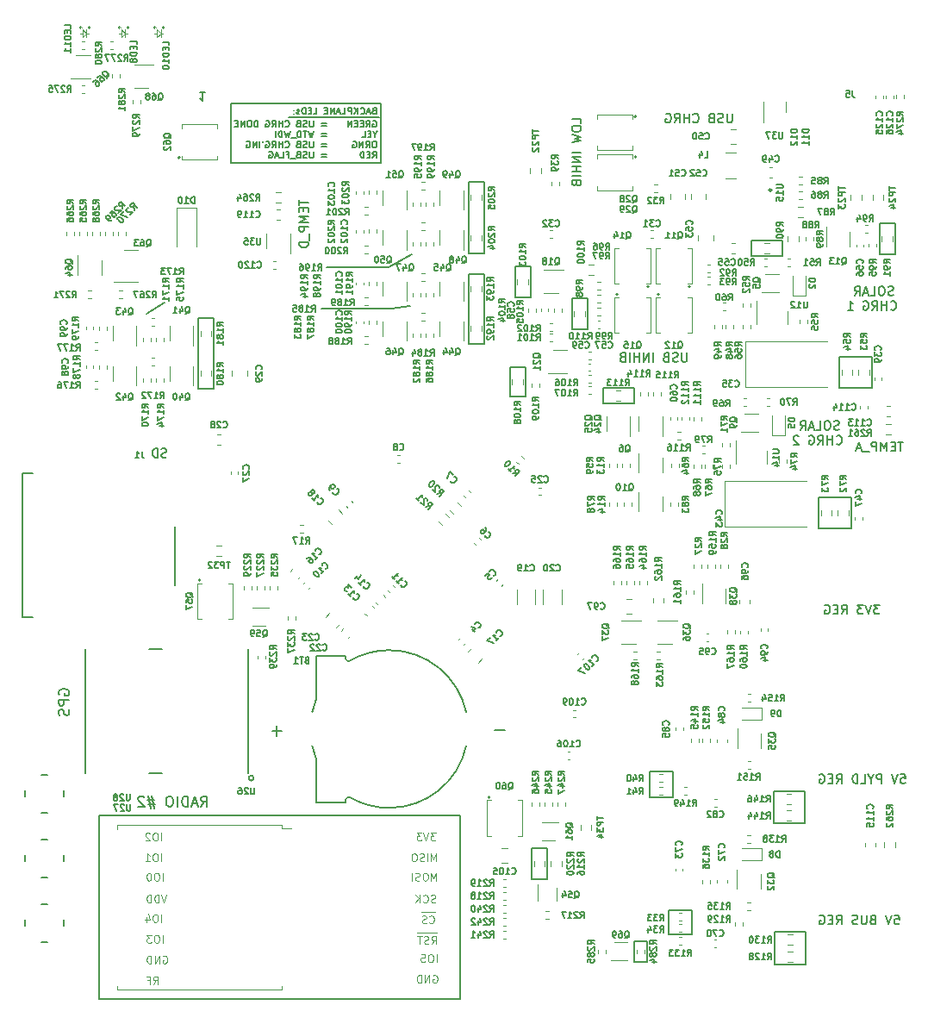
<source format=gbo>
G04 #@! TF.GenerationSoftware,KiCad,Pcbnew,7.0.1*
G04 #@! TF.CreationDate,2023-06-16T15:13:16-04:00*
G04 #@! TF.ProjectId,mainboard_pcbway,6d61696e-626f-4617-9264-5f7063627761,C*
G04 #@! TF.SameCoordinates,Original*
G04 #@! TF.FileFunction,Legend,Bot*
G04 #@! TF.FilePolarity,Positive*
%FSLAX46Y46*%
G04 Gerber Fmt 4.6, Leading zero omitted, Abs format (unit mm)*
G04 Created by KiCad (PCBNEW 7.0.1) date 2023-06-16 15:13:16*
%MOMM*%
%LPD*%
G01*
G04 APERTURE LIST*
%ADD10C,0.127000*%
%ADD11C,0.177800*%
%ADD12C,0.121920*%
%ADD13C,0.200000*%
%ADD14C,0.203200*%
%ADD15C,0.120000*%
%ADD16C,0.100000*%
%ADD17C,0.187000*%
%ADD18C,0.250000*%
%ADD19C,0.060000*%
G04 APERTURE END LIST*
D10*
X137160000Y-70993000D02*
X138684000Y-70993000D01*
X138684000Y-74041000D01*
X137160000Y-74041000D01*
X137160000Y-70993000D01*
X96774000Y-66929000D02*
X98298000Y-66929000D01*
X98298000Y-73914000D01*
X96774000Y-73914000D01*
X96774000Y-66929000D01*
X116459000Y-138430000D02*
X118745000Y-138430000D01*
X118745000Y-140843000D01*
X116459000Y-140843000D01*
X116459000Y-138430000D01*
X91059000Y-79121000D02*
X89154000Y-79375000D01*
X124587000Y-72644000D02*
X127635000Y-72644000D01*
X127635000Y-74168000D01*
X124587000Y-74168000D01*
X124587000Y-72644000D01*
X133223000Y-84074000D02*
X136398000Y-84074000D01*
X136398000Y-87122000D01*
X133223000Y-87122000D01*
X133223000Y-84074000D01*
X101346000Y-75184000D02*
X102870000Y-75184000D01*
X102870000Y-78232000D01*
X101346000Y-78232000D01*
X101346000Y-75184000D01*
X88011000Y-60579000D02*
X79121000Y-60579000D01*
X91186000Y-73977500D02*
X88900000Y-75311000D01*
X96774000Y-75946000D02*
X98298000Y-75946000D01*
X98298000Y-82804000D01*
X96774000Y-82804000D01*
X96774000Y-75946000D01*
X102997000Y-132334000D02*
X104521000Y-132334000D01*
X104521000Y-135382000D01*
X102997000Y-135382000D01*
X102997000Y-132334000D01*
X126746000Y-126746000D02*
X129794000Y-126746000D01*
X129794000Y-129921000D01*
X126746000Y-129921000D01*
X126746000Y-126746000D01*
X131191000Y-97917000D02*
X134366000Y-97917000D01*
X134366000Y-100965000D01*
X131191000Y-100965000D01*
X131191000Y-97917000D01*
X89154000Y-79375000D02*
X82296000Y-79375000D01*
X65151000Y-79883000D02*
X66929000Y-78740000D01*
X70231000Y-80264000D02*
X71755000Y-80264000D01*
X71755000Y-87249000D01*
X70231000Y-87249000D01*
X70231000Y-80264000D01*
X126873000Y-140589000D02*
X129921000Y-140589000D01*
X129921000Y-143764000D01*
X126873000Y-143764000D01*
X126873000Y-140589000D01*
X73406000Y-59182000D02*
X88138000Y-59182000D01*
X88138000Y-65024000D01*
X73406000Y-65024000D01*
X73406000Y-59182000D01*
X114554000Y-124841000D02*
X116840000Y-124841000D01*
X116840000Y-127381000D01*
X114554000Y-127381000D01*
X114554000Y-124841000D01*
X88900000Y-75311000D02*
X82804000Y-75311000D01*
X113030000Y-141478000D02*
X114300000Y-141478000D01*
X114300000Y-143510000D01*
X113030000Y-143510000D01*
X113030000Y-141478000D01*
X109982000Y-87122000D02*
X113030000Y-87122000D01*
X113030000Y-88646000D01*
X109982000Y-88646000D01*
X109982000Y-87122000D01*
X100838000Y-85090000D02*
X102362000Y-85090000D01*
X102362000Y-88011000D01*
X100838000Y-88011000D01*
X100838000Y-85090000D01*
X106934000Y-78359000D02*
X108458000Y-78359000D01*
X108458000Y-81407000D01*
X106934000Y-81407000D01*
X106934000Y-78359000D01*
D11*
X139234333Y-125113204D02*
X139657666Y-125113204D01*
X139657666Y-125113204D02*
X139699999Y-125536537D01*
X139699999Y-125536537D02*
X139657666Y-125494204D01*
X139657666Y-125494204D02*
X139572999Y-125451871D01*
X139572999Y-125451871D02*
X139361333Y-125451871D01*
X139361333Y-125451871D02*
X139276666Y-125494204D01*
X139276666Y-125494204D02*
X139234333Y-125536537D01*
X139234333Y-125536537D02*
X139191999Y-125621204D01*
X139191999Y-125621204D02*
X139191999Y-125832871D01*
X139191999Y-125832871D02*
X139234333Y-125917537D01*
X139234333Y-125917537D02*
X139276666Y-125959871D01*
X139276666Y-125959871D02*
X139361333Y-126002204D01*
X139361333Y-126002204D02*
X139572999Y-126002204D01*
X139572999Y-126002204D02*
X139657666Y-125959871D01*
X139657666Y-125959871D02*
X139699999Y-125917537D01*
X138937999Y-125113204D02*
X138641666Y-126002204D01*
X138641666Y-126002204D02*
X138345332Y-125113204D01*
X137371666Y-126002204D02*
X137371666Y-125113204D01*
X137371666Y-125113204D02*
X137032999Y-125113204D01*
X137032999Y-125113204D02*
X136948333Y-125155537D01*
X136948333Y-125155537D02*
X136905999Y-125197871D01*
X136905999Y-125197871D02*
X136863666Y-125282537D01*
X136863666Y-125282537D02*
X136863666Y-125409537D01*
X136863666Y-125409537D02*
X136905999Y-125494204D01*
X136905999Y-125494204D02*
X136948333Y-125536537D01*
X136948333Y-125536537D02*
X137032999Y-125578871D01*
X137032999Y-125578871D02*
X137371666Y-125578871D01*
X136313333Y-125578871D02*
X136313333Y-126002204D01*
X136609666Y-125113204D02*
X136313333Y-125578871D01*
X136313333Y-125578871D02*
X136016999Y-125113204D01*
X135297333Y-126002204D02*
X135720666Y-126002204D01*
X135720666Y-126002204D02*
X135720666Y-125113204D01*
X135000999Y-126002204D02*
X135000999Y-125113204D01*
X135000999Y-125113204D02*
X134789332Y-125113204D01*
X134789332Y-125113204D02*
X134662332Y-125155537D01*
X134662332Y-125155537D02*
X134577666Y-125240204D01*
X134577666Y-125240204D02*
X134535332Y-125324871D01*
X134535332Y-125324871D02*
X134492999Y-125494204D01*
X134492999Y-125494204D02*
X134492999Y-125621204D01*
X134492999Y-125621204D02*
X134535332Y-125790537D01*
X134535332Y-125790537D02*
X134577666Y-125875204D01*
X134577666Y-125875204D02*
X134662332Y-125959871D01*
X134662332Y-125959871D02*
X134789332Y-126002204D01*
X134789332Y-126002204D02*
X135000999Y-126002204D01*
X132926666Y-126002204D02*
X133222999Y-125578871D01*
X133434666Y-126002204D02*
X133434666Y-125113204D01*
X133434666Y-125113204D02*
X133095999Y-125113204D01*
X133095999Y-125113204D02*
X133011333Y-125155537D01*
X133011333Y-125155537D02*
X132968999Y-125197871D01*
X132968999Y-125197871D02*
X132926666Y-125282537D01*
X132926666Y-125282537D02*
X132926666Y-125409537D01*
X132926666Y-125409537D02*
X132968999Y-125494204D01*
X132968999Y-125494204D02*
X133011333Y-125536537D01*
X133011333Y-125536537D02*
X133095999Y-125578871D01*
X133095999Y-125578871D02*
X133434666Y-125578871D01*
X132545666Y-125536537D02*
X132249333Y-125536537D01*
X132122333Y-126002204D02*
X132545666Y-126002204D01*
X132545666Y-126002204D02*
X132545666Y-125113204D01*
X132545666Y-125113204D02*
X132122333Y-125113204D01*
X131275666Y-125155537D02*
X131360333Y-125113204D01*
X131360333Y-125113204D02*
X131487333Y-125113204D01*
X131487333Y-125113204D02*
X131614333Y-125155537D01*
X131614333Y-125155537D02*
X131699000Y-125240204D01*
X131699000Y-125240204D02*
X131741333Y-125324871D01*
X131741333Y-125324871D02*
X131783666Y-125494204D01*
X131783666Y-125494204D02*
X131783666Y-125621204D01*
X131783666Y-125621204D02*
X131741333Y-125790537D01*
X131741333Y-125790537D02*
X131699000Y-125875204D01*
X131699000Y-125875204D02*
X131614333Y-125959871D01*
X131614333Y-125959871D02*
X131487333Y-126002204D01*
X131487333Y-126002204D02*
X131402666Y-126002204D01*
X131402666Y-126002204D02*
X131275666Y-125959871D01*
X131275666Y-125959871D02*
X131233333Y-125917537D01*
X131233333Y-125917537D02*
X131233333Y-125621204D01*
X131233333Y-125621204D02*
X131402666Y-125621204D01*
D10*
X87521142Y-59914669D02*
X87430428Y-59944907D01*
X87430428Y-59944907D02*
X87400190Y-59975145D01*
X87400190Y-59975145D02*
X87369952Y-60035621D01*
X87369952Y-60035621D02*
X87369952Y-60126335D01*
X87369952Y-60126335D02*
X87400190Y-60186811D01*
X87400190Y-60186811D02*
X87430428Y-60217050D01*
X87430428Y-60217050D02*
X87490904Y-60247288D01*
X87490904Y-60247288D02*
X87732809Y-60247288D01*
X87732809Y-60247288D02*
X87732809Y-59612288D01*
X87732809Y-59612288D02*
X87521142Y-59612288D01*
X87521142Y-59612288D02*
X87460666Y-59642526D01*
X87460666Y-59642526D02*
X87430428Y-59672764D01*
X87430428Y-59672764D02*
X87400190Y-59733240D01*
X87400190Y-59733240D02*
X87400190Y-59793716D01*
X87400190Y-59793716D02*
X87430428Y-59854192D01*
X87430428Y-59854192D02*
X87460666Y-59884430D01*
X87460666Y-59884430D02*
X87521142Y-59914669D01*
X87521142Y-59914669D02*
X87732809Y-59914669D01*
X87128047Y-60065859D02*
X86825666Y-60065859D01*
X87188523Y-60247288D02*
X86976857Y-59612288D01*
X86976857Y-59612288D02*
X86765190Y-60247288D01*
X86190666Y-60186811D02*
X86220904Y-60217050D01*
X86220904Y-60217050D02*
X86311618Y-60247288D01*
X86311618Y-60247288D02*
X86372094Y-60247288D01*
X86372094Y-60247288D02*
X86462809Y-60217050D01*
X86462809Y-60217050D02*
X86523285Y-60156573D01*
X86523285Y-60156573D02*
X86553523Y-60096097D01*
X86553523Y-60096097D02*
X86583761Y-59975145D01*
X86583761Y-59975145D02*
X86583761Y-59884430D01*
X86583761Y-59884430D02*
X86553523Y-59763478D01*
X86553523Y-59763478D02*
X86523285Y-59703002D01*
X86523285Y-59703002D02*
X86462809Y-59642526D01*
X86462809Y-59642526D02*
X86372094Y-59612288D01*
X86372094Y-59612288D02*
X86311618Y-59612288D01*
X86311618Y-59612288D02*
X86220904Y-59642526D01*
X86220904Y-59642526D02*
X86190666Y-59672764D01*
X85918523Y-60247288D02*
X85918523Y-59612288D01*
X85555666Y-60247288D02*
X85827809Y-59884430D01*
X85555666Y-59612288D02*
X85918523Y-59975145D01*
X85283523Y-60247288D02*
X85283523Y-59612288D01*
X85283523Y-59612288D02*
X85041618Y-59612288D01*
X85041618Y-59612288D02*
X84981142Y-59642526D01*
X84981142Y-59642526D02*
X84950904Y-59672764D01*
X84950904Y-59672764D02*
X84920666Y-59733240D01*
X84920666Y-59733240D02*
X84920666Y-59823954D01*
X84920666Y-59823954D02*
X84950904Y-59884430D01*
X84950904Y-59884430D02*
X84981142Y-59914669D01*
X84981142Y-59914669D02*
X85041618Y-59944907D01*
X85041618Y-59944907D02*
X85283523Y-59944907D01*
X84346142Y-60247288D02*
X84648523Y-60247288D01*
X84648523Y-60247288D02*
X84648523Y-59612288D01*
X84164713Y-60065859D02*
X83862332Y-60065859D01*
X84225189Y-60247288D02*
X84013523Y-59612288D01*
X84013523Y-59612288D02*
X83801856Y-60247288D01*
X83590189Y-60247288D02*
X83590189Y-59612288D01*
X83590189Y-59612288D02*
X83227332Y-60247288D01*
X83227332Y-60247288D02*
X83227332Y-59612288D01*
X82924951Y-59914669D02*
X82713284Y-59914669D01*
X82622570Y-60247288D02*
X82924951Y-60247288D01*
X82924951Y-60247288D02*
X82924951Y-59612288D01*
X82924951Y-59612288D02*
X82622570Y-59612288D01*
X81564236Y-60247288D02*
X81866617Y-60247288D01*
X81866617Y-60247288D02*
X81866617Y-59612288D01*
X81352569Y-59914669D02*
X81140902Y-59914669D01*
X81050188Y-60247288D02*
X81352569Y-60247288D01*
X81352569Y-60247288D02*
X81352569Y-59612288D01*
X81352569Y-59612288D02*
X81050188Y-59612288D01*
X80778045Y-60247288D02*
X80778045Y-59612288D01*
X80778045Y-59612288D02*
X80626855Y-59612288D01*
X80626855Y-59612288D02*
X80536140Y-59642526D01*
X80536140Y-59642526D02*
X80475664Y-59703002D01*
X80475664Y-59703002D02*
X80445426Y-59763478D01*
X80445426Y-59763478D02*
X80415188Y-59884430D01*
X80415188Y-59884430D02*
X80415188Y-59975145D01*
X80415188Y-59975145D02*
X80445426Y-60096097D01*
X80445426Y-60096097D02*
X80475664Y-60156573D01*
X80475664Y-60156573D02*
X80536140Y-60217050D01*
X80536140Y-60217050D02*
X80626855Y-60247288D01*
X80626855Y-60247288D02*
X80778045Y-60247288D01*
X80173283Y-60217050D02*
X80112807Y-60247288D01*
X80112807Y-60247288D02*
X79991855Y-60247288D01*
X79991855Y-60247288D02*
X79931378Y-60217050D01*
X79931378Y-60217050D02*
X79901140Y-60156573D01*
X79901140Y-60156573D02*
X79901140Y-60126335D01*
X79901140Y-60126335D02*
X79931378Y-60065859D01*
X79931378Y-60065859D02*
X79991855Y-60035621D01*
X79991855Y-60035621D02*
X80082569Y-60035621D01*
X80082569Y-60035621D02*
X80143045Y-60005383D01*
X80143045Y-60005383D02*
X80173283Y-59944907D01*
X80173283Y-59944907D02*
X80173283Y-59914669D01*
X80173283Y-59914669D02*
X80143045Y-59854192D01*
X80143045Y-59854192D02*
X80082569Y-59823954D01*
X80082569Y-59823954D02*
X79991855Y-59823954D01*
X79991855Y-59823954D02*
X79931378Y-59854192D01*
X79628997Y-60186811D02*
X79598759Y-60217050D01*
X79598759Y-60217050D02*
X79628997Y-60247288D01*
X79628997Y-60247288D02*
X79659235Y-60217050D01*
X79659235Y-60217050D02*
X79628997Y-60186811D01*
X79628997Y-60186811D02*
X79628997Y-60247288D01*
X79628997Y-59854192D02*
X79598759Y-59884430D01*
X79598759Y-59884430D02*
X79628997Y-59914669D01*
X79628997Y-59914669D02*
X79659235Y-59884430D01*
X79659235Y-59884430D02*
X79628997Y-59854192D01*
X79628997Y-59854192D02*
X79628997Y-59914669D01*
D12*
X66729428Y-141638745D02*
X66729428Y-140876745D01*
X66221428Y-140876745D02*
X66076285Y-140876745D01*
X66076285Y-140876745D02*
X66003714Y-140913031D01*
X66003714Y-140913031D02*
X65931142Y-140985602D01*
X65931142Y-140985602D02*
X65894857Y-141130745D01*
X65894857Y-141130745D02*
X65894857Y-141384745D01*
X65894857Y-141384745D02*
X65931142Y-141529888D01*
X65931142Y-141529888D02*
X66003714Y-141602460D01*
X66003714Y-141602460D02*
X66076285Y-141638745D01*
X66076285Y-141638745D02*
X66221428Y-141638745D01*
X66221428Y-141638745D02*
X66294000Y-141602460D01*
X66294000Y-141602460D02*
X66366571Y-141529888D01*
X66366571Y-141529888D02*
X66402857Y-141384745D01*
X66402857Y-141384745D02*
X66402857Y-141130745D01*
X66402857Y-141130745D02*
X66366571Y-140985602D01*
X66366571Y-140985602D02*
X66294000Y-140913031D01*
X66294000Y-140913031D02*
X66221428Y-140876745D01*
X65640856Y-140876745D02*
X65169142Y-140876745D01*
X65169142Y-140876745D02*
X65423142Y-141167031D01*
X65423142Y-141167031D02*
X65314285Y-141167031D01*
X65314285Y-141167031D02*
X65241714Y-141203317D01*
X65241714Y-141203317D02*
X65205428Y-141239602D01*
X65205428Y-141239602D02*
X65169142Y-141312174D01*
X65169142Y-141312174D02*
X65169142Y-141493602D01*
X65169142Y-141493602D02*
X65205428Y-141566174D01*
X65205428Y-141566174D02*
X65241714Y-141602460D01*
X65241714Y-141602460D02*
X65314285Y-141638745D01*
X65314285Y-141638745D02*
X65531999Y-141638745D01*
X65531999Y-141638745D02*
X65604571Y-141602460D01*
X65604571Y-141602460D02*
X65640856Y-141566174D01*
X66765714Y-142945031D02*
X66838286Y-142908745D01*
X66838286Y-142908745D02*
X66947143Y-142908745D01*
X66947143Y-142908745D02*
X67056000Y-142945031D01*
X67056000Y-142945031D02*
X67128571Y-143017602D01*
X67128571Y-143017602D02*
X67164857Y-143090174D01*
X67164857Y-143090174D02*
X67201143Y-143235317D01*
X67201143Y-143235317D02*
X67201143Y-143344174D01*
X67201143Y-143344174D02*
X67164857Y-143489317D01*
X67164857Y-143489317D02*
X67128571Y-143561888D01*
X67128571Y-143561888D02*
X67056000Y-143634460D01*
X67056000Y-143634460D02*
X66947143Y-143670745D01*
X66947143Y-143670745D02*
X66874571Y-143670745D01*
X66874571Y-143670745D02*
X66765714Y-143634460D01*
X66765714Y-143634460D02*
X66729428Y-143598174D01*
X66729428Y-143598174D02*
X66729428Y-143344174D01*
X66729428Y-143344174D02*
X66874571Y-143344174D01*
X66402857Y-143670745D02*
X66402857Y-142908745D01*
X66402857Y-142908745D02*
X65967428Y-143670745D01*
X65967428Y-143670745D02*
X65967428Y-142908745D01*
X65604571Y-143670745D02*
X65604571Y-142908745D01*
X65604571Y-142908745D02*
X65423142Y-142908745D01*
X65423142Y-142908745D02*
X65314285Y-142945031D01*
X65314285Y-142945031D02*
X65241714Y-143017602D01*
X65241714Y-143017602D02*
X65205428Y-143090174D01*
X65205428Y-143090174D02*
X65169142Y-143235317D01*
X65169142Y-143235317D02*
X65169142Y-143344174D01*
X65169142Y-143344174D02*
X65205428Y-143489317D01*
X65205428Y-143489317D02*
X65241714Y-143561888D01*
X65241714Y-143561888D02*
X65314285Y-143634460D01*
X65314285Y-143634460D02*
X65423142Y-143670745D01*
X65423142Y-143670745D02*
X65604571Y-143670745D01*
X93653428Y-143543745D02*
X93653428Y-142781745D01*
X93145428Y-142781745D02*
X93000285Y-142781745D01*
X93000285Y-142781745D02*
X92927714Y-142818031D01*
X92927714Y-142818031D02*
X92855142Y-142890602D01*
X92855142Y-142890602D02*
X92818857Y-143035745D01*
X92818857Y-143035745D02*
X92818857Y-143289745D01*
X92818857Y-143289745D02*
X92855142Y-143434888D01*
X92855142Y-143434888D02*
X92927714Y-143507460D01*
X92927714Y-143507460D02*
X93000285Y-143543745D01*
X93000285Y-143543745D02*
X93145428Y-143543745D01*
X93145428Y-143543745D02*
X93218000Y-143507460D01*
X93218000Y-143507460D02*
X93290571Y-143434888D01*
X93290571Y-143434888D02*
X93326857Y-143289745D01*
X93326857Y-143289745D02*
X93326857Y-143035745D01*
X93326857Y-143035745D02*
X93290571Y-142890602D01*
X93290571Y-142890602D02*
X93218000Y-142818031D01*
X93218000Y-142818031D02*
X93145428Y-142781745D01*
X92129428Y-142781745D02*
X92492285Y-142781745D01*
X92492285Y-142781745D02*
X92528571Y-143144602D01*
X92528571Y-143144602D02*
X92492285Y-143108317D01*
X92492285Y-143108317D02*
X92419714Y-143072031D01*
X92419714Y-143072031D02*
X92238285Y-143072031D01*
X92238285Y-143072031D02*
X92165714Y-143108317D01*
X92165714Y-143108317D02*
X92129428Y-143144602D01*
X92129428Y-143144602D02*
X92093142Y-143217174D01*
X92093142Y-143217174D02*
X92093142Y-143398602D01*
X92093142Y-143398602D02*
X92129428Y-143471174D01*
X92129428Y-143471174D02*
X92165714Y-143507460D01*
X92165714Y-143507460D02*
X92238285Y-143543745D01*
X92238285Y-143543745D02*
X92419714Y-143543745D01*
X92419714Y-143543745D02*
X92492285Y-143507460D01*
X92492285Y-143507460D02*
X92528571Y-143471174D01*
X93635285Y-133637745D02*
X93635285Y-132875745D01*
X93635285Y-132875745D02*
X93381285Y-133420031D01*
X93381285Y-133420031D02*
X93127285Y-132875745D01*
X93127285Y-132875745D02*
X93127285Y-133637745D01*
X92764428Y-133637745D02*
X92764428Y-132875745D01*
X92437857Y-133601460D02*
X92329000Y-133637745D01*
X92329000Y-133637745D02*
X92147571Y-133637745D01*
X92147571Y-133637745D02*
X92075000Y-133601460D01*
X92075000Y-133601460D02*
X92038714Y-133565174D01*
X92038714Y-133565174D02*
X92002428Y-133492602D01*
X92002428Y-133492602D02*
X92002428Y-133420031D01*
X92002428Y-133420031D02*
X92038714Y-133347460D01*
X92038714Y-133347460D02*
X92075000Y-133311174D01*
X92075000Y-133311174D02*
X92147571Y-133274888D01*
X92147571Y-133274888D02*
X92292714Y-133238602D01*
X92292714Y-133238602D02*
X92365285Y-133202317D01*
X92365285Y-133202317D02*
X92401571Y-133166031D01*
X92401571Y-133166031D02*
X92437857Y-133093460D01*
X92437857Y-133093460D02*
X92437857Y-133020888D01*
X92437857Y-133020888D02*
X92401571Y-132948317D01*
X92401571Y-132948317D02*
X92365285Y-132912031D01*
X92365285Y-132912031D02*
X92292714Y-132875745D01*
X92292714Y-132875745D02*
X92111285Y-132875745D01*
X92111285Y-132875745D02*
X92002428Y-132912031D01*
X91530714Y-132875745D02*
X91385571Y-132875745D01*
X91385571Y-132875745D02*
X91313000Y-132912031D01*
X91313000Y-132912031D02*
X91240428Y-132984602D01*
X91240428Y-132984602D02*
X91204143Y-133129745D01*
X91204143Y-133129745D02*
X91204143Y-133383745D01*
X91204143Y-133383745D02*
X91240428Y-133528888D01*
X91240428Y-133528888D02*
X91313000Y-133601460D01*
X91313000Y-133601460D02*
X91385571Y-133637745D01*
X91385571Y-133637745D02*
X91530714Y-133637745D01*
X91530714Y-133637745D02*
X91603286Y-133601460D01*
X91603286Y-133601460D02*
X91675857Y-133528888D01*
X91675857Y-133528888D02*
X91712143Y-133383745D01*
X91712143Y-133383745D02*
X91712143Y-133129745D01*
X91712143Y-133129745D02*
X91675857Y-132984602D01*
X91675857Y-132984602D02*
X91603286Y-132912031D01*
X91603286Y-132912031D02*
X91530714Y-132875745D01*
X66729428Y-135542745D02*
X66729428Y-134780745D01*
X66221428Y-134780745D02*
X66076285Y-134780745D01*
X66076285Y-134780745D02*
X66003714Y-134817031D01*
X66003714Y-134817031D02*
X65931142Y-134889602D01*
X65931142Y-134889602D02*
X65894857Y-135034745D01*
X65894857Y-135034745D02*
X65894857Y-135288745D01*
X65894857Y-135288745D02*
X65931142Y-135433888D01*
X65931142Y-135433888D02*
X66003714Y-135506460D01*
X66003714Y-135506460D02*
X66076285Y-135542745D01*
X66076285Y-135542745D02*
X66221428Y-135542745D01*
X66221428Y-135542745D02*
X66294000Y-135506460D01*
X66294000Y-135506460D02*
X66366571Y-135433888D01*
X66366571Y-135433888D02*
X66402857Y-135288745D01*
X66402857Y-135288745D02*
X66402857Y-135034745D01*
X66402857Y-135034745D02*
X66366571Y-134889602D01*
X66366571Y-134889602D02*
X66294000Y-134817031D01*
X66294000Y-134817031D02*
X66221428Y-134780745D01*
X65423142Y-134780745D02*
X65350571Y-134780745D01*
X65350571Y-134780745D02*
X65277999Y-134817031D01*
X65277999Y-134817031D02*
X65241714Y-134853317D01*
X65241714Y-134853317D02*
X65205428Y-134925888D01*
X65205428Y-134925888D02*
X65169142Y-135071031D01*
X65169142Y-135071031D02*
X65169142Y-135252460D01*
X65169142Y-135252460D02*
X65205428Y-135397602D01*
X65205428Y-135397602D02*
X65241714Y-135470174D01*
X65241714Y-135470174D02*
X65277999Y-135506460D01*
X65277999Y-135506460D02*
X65350571Y-135542745D01*
X65350571Y-135542745D02*
X65423142Y-135542745D01*
X65423142Y-135542745D02*
X65495714Y-135506460D01*
X65495714Y-135506460D02*
X65531999Y-135470174D01*
X65531999Y-135470174D02*
X65568285Y-135397602D01*
X65568285Y-135397602D02*
X65604571Y-135252460D01*
X65604571Y-135252460D02*
X65604571Y-135071031D01*
X65604571Y-135071031D02*
X65568285Y-134925888D01*
X65568285Y-134925888D02*
X65531999Y-134853317D01*
X65531999Y-134853317D02*
X65495714Y-134817031D01*
X65495714Y-134817031D02*
X65423142Y-134780745D01*
X93145427Y-141765745D02*
X93399427Y-141402888D01*
X93580856Y-141765745D02*
X93580856Y-141003745D01*
X93580856Y-141003745D02*
X93290570Y-141003745D01*
X93290570Y-141003745D02*
X93217999Y-141040031D01*
X93217999Y-141040031D02*
X93181713Y-141076317D01*
X93181713Y-141076317D02*
X93145427Y-141148888D01*
X93145427Y-141148888D02*
X93145427Y-141257745D01*
X93145427Y-141257745D02*
X93181713Y-141330317D01*
X93181713Y-141330317D02*
X93217999Y-141366602D01*
X93217999Y-141366602D02*
X93290570Y-141402888D01*
X93290570Y-141402888D02*
X93580856Y-141402888D01*
X92855142Y-141729460D02*
X92746285Y-141765745D01*
X92746285Y-141765745D02*
X92564856Y-141765745D01*
X92564856Y-141765745D02*
X92492285Y-141729460D01*
X92492285Y-141729460D02*
X92455999Y-141693174D01*
X92455999Y-141693174D02*
X92419713Y-141620602D01*
X92419713Y-141620602D02*
X92419713Y-141548031D01*
X92419713Y-141548031D02*
X92455999Y-141475460D01*
X92455999Y-141475460D02*
X92492285Y-141439174D01*
X92492285Y-141439174D02*
X92564856Y-141402888D01*
X92564856Y-141402888D02*
X92709999Y-141366602D01*
X92709999Y-141366602D02*
X92782570Y-141330317D01*
X92782570Y-141330317D02*
X92818856Y-141294031D01*
X92818856Y-141294031D02*
X92855142Y-141221460D01*
X92855142Y-141221460D02*
X92855142Y-141148888D01*
X92855142Y-141148888D02*
X92818856Y-141076317D01*
X92818856Y-141076317D02*
X92782570Y-141040031D01*
X92782570Y-141040031D02*
X92709999Y-141003745D01*
X92709999Y-141003745D02*
X92528570Y-141003745D01*
X92528570Y-141003745D02*
X92419713Y-141040031D01*
X92201999Y-141003745D02*
X91766571Y-141003745D01*
X91984285Y-141765745D02*
X91984285Y-141003745D01*
X93686085Y-140662660D02*
X91770200Y-140662660D01*
X65822285Y-145702745D02*
X66076285Y-145339888D01*
X66257714Y-145702745D02*
X66257714Y-144940745D01*
X66257714Y-144940745D02*
X65967428Y-144940745D01*
X65967428Y-144940745D02*
X65894857Y-144977031D01*
X65894857Y-144977031D02*
X65858571Y-145013317D01*
X65858571Y-145013317D02*
X65822285Y-145085888D01*
X65822285Y-145085888D02*
X65822285Y-145194745D01*
X65822285Y-145194745D02*
X65858571Y-145267317D01*
X65858571Y-145267317D02*
X65894857Y-145303602D01*
X65894857Y-145303602D02*
X65967428Y-145339888D01*
X65967428Y-145339888D02*
X66257714Y-145339888D01*
X65241714Y-145303602D02*
X65495714Y-145303602D01*
X65495714Y-145702745D02*
X65495714Y-144940745D01*
X65495714Y-144940745D02*
X65132857Y-144940745D01*
D11*
X118236998Y-83711204D02*
X118236998Y-84430871D01*
X118236998Y-84430871D02*
X118194665Y-84515537D01*
X118194665Y-84515537D02*
X118152331Y-84557871D01*
X118152331Y-84557871D02*
X118067665Y-84600204D01*
X118067665Y-84600204D02*
X117898331Y-84600204D01*
X117898331Y-84600204D02*
X117813665Y-84557871D01*
X117813665Y-84557871D02*
X117771331Y-84515537D01*
X117771331Y-84515537D02*
X117728998Y-84430871D01*
X117728998Y-84430871D02*
X117728998Y-83711204D01*
X117347998Y-84557871D02*
X117220998Y-84600204D01*
X117220998Y-84600204D02*
X117009332Y-84600204D01*
X117009332Y-84600204D02*
X116924665Y-84557871D01*
X116924665Y-84557871D02*
X116882332Y-84515537D01*
X116882332Y-84515537D02*
X116839998Y-84430871D01*
X116839998Y-84430871D02*
X116839998Y-84346204D01*
X116839998Y-84346204D02*
X116882332Y-84261537D01*
X116882332Y-84261537D02*
X116924665Y-84219204D01*
X116924665Y-84219204D02*
X117009332Y-84176871D01*
X117009332Y-84176871D02*
X117178665Y-84134537D01*
X117178665Y-84134537D02*
X117263332Y-84092204D01*
X117263332Y-84092204D02*
X117305665Y-84049871D01*
X117305665Y-84049871D02*
X117347998Y-83965204D01*
X117347998Y-83965204D02*
X117347998Y-83880537D01*
X117347998Y-83880537D02*
X117305665Y-83795871D01*
X117305665Y-83795871D02*
X117263332Y-83753537D01*
X117263332Y-83753537D02*
X117178665Y-83711204D01*
X117178665Y-83711204D02*
X116966998Y-83711204D01*
X116966998Y-83711204D02*
X116839998Y-83753537D01*
X116162665Y-84134537D02*
X116035665Y-84176871D01*
X116035665Y-84176871D02*
X115993331Y-84219204D01*
X115993331Y-84219204D02*
X115950998Y-84303871D01*
X115950998Y-84303871D02*
X115950998Y-84430871D01*
X115950998Y-84430871D02*
X115993331Y-84515537D01*
X115993331Y-84515537D02*
X116035665Y-84557871D01*
X116035665Y-84557871D02*
X116120331Y-84600204D01*
X116120331Y-84600204D02*
X116458998Y-84600204D01*
X116458998Y-84600204D02*
X116458998Y-83711204D01*
X116458998Y-83711204D02*
X116162665Y-83711204D01*
X116162665Y-83711204D02*
X116077998Y-83753537D01*
X116077998Y-83753537D02*
X116035665Y-83795871D01*
X116035665Y-83795871D02*
X115993331Y-83880537D01*
X115993331Y-83880537D02*
X115993331Y-83965204D01*
X115993331Y-83965204D02*
X116035665Y-84049871D01*
X116035665Y-84049871D02*
X116077998Y-84092204D01*
X116077998Y-84092204D02*
X116162665Y-84134537D01*
X116162665Y-84134537D02*
X116458998Y-84134537D01*
X114892665Y-84600204D02*
X114892665Y-83711204D01*
X114469332Y-84600204D02*
X114469332Y-83711204D01*
X114469332Y-83711204D02*
X113961332Y-84600204D01*
X113961332Y-84600204D02*
X113961332Y-83711204D01*
X113537999Y-84600204D02*
X113537999Y-83711204D01*
X113537999Y-84134537D02*
X113029999Y-84134537D01*
X113029999Y-84600204D02*
X113029999Y-83711204D01*
X112606666Y-84600204D02*
X112606666Y-83711204D01*
X111887000Y-84134537D02*
X111760000Y-84176871D01*
X111760000Y-84176871D02*
X111717666Y-84219204D01*
X111717666Y-84219204D02*
X111675333Y-84303871D01*
X111675333Y-84303871D02*
X111675333Y-84430871D01*
X111675333Y-84430871D02*
X111717666Y-84515537D01*
X111717666Y-84515537D02*
X111760000Y-84557871D01*
X111760000Y-84557871D02*
X111844666Y-84600204D01*
X111844666Y-84600204D02*
X112183333Y-84600204D01*
X112183333Y-84600204D02*
X112183333Y-83711204D01*
X112183333Y-83711204D02*
X111887000Y-83711204D01*
X111887000Y-83711204D02*
X111802333Y-83753537D01*
X111802333Y-83753537D02*
X111760000Y-83795871D01*
X111760000Y-83795871D02*
X111717666Y-83880537D01*
X111717666Y-83880537D02*
X111717666Y-83965204D01*
X111717666Y-83965204D02*
X111760000Y-84049871D01*
X111760000Y-84049871D02*
X111802333Y-84092204D01*
X111802333Y-84092204D02*
X111887000Y-84134537D01*
X111887000Y-84134537D02*
X112183333Y-84134537D01*
D10*
X87611857Y-62230906D02*
X87611857Y-62533287D01*
X87823523Y-61898287D02*
X87611857Y-62230906D01*
X87611857Y-62230906D02*
X87400190Y-61898287D01*
X87188523Y-62200668D02*
X86976856Y-62200668D01*
X86886142Y-62533287D02*
X87188523Y-62533287D01*
X87188523Y-62533287D02*
X87188523Y-61898287D01*
X87188523Y-61898287D02*
X86886142Y-61898287D01*
X86311618Y-62533287D02*
X86613999Y-62533287D01*
X86613999Y-62533287D02*
X86613999Y-61898287D01*
X82804000Y-62200668D02*
X82320191Y-62200668D01*
X82320191Y-62382096D02*
X82804000Y-62382096D01*
X81594476Y-61898287D02*
X81443286Y-62533287D01*
X81443286Y-62533287D02*
X81322333Y-62079715D01*
X81322333Y-62079715D02*
X81201381Y-62533287D01*
X81201381Y-62533287D02*
X81050191Y-61898287D01*
X80899000Y-61898287D02*
X80536143Y-61898287D01*
X80717572Y-62533287D02*
X80717572Y-61898287D01*
X80324476Y-62533287D02*
X80324476Y-61898287D01*
X80324476Y-61898287D02*
X80173286Y-61898287D01*
X80173286Y-61898287D02*
X80082571Y-61928525D01*
X80082571Y-61928525D02*
X80022095Y-61989001D01*
X80022095Y-61989001D02*
X79991857Y-62049477D01*
X79991857Y-62049477D02*
X79961619Y-62170429D01*
X79961619Y-62170429D02*
X79961619Y-62261144D01*
X79961619Y-62261144D02*
X79991857Y-62382096D01*
X79991857Y-62382096D02*
X80022095Y-62442572D01*
X80022095Y-62442572D02*
X80082571Y-62503049D01*
X80082571Y-62503049D02*
X80173286Y-62533287D01*
X80173286Y-62533287D02*
X80324476Y-62533287D01*
X79840667Y-62593763D02*
X79356857Y-62593763D01*
X79266142Y-61898287D02*
X79114952Y-62533287D01*
X79114952Y-62533287D02*
X78993999Y-62079715D01*
X78993999Y-62079715D02*
X78873047Y-62533287D01*
X78873047Y-62533287D02*
X78721857Y-61898287D01*
X78479952Y-62533287D02*
X78479952Y-61898287D01*
X78479952Y-61898287D02*
X78328762Y-61898287D01*
X78328762Y-61898287D02*
X78238047Y-61928525D01*
X78238047Y-61928525D02*
X78177571Y-61989001D01*
X78177571Y-61989001D02*
X78147333Y-62049477D01*
X78147333Y-62049477D02*
X78117095Y-62170429D01*
X78117095Y-62170429D02*
X78117095Y-62261144D01*
X78117095Y-62261144D02*
X78147333Y-62382096D01*
X78147333Y-62382096D02*
X78177571Y-62442572D01*
X78177571Y-62442572D02*
X78238047Y-62503049D01*
X78238047Y-62503049D02*
X78328762Y-62533287D01*
X78328762Y-62533287D02*
X78479952Y-62533287D01*
X77844952Y-62533287D02*
X77844952Y-61898287D01*
D11*
X107841204Y-61129335D02*
X107841204Y-60706001D01*
X107841204Y-60706001D02*
X106952204Y-60706001D01*
X106952204Y-61595002D02*
X106952204Y-61764335D01*
X106952204Y-61764335D02*
X106994537Y-61849002D01*
X106994537Y-61849002D02*
X107079204Y-61933668D01*
X107079204Y-61933668D02*
X107248537Y-61976002D01*
X107248537Y-61976002D02*
X107544871Y-61976002D01*
X107544871Y-61976002D02*
X107714204Y-61933668D01*
X107714204Y-61933668D02*
X107798871Y-61849002D01*
X107798871Y-61849002D02*
X107841204Y-61764335D01*
X107841204Y-61764335D02*
X107841204Y-61595002D01*
X107841204Y-61595002D02*
X107798871Y-61510335D01*
X107798871Y-61510335D02*
X107714204Y-61425668D01*
X107714204Y-61425668D02*
X107544871Y-61383335D01*
X107544871Y-61383335D02*
X107248537Y-61383335D01*
X107248537Y-61383335D02*
X107079204Y-61425668D01*
X107079204Y-61425668D02*
X106994537Y-61510335D01*
X106994537Y-61510335D02*
X106952204Y-61595002D01*
X106952204Y-62272335D02*
X107841204Y-62484001D01*
X107841204Y-62484001D02*
X107206204Y-62653335D01*
X107206204Y-62653335D02*
X107841204Y-62822668D01*
X107841204Y-62822668D02*
X106952204Y-63034335D01*
X107841204Y-64050334D02*
X106952204Y-64050334D01*
X107841204Y-64473667D02*
X106952204Y-64473667D01*
X106952204Y-64473667D02*
X107841204Y-64981667D01*
X107841204Y-64981667D02*
X106952204Y-64981667D01*
X107841204Y-65405000D02*
X106952204Y-65405000D01*
X107375537Y-65405000D02*
X107375537Y-65913000D01*
X107841204Y-65913000D02*
X106952204Y-65913000D01*
X107841204Y-66336333D02*
X106952204Y-66336333D01*
X107375537Y-67056000D02*
X107417871Y-67183000D01*
X107417871Y-67183000D02*
X107460204Y-67225333D01*
X107460204Y-67225333D02*
X107544871Y-67267666D01*
X107544871Y-67267666D02*
X107671871Y-67267666D01*
X107671871Y-67267666D02*
X107756537Y-67225333D01*
X107756537Y-67225333D02*
X107798871Y-67183000D01*
X107798871Y-67183000D02*
X107841204Y-67098333D01*
X107841204Y-67098333D02*
X107841204Y-66759666D01*
X107841204Y-66759666D02*
X106952204Y-66759666D01*
X106952204Y-66759666D02*
X106952204Y-67056000D01*
X106952204Y-67056000D02*
X106994537Y-67140666D01*
X106994537Y-67140666D02*
X107036871Y-67183000D01*
X107036871Y-67183000D02*
X107121537Y-67225333D01*
X107121537Y-67225333D02*
X107206204Y-67225333D01*
X107206204Y-67225333D02*
X107290871Y-67183000D01*
X107290871Y-67183000D02*
X107333204Y-67140666D01*
X107333204Y-67140666D02*
X107375537Y-67056000D01*
X107375537Y-67056000D02*
X107375537Y-66759666D01*
D12*
X93635285Y-135542745D02*
X93635285Y-134780745D01*
X93635285Y-134780745D02*
X93381285Y-135325031D01*
X93381285Y-135325031D02*
X93127285Y-134780745D01*
X93127285Y-134780745D02*
X93127285Y-135542745D01*
X92619285Y-134780745D02*
X92474142Y-134780745D01*
X92474142Y-134780745D02*
X92401571Y-134817031D01*
X92401571Y-134817031D02*
X92328999Y-134889602D01*
X92328999Y-134889602D02*
X92292714Y-135034745D01*
X92292714Y-135034745D02*
X92292714Y-135288745D01*
X92292714Y-135288745D02*
X92328999Y-135433888D01*
X92328999Y-135433888D02*
X92401571Y-135506460D01*
X92401571Y-135506460D02*
X92474142Y-135542745D01*
X92474142Y-135542745D02*
X92619285Y-135542745D01*
X92619285Y-135542745D02*
X92691857Y-135506460D01*
X92691857Y-135506460D02*
X92764428Y-135433888D01*
X92764428Y-135433888D02*
X92800714Y-135288745D01*
X92800714Y-135288745D02*
X92800714Y-135034745D01*
X92800714Y-135034745D02*
X92764428Y-134889602D01*
X92764428Y-134889602D02*
X92691857Y-134817031D01*
X92691857Y-134817031D02*
X92619285Y-134780745D01*
X92002428Y-135506460D02*
X91893571Y-135542745D01*
X91893571Y-135542745D02*
X91712142Y-135542745D01*
X91712142Y-135542745D02*
X91639571Y-135506460D01*
X91639571Y-135506460D02*
X91603285Y-135470174D01*
X91603285Y-135470174D02*
X91566999Y-135397602D01*
X91566999Y-135397602D02*
X91566999Y-135325031D01*
X91566999Y-135325031D02*
X91603285Y-135252460D01*
X91603285Y-135252460D02*
X91639571Y-135216174D01*
X91639571Y-135216174D02*
X91712142Y-135179888D01*
X91712142Y-135179888D02*
X91857285Y-135143602D01*
X91857285Y-135143602D02*
X91929856Y-135107317D01*
X91929856Y-135107317D02*
X91966142Y-135071031D01*
X91966142Y-135071031D02*
X92002428Y-134998460D01*
X92002428Y-134998460D02*
X92002428Y-134925888D01*
X92002428Y-134925888D02*
X91966142Y-134853317D01*
X91966142Y-134853317D02*
X91929856Y-134817031D01*
X91929856Y-134817031D02*
X91857285Y-134780745D01*
X91857285Y-134780745D02*
X91675856Y-134780745D01*
X91675856Y-134780745D02*
X91566999Y-134817031D01*
X91240428Y-135542745D02*
X91240428Y-134780745D01*
X93308714Y-144850031D02*
X93381286Y-144813745D01*
X93381286Y-144813745D02*
X93490143Y-144813745D01*
X93490143Y-144813745D02*
X93599000Y-144850031D01*
X93599000Y-144850031D02*
X93671571Y-144922602D01*
X93671571Y-144922602D02*
X93707857Y-144995174D01*
X93707857Y-144995174D02*
X93744143Y-145140317D01*
X93744143Y-145140317D02*
X93744143Y-145249174D01*
X93744143Y-145249174D02*
X93707857Y-145394317D01*
X93707857Y-145394317D02*
X93671571Y-145466888D01*
X93671571Y-145466888D02*
X93599000Y-145539460D01*
X93599000Y-145539460D02*
X93490143Y-145575745D01*
X93490143Y-145575745D02*
X93417571Y-145575745D01*
X93417571Y-145575745D02*
X93308714Y-145539460D01*
X93308714Y-145539460D02*
X93272428Y-145503174D01*
X93272428Y-145503174D02*
X93272428Y-145249174D01*
X93272428Y-145249174D02*
X93417571Y-145249174D01*
X92945857Y-145575745D02*
X92945857Y-144813745D01*
X92945857Y-144813745D02*
X92510428Y-145575745D01*
X92510428Y-145575745D02*
X92510428Y-144813745D01*
X92147571Y-145575745D02*
X92147571Y-144813745D01*
X92147571Y-144813745D02*
X91966142Y-144813745D01*
X91966142Y-144813745D02*
X91857285Y-144850031D01*
X91857285Y-144850031D02*
X91784714Y-144922602D01*
X91784714Y-144922602D02*
X91748428Y-144995174D01*
X91748428Y-144995174D02*
X91712142Y-145140317D01*
X91712142Y-145140317D02*
X91712142Y-145249174D01*
X91712142Y-145249174D02*
X91748428Y-145394317D01*
X91748428Y-145394317D02*
X91784714Y-145466888D01*
X91784714Y-145466888D02*
X91857285Y-145539460D01*
X91857285Y-145539460D02*
X91966142Y-145575745D01*
X91966142Y-145575745D02*
X92147571Y-145575745D01*
D10*
X87400190Y-60912526D02*
X87460666Y-60882288D01*
X87460666Y-60882288D02*
X87551380Y-60882288D01*
X87551380Y-60882288D02*
X87642095Y-60912526D01*
X87642095Y-60912526D02*
X87702571Y-60973002D01*
X87702571Y-60973002D02*
X87732809Y-61033478D01*
X87732809Y-61033478D02*
X87763047Y-61154430D01*
X87763047Y-61154430D02*
X87763047Y-61245145D01*
X87763047Y-61245145D02*
X87732809Y-61366097D01*
X87732809Y-61366097D02*
X87702571Y-61426573D01*
X87702571Y-61426573D02*
X87642095Y-61487050D01*
X87642095Y-61487050D02*
X87551380Y-61517288D01*
X87551380Y-61517288D02*
X87490904Y-61517288D01*
X87490904Y-61517288D02*
X87400190Y-61487050D01*
X87400190Y-61487050D02*
X87369952Y-61456811D01*
X87369952Y-61456811D02*
X87369952Y-61245145D01*
X87369952Y-61245145D02*
X87490904Y-61245145D01*
X86734952Y-61517288D02*
X86946619Y-61214907D01*
X87097809Y-61517288D02*
X87097809Y-60882288D01*
X87097809Y-60882288D02*
X86855904Y-60882288D01*
X86855904Y-60882288D02*
X86795428Y-60912526D01*
X86795428Y-60912526D02*
X86765190Y-60942764D01*
X86765190Y-60942764D02*
X86734952Y-61003240D01*
X86734952Y-61003240D02*
X86734952Y-61093954D01*
X86734952Y-61093954D02*
X86765190Y-61154430D01*
X86765190Y-61154430D02*
X86795428Y-61184669D01*
X86795428Y-61184669D02*
X86855904Y-61214907D01*
X86855904Y-61214907D02*
X87097809Y-61214907D01*
X86462809Y-61184669D02*
X86251142Y-61184669D01*
X86160428Y-61517288D02*
X86462809Y-61517288D01*
X86462809Y-61517288D02*
X86462809Y-60882288D01*
X86462809Y-60882288D02*
X86160428Y-60882288D01*
X85888285Y-61184669D02*
X85676618Y-61184669D01*
X85585904Y-61517288D02*
X85888285Y-61517288D01*
X85888285Y-61517288D02*
X85888285Y-60882288D01*
X85888285Y-60882288D02*
X85585904Y-60882288D01*
X85313761Y-61517288D02*
X85313761Y-60882288D01*
X85313761Y-60882288D02*
X84950904Y-61517288D01*
X84950904Y-61517288D02*
X84950904Y-60882288D01*
X82804000Y-61184669D02*
X82320191Y-61184669D01*
X82320191Y-61366097D02*
X82804000Y-61366097D01*
X81534000Y-60882288D02*
X81534000Y-61396335D01*
X81534000Y-61396335D02*
X81503762Y-61456811D01*
X81503762Y-61456811D02*
X81473524Y-61487050D01*
X81473524Y-61487050D02*
X81413048Y-61517288D01*
X81413048Y-61517288D02*
X81292095Y-61517288D01*
X81292095Y-61517288D02*
X81231619Y-61487050D01*
X81231619Y-61487050D02*
X81201381Y-61456811D01*
X81201381Y-61456811D02*
X81171143Y-61396335D01*
X81171143Y-61396335D02*
X81171143Y-60882288D01*
X80899000Y-61487050D02*
X80808286Y-61517288D01*
X80808286Y-61517288D02*
X80657095Y-61517288D01*
X80657095Y-61517288D02*
X80596619Y-61487050D01*
X80596619Y-61487050D02*
X80566381Y-61456811D01*
X80566381Y-61456811D02*
X80536143Y-61396335D01*
X80536143Y-61396335D02*
X80536143Y-61335859D01*
X80536143Y-61335859D02*
X80566381Y-61275383D01*
X80566381Y-61275383D02*
X80596619Y-61245145D01*
X80596619Y-61245145D02*
X80657095Y-61214907D01*
X80657095Y-61214907D02*
X80778048Y-61184669D01*
X80778048Y-61184669D02*
X80838524Y-61154430D01*
X80838524Y-61154430D02*
X80868762Y-61124192D01*
X80868762Y-61124192D02*
X80899000Y-61063716D01*
X80899000Y-61063716D02*
X80899000Y-61003240D01*
X80899000Y-61003240D02*
X80868762Y-60942764D01*
X80868762Y-60942764D02*
X80838524Y-60912526D01*
X80838524Y-60912526D02*
X80778048Y-60882288D01*
X80778048Y-60882288D02*
X80626857Y-60882288D01*
X80626857Y-60882288D02*
X80536143Y-60912526D01*
X80052333Y-61184669D02*
X79961619Y-61214907D01*
X79961619Y-61214907D02*
X79931381Y-61245145D01*
X79931381Y-61245145D02*
X79901143Y-61305621D01*
X79901143Y-61305621D02*
X79901143Y-61396335D01*
X79901143Y-61396335D02*
X79931381Y-61456811D01*
X79931381Y-61456811D02*
X79961619Y-61487050D01*
X79961619Y-61487050D02*
X80022095Y-61517288D01*
X80022095Y-61517288D02*
X80264000Y-61517288D01*
X80264000Y-61517288D02*
X80264000Y-60882288D01*
X80264000Y-60882288D02*
X80052333Y-60882288D01*
X80052333Y-60882288D02*
X79991857Y-60912526D01*
X79991857Y-60912526D02*
X79961619Y-60942764D01*
X79961619Y-60942764D02*
X79931381Y-61003240D01*
X79931381Y-61003240D02*
X79931381Y-61063716D01*
X79931381Y-61063716D02*
X79961619Y-61124192D01*
X79961619Y-61124192D02*
X79991857Y-61154430D01*
X79991857Y-61154430D02*
X80052333Y-61184669D01*
X80052333Y-61184669D02*
X80264000Y-61184669D01*
X78782333Y-61456811D02*
X78812571Y-61487050D01*
X78812571Y-61487050D02*
X78903285Y-61517288D01*
X78903285Y-61517288D02*
X78963761Y-61517288D01*
X78963761Y-61517288D02*
X79054476Y-61487050D01*
X79054476Y-61487050D02*
X79114952Y-61426573D01*
X79114952Y-61426573D02*
X79145190Y-61366097D01*
X79145190Y-61366097D02*
X79175428Y-61245145D01*
X79175428Y-61245145D02*
X79175428Y-61154430D01*
X79175428Y-61154430D02*
X79145190Y-61033478D01*
X79145190Y-61033478D02*
X79114952Y-60973002D01*
X79114952Y-60973002D02*
X79054476Y-60912526D01*
X79054476Y-60912526D02*
X78963761Y-60882288D01*
X78963761Y-60882288D02*
X78903285Y-60882288D01*
X78903285Y-60882288D02*
X78812571Y-60912526D01*
X78812571Y-60912526D02*
X78782333Y-60942764D01*
X78510190Y-61517288D02*
X78510190Y-60882288D01*
X78510190Y-61184669D02*
X78147333Y-61184669D01*
X78147333Y-61517288D02*
X78147333Y-60882288D01*
X77482095Y-61517288D02*
X77693762Y-61214907D01*
X77844952Y-61517288D02*
X77844952Y-60882288D01*
X77844952Y-60882288D02*
X77603047Y-60882288D01*
X77603047Y-60882288D02*
X77542571Y-60912526D01*
X77542571Y-60912526D02*
X77512333Y-60942764D01*
X77512333Y-60942764D02*
X77482095Y-61003240D01*
X77482095Y-61003240D02*
X77482095Y-61093954D01*
X77482095Y-61093954D02*
X77512333Y-61154430D01*
X77512333Y-61154430D02*
X77542571Y-61184669D01*
X77542571Y-61184669D02*
X77603047Y-61214907D01*
X77603047Y-61214907D02*
X77844952Y-61214907D01*
X76877333Y-60912526D02*
X76937809Y-60882288D01*
X76937809Y-60882288D02*
X77028523Y-60882288D01*
X77028523Y-60882288D02*
X77119238Y-60912526D01*
X77119238Y-60912526D02*
X77179714Y-60973002D01*
X77179714Y-60973002D02*
X77209952Y-61033478D01*
X77209952Y-61033478D02*
X77240190Y-61154430D01*
X77240190Y-61154430D02*
X77240190Y-61245145D01*
X77240190Y-61245145D02*
X77209952Y-61366097D01*
X77209952Y-61366097D02*
X77179714Y-61426573D01*
X77179714Y-61426573D02*
X77119238Y-61487050D01*
X77119238Y-61487050D02*
X77028523Y-61517288D01*
X77028523Y-61517288D02*
X76968047Y-61517288D01*
X76968047Y-61517288D02*
X76877333Y-61487050D01*
X76877333Y-61487050D02*
X76847095Y-61456811D01*
X76847095Y-61456811D02*
X76847095Y-61245145D01*
X76847095Y-61245145D02*
X76968047Y-61245145D01*
X76091142Y-61517288D02*
X76091142Y-60882288D01*
X76091142Y-60882288D02*
X75939952Y-60882288D01*
X75939952Y-60882288D02*
X75849237Y-60912526D01*
X75849237Y-60912526D02*
X75788761Y-60973002D01*
X75788761Y-60973002D02*
X75758523Y-61033478D01*
X75758523Y-61033478D02*
X75728285Y-61154430D01*
X75728285Y-61154430D02*
X75728285Y-61245145D01*
X75728285Y-61245145D02*
X75758523Y-61366097D01*
X75758523Y-61366097D02*
X75788761Y-61426573D01*
X75788761Y-61426573D02*
X75849237Y-61487050D01*
X75849237Y-61487050D02*
X75939952Y-61517288D01*
X75939952Y-61517288D02*
X76091142Y-61517288D01*
X75335190Y-60882288D02*
X75214237Y-60882288D01*
X75214237Y-60882288D02*
X75153761Y-60912526D01*
X75153761Y-60912526D02*
X75093285Y-60973002D01*
X75093285Y-60973002D02*
X75063047Y-61093954D01*
X75063047Y-61093954D02*
X75063047Y-61305621D01*
X75063047Y-61305621D02*
X75093285Y-61426573D01*
X75093285Y-61426573D02*
X75153761Y-61487050D01*
X75153761Y-61487050D02*
X75214237Y-61517288D01*
X75214237Y-61517288D02*
X75335190Y-61517288D01*
X75335190Y-61517288D02*
X75395666Y-61487050D01*
X75395666Y-61487050D02*
X75456142Y-61426573D01*
X75456142Y-61426573D02*
X75486380Y-61305621D01*
X75486380Y-61305621D02*
X75486380Y-61093954D01*
X75486380Y-61093954D02*
X75456142Y-60973002D01*
X75456142Y-60973002D02*
X75395666Y-60912526D01*
X75395666Y-60912526D02*
X75335190Y-60882288D01*
X74790904Y-61517288D02*
X74790904Y-60882288D01*
X74790904Y-60882288D02*
X74428047Y-61517288D01*
X74428047Y-61517288D02*
X74428047Y-60882288D01*
X74125666Y-61184669D02*
X73913999Y-61184669D01*
X73823285Y-61517288D02*
X74125666Y-61517288D01*
X74125666Y-61517288D02*
X74125666Y-60882288D01*
X74125666Y-60882288D02*
X73823285Y-60882288D01*
D12*
X67128571Y-136939745D02*
X66874571Y-137701745D01*
X66874571Y-137701745D02*
X66620571Y-136939745D01*
X66366571Y-137701745D02*
X66366571Y-136939745D01*
X66366571Y-136939745D02*
X66185142Y-136939745D01*
X66185142Y-136939745D02*
X66076285Y-136976031D01*
X66076285Y-136976031D02*
X66003714Y-137048602D01*
X66003714Y-137048602D02*
X65967428Y-137121174D01*
X65967428Y-137121174D02*
X65931142Y-137266317D01*
X65931142Y-137266317D02*
X65931142Y-137375174D01*
X65931142Y-137375174D02*
X65967428Y-137520317D01*
X65967428Y-137520317D02*
X66003714Y-137592888D01*
X66003714Y-137592888D02*
X66076285Y-137665460D01*
X66076285Y-137665460D02*
X66185142Y-137701745D01*
X66185142Y-137701745D02*
X66366571Y-137701745D01*
X65604571Y-137701745D02*
X65604571Y-136939745D01*
X65604571Y-136939745D02*
X65423142Y-136939745D01*
X65423142Y-136939745D02*
X65314285Y-136976031D01*
X65314285Y-136976031D02*
X65241714Y-137048602D01*
X65241714Y-137048602D02*
X65205428Y-137121174D01*
X65205428Y-137121174D02*
X65169142Y-137266317D01*
X65169142Y-137266317D02*
X65169142Y-137375174D01*
X65169142Y-137375174D02*
X65205428Y-137520317D01*
X65205428Y-137520317D02*
X65241714Y-137592888D01*
X65241714Y-137592888D02*
X65314285Y-137665460D01*
X65314285Y-137665460D02*
X65423142Y-137701745D01*
X65423142Y-137701745D02*
X65604571Y-137701745D01*
D11*
X56566041Y-117281476D02*
X56517660Y-117184714D01*
X56517660Y-117184714D02*
X56517660Y-117039571D01*
X56517660Y-117039571D02*
X56566041Y-116894428D01*
X56566041Y-116894428D02*
X56662803Y-116797666D01*
X56662803Y-116797666D02*
X56759565Y-116749285D01*
X56759565Y-116749285D02*
X56953089Y-116700904D01*
X56953089Y-116700904D02*
X57098232Y-116700904D01*
X57098232Y-116700904D02*
X57291756Y-116749285D01*
X57291756Y-116749285D02*
X57388518Y-116797666D01*
X57388518Y-116797666D02*
X57485280Y-116894428D01*
X57485280Y-116894428D02*
X57533660Y-117039571D01*
X57533660Y-117039571D02*
X57533660Y-117136333D01*
X57533660Y-117136333D02*
X57485280Y-117281476D01*
X57485280Y-117281476D02*
X57436899Y-117329857D01*
X57436899Y-117329857D02*
X57098232Y-117329857D01*
X57098232Y-117329857D02*
X57098232Y-117136333D01*
X57533660Y-117765285D02*
X56517660Y-117765285D01*
X56517660Y-117765285D02*
X56517660Y-118152333D01*
X56517660Y-118152333D02*
X56566041Y-118249095D01*
X56566041Y-118249095D02*
X56614422Y-118297476D01*
X56614422Y-118297476D02*
X56711184Y-118345857D01*
X56711184Y-118345857D02*
X56856327Y-118345857D01*
X56856327Y-118345857D02*
X56953089Y-118297476D01*
X56953089Y-118297476D02*
X57001470Y-118249095D01*
X57001470Y-118249095D02*
X57049851Y-118152333D01*
X57049851Y-118152333D02*
X57049851Y-117765285D01*
X57485280Y-118732904D02*
X57533660Y-118878047D01*
X57533660Y-118878047D02*
X57533660Y-119119952D01*
X57533660Y-119119952D02*
X57485280Y-119216714D01*
X57485280Y-119216714D02*
X57436899Y-119265095D01*
X57436899Y-119265095D02*
X57340137Y-119313476D01*
X57340137Y-119313476D02*
X57243375Y-119313476D01*
X57243375Y-119313476D02*
X57146613Y-119265095D01*
X57146613Y-119265095D02*
X57098232Y-119216714D01*
X57098232Y-119216714D02*
X57049851Y-119119952D01*
X57049851Y-119119952D02*
X57001470Y-118926428D01*
X57001470Y-118926428D02*
X56953089Y-118829666D01*
X56953089Y-118829666D02*
X56904708Y-118781285D01*
X56904708Y-118781285D02*
X56807946Y-118732904D01*
X56807946Y-118732904D02*
X56711184Y-118732904D01*
X56711184Y-118732904D02*
X56614422Y-118781285D01*
X56614422Y-118781285D02*
X56566041Y-118829666D01*
X56566041Y-118829666D02*
X56517660Y-118926428D01*
X56517660Y-118926428D02*
X56517660Y-119168333D01*
X56517660Y-119168333D02*
X56566041Y-119313476D01*
D12*
X93562713Y-130843745D02*
X93090999Y-130843745D01*
X93090999Y-130843745D02*
X93344999Y-131134031D01*
X93344999Y-131134031D02*
X93236142Y-131134031D01*
X93236142Y-131134031D02*
X93163571Y-131170317D01*
X93163571Y-131170317D02*
X93127285Y-131206602D01*
X93127285Y-131206602D02*
X93090999Y-131279174D01*
X93090999Y-131279174D02*
X93090999Y-131460602D01*
X93090999Y-131460602D02*
X93127285Y-131533174D01*
X93127285Y-131533174D02*
X93163571Y-131569460D01*
X93163571Y-131569460D02*
X93236142Y-131605745D01*
X93236142Y-131605745D02*
X93453856Y-131605745D01*
X93453856Y-131605745D02*
X93526428Y-131569460D01*
X93526428Y-131569460D02*
X93562713Y-131533174D01*
X92873285Y-130843745D02*
X92619285Y-131605745D01*
X92619285Y-131605745D02*
X92365285Y-130843745D01*
X92183856Y-130843745D02*
X91712142Y-130843745D01*
X91712142Y-130843745D02*
X91966142Y-131134031D01*
X91966142Y-131134031D02*
X91857285Y-131134031D01*
X91857285Y-131134031D02*
X91784714Y-131170317D01*
X91784714Y-131170317D02*
X91748428Y-131206602D01*
X91748428Y-131206602D02*
X91712142Y-131279174D01*
X91712142Y-131279174D02*
X91712142Y-131460602D01*
X91712142Y-131460602D02*
X91748428Y-131533174D01*
X91748428Y-131533174D02*
X91784714Y-131569460D01*
X91784714Y-131569460D02*
X91857285Y-131605745D01*
X91857285Y-131605745D02*
X92074999Y-131605745D01*
X92074999Y-131605745D02*
X92147571Y-131569460D01*
X92147571Y-131569460D02*
X92183856Y-131533174D01*
X66602428Y-139606745D02*
X66602428Y-138844745D01*
X66094428Y-138844745D02*
X65949285Y-138844745D01*
X65949285Y-138844745D02*
X65876714Y-138881031D01*
X65876714Y-138881031D02*
X65804142Y-138953602D01*
X65804142Y-138953602D02*
X65767857Y-139098745D01*
X65767857Y-139098745D02*
X65767857Y-139352745D01*
X65767857Y-139352745D02*
X65804142Y-139497888D01*
X65804142Y-139497888D02*
X65876714Y-139570460D01*
X65876714Y-139570460D02*
X65949285Y-139606745D01*
X65949285Y-139606745D02*
X66094428Y-139606745D01*
X66094428Y-139606745D02*
X66167000Y-139570460D01*
X66167000Y-139570460D02*
X66239571Y-139497888D01*
X66239571Y-139497888D02*
X66275857Y-139352745D01*
X66275857Y-139352745D02*
X66275857Y-139098745D01*
X66275857Y-139098745D02*
X66239571Y-138953602D01*
X66239571Y-138953602D02*
X66167000Y-138881031D01*
X66167000Y-138881031D02*
X66094428Y-138844745D01*
X65114714Y-139098745D02*
X65114714Y-139606745D01*
X65296142Y-138808460D02*
X65477571Y-139352745D01*
X65477571Y-139352745D02*
X65005856Y-139352745D01*
D10*
X87369952Y-64565287D02*
X87581619Y-64262906D01*
X87732809Y-64565287D02*
X87732809Y-63930287D01*
X87732809Y-63930287D02*
X87490904Y-63930287D01*
X87490904Y-63930287D02*
X87430428Y-63960525D01*
X87430428Y-63960525D02*
X87400190Y-63990763D01*
X87400190Y-63990763D02*
X87369952Y-64051239D01*
X87369952Y-64051239D02*
X87369952Y-64141953D01*
X87369952Y-64141953D02*
X87400190Y-64202429D01*
X87400190Y-64202429D02*
X87430428Y-64232668D01*
X87430428Y-64232668D02*
X87490904Y-64262906D01*
X87490904Y-64262906D02*
X87732809Y-64262906D01*
X87097809Y-64232668D02*
X86886142Y-64232668D01*
X86795428Y-64565287D02*
X87097809Y-64565287D01*
X87097809Y-64565287D02*
X87097809Y-63930287D01*
X87097809Y-63930287D02*
X86795428Y-63930287D01*
X86523285Y-64565287D02*
X86523285Y-63930287D01*
X86523285Y-63930287D02*
X86372095Y-63930287D01*
X86372095Y-63930287D02*
X86281380Y-63960525D01*
X86281380Y-63960525D02*
X86220904Y-64021001D01*
X86220904Y-64021001D02*
X86190666Y-64081477D01*
X86190666Y-64081477D02*
X86160428Y-64202429D01*
X86160428Y-64202429D02*
X86160428Y-64293144D01*
X86160428Y-64293144D02*
X86190666Y-64414096D01*
X86190666Y-64414096D02*
X86220904Y-64474572D01*
X86220904Y-64474572D02*
X86281380Y-64535049D01*
X86281380Y-64535049D02*
X86372095Y-64565287D01*
X86372095Y-64565287D02*
X86523285Y-64565287D01*
X82804000Y-64232668D02*
X82320191Y-64232668D01*
X82320191Y-64414096D02*
X82804000Y-64414096D01*
X81534000Y-63930287D02*
X81534000Y-64444334D01*
X81534000Y-64444334D02*
X81503762Y-64504810D01*
X81503762Y-64504810D02*
X81473524Y-64535049D01*
X81473524Y-64535049D02*
X81413048Y-64565287D01*
X81413048Y-64565287D02*
X81292095Y-64565287D01*
X81292095Y-64565287D02*
X81231619Y-64535049D01*
X81231619Y-64535049D02*
X81201381Y-64504810D01*
X81201381Y-64504810D02*
X81171143Y-64444334D01*
X81171143Y-64444334D02*
X81171143Y-63930287D01*
X80899000Y-64535049D02*
X80808286Y-64565287D01*
X80808286Y-64565287D02*
X80657095Y-64565287D01*
X80657095Y-64565287D02*
X80596619Y-64535049D01*
X80596619Y-64535049D02*
X80566381Y-64504810D01*
X80566381Y-64504810D02*
X80536143Y-64444334D01*
X80536143Y-64444334D02*
X80536143Y-64383858D01*
X80536143Y-64383858D02*
X80566381Y-64323382D01*
X80566381Y-64323382D02*
X80596619Y-64293144D01*
X80596619Y-64293144D02*
X80657095Y-64262906D01*
X80657095Y-64262906D02*
X80778048Y-64232668D01*
X80778048Y-64232668D02*
X80838524Y-64202429D01*
X80838524Y-64202429D02*
X80868762Y-64172191D01*
X80868762Y-64172191D02*
X80899000Y-64111715D01*
X80899000Y-64111715D02*
X80899000Y-64051239D01*
X80899000Y-64051239D02*
X80868762Y-63990763D01*
X80868762Y-63990763D02*
X80838524Y-63960525D01*
X80838524Y-63960525D02*
X80778048Y-63930287D01*
X80778048Y-63930287D02*
X80626857Y-63930287D01*
X80626857Y-63930287D02*
X80536143Y-63960525D01*
X80052333Y-64232668D02*
X79961619Y-64262906D01*
X79961619Y-64262906D02*
X79931381Y-64293144D01*
X79931381Y-64293144D02*
X79901143Y-64353620D01*
X79901143Y-64353620D02*
X79901143Y-64444334D01*
X79901143Y-64444334D02*
X79931381Y-64504810D01*
X79931381Y-64504810D02*
X79961619Y-64535049D01*
X79961619Y-64535049D02*
X80022095Y-64565287D01*
X80022095Y-64565287D02*
X80264000Y-64565287D01*
X80264000Y-64565287D02*
X80264000Y-63930287D01*
X80264000Y-63930287D02*
X80052333Y-63930287D01*
X80052333Y-63930287D02*
X79991857Y-63960525D01*
X79991857Y-63960525D02*
X79961619Y-63990763D01*
X79961619Y-63990763D02*
X79931381Y-64051239D01*
X79931381Y-64051239D02*
X79931381Y-64111715D01*
X79931381Y-64111715D02*
X79961619Y-64172191D01*
X79961619Y-64172191D02*
X79991857Y-64202429D01*
X79991857Y-64202429D02*
X80052333Y-64232668D01*
X80052333Y-64232668D02*
X80264000Y-64232668D01*
X79780191Y-64625763D02*
X79296381Y-64625763D01*
X78933523Y-64232668D02*
X79145190Y-64232668D01*
X79145190Y-64565287D02*
X79145190Y-63930287D01*
X79145190Y-63930287D02*
X78842809Y-63930287D01*
X78298523Y-64565287D02*
X78600904Y-64565287D01*
X78600904Y-64565287D02*
X78600904Y-63930287D01*
X78117094Y-64383858D02*
X77814713Y-64383858D01*
X78177570Y-64565287D02*
X77965904Y-63930287D01*
X77965904Y-63930287D02*
X77754237Y-64565287D01*
X77209951Y-63960525D02*
X77270427Y-63930287D01*
X77270427Y-63930287D02*
X77361141Y-63930287D01*
X77361141Y-63930287D02*
X77451856Y-63960525D01*
X77451856Y-63960525D02*
X77512332Y-64021001D01*
X77512332Y-64021001D02*
X77542570Y-64081477D01*
X77542570Y-64081477D02*
X77572808Y-64202429D01*
X77572808Y-64202429D02*
X77572808Y-64293144D01*
X77572808Y-64293144D02*
X77542570Y-64414096D01*
X77542570Y-64414096D02*
X77512332Y-64474572D01*
X77512332Y-64474572D02*
X77451856Y-64535049D01*
X77451856Y-64535049D02*
X77361141Y-64565287D01*
X77361141Y-64565287D02*
X77300665Y-64565287D01*
X77300665Y-64565287D02*
X77209951Y-64535049D01*
X77209951Y-64535049D02*
X77179713Y-64504810D01*
X77179713Y-64504810D02*
X77179713Y-64293144D01*
X77179713Y-64293144D02*
X77300665Y-64293144D01*
X87611857Y-62914286D02*
X87490904Y-62914286D01*
X87490904Y-62914286D02*
X87430428Y-62944524D01*
X87430428Y-62944524D02*
X87369952Y-63005000D01*
X87369952Y-63005000D02*
X87339714Y-63125952D01*
X87339714Y-63125952D02*
X87339714Y-63337619D01*
X87339714Y-63337619D02*
X87369952Y-63458571D01*
X87369952Y-63458571D02*
X87430428Y-63519048D01*
X87430428Y-63519048D02*
X87490904Y-63549286D01*
X87490904Y-63549286D02*
X87611857Y-63549286D01*
X87611857Y-63549286D02*
X87672333Y-63519048D01*
X87672333Y-63519048D02*
X87732809Y-63458571D01*
X87732809Y-63458571D02*
X87763047Y-63337619D01*
X87763047Y-63337619D02*
X87763047Y-63125952D01*
X87763047Y-63125952D02*
X87732809Y-63005000D01*
X87732809Y-63005000D02*
X87672333Y-62944524D01*
X87672333Y-62944524D02*
X87611857Y-62914286D01*
X86704714Y-63549286D02*
X86916381Y-63246905D01*
X87067571Y-63549286D02*
X87067571Y-62914286D01*
X87067571Y-62914286D02*
X86825666Y-62914286D01*
X86825666Y-62914286D02*
X86765190Y-62944524D01*
X86765190Y-62944524D02*
X86734952Y-62974762D01*
X86734952Y-62974762D02*
X86704714Y-63035238D01*
X86704714Y-63035238D02*
X86704714Y-63125952D01*
X86704714Y-63125952D02*
X86734952Y-63186428D01*
X86734952Y-63186428D02*
X86765190Y-63216667D01*
X86765190Y-63216667D02*
X86825666Y-63246905D01*
X86825666Y-63246905D02*
X87067571Y-63246905D01*
X86432571Y-63549286D02*
X86432571Y-62914286D01*
X86432571Y-62914286D02*
X86069714Y-63549286D01*
X86069714Y-63549286D02*
X86069714Y-62914286D01*
X85434714Y-62944524D02*
X85495190Y-62914286D01*
X85495190Y-62914286D02*
X85585904Y-62914286D01*
X85585904Y-62914286D02*
X85676619Y-62944524D01*
X85676619Y-62944524D02*
X85737095Y-63005000D01*
X85737095Y-63005000D02*
X85767333Y-63065476D01*
X85767333Y-63065476D02*
X85797571Y-63186428D01*
X85797571Y-63186428D02*
X85797571Y-63277143D01*
X85797571Y-63277143D02*
X85767333Y-63398095D01*
X85767333Y-63398095D02*
X85737095Y-63458571D01*
X85737095Y-63458571D02*
X85676619Y-63519048D01*
X85676619Y-63519048D02*
X85585904Y-63549286D01*
X85585904Y-63549286D02*
X85525428Y-63549286D01*
X85525428Y-63549286D02*
X85434714Y-63519048D01*
X85434714Y-63519048D02*
X85404476Y-63488809D01*
X85404476Y-63488809D02*
X85404476Y-63277143D01*
X85404476Y-63277143D02*
X85525428Y-63277143D01*
X82804000Y-63216667D02*
X82320191Y-63216667D01*
X82320191Y-63398095D02*
X82804000Y-63398095D01*
X81534000Y-62914286D02*
X81534000Y-63428333D01*
X81534000Y-63428333D02*
X81503762Y-63488809D01*
X81503762Y-63488809D02*
X81473524Y-63519048D01*
X81473524Y-63519048D02*
X81413048Y-63549286D01*
X81413048Y-63549286D02*
X81292095Y-63549286D01*
X81292095Y-63549286D02*
X81231619Y-63519048D01*
X81231619Y-63519048D02*
X81201381Y-63488809D01*
X81201381Y-63488809D02*
X81171143Y-63428333D01*
X81171143Y-63428333D02*
X81171143Y-62914286D01*
X80899000Y-63519048D02*
X80808286Y-63549286D01*
X80808286Y-63549286D02*
X80657095Y-63549286D01*
X80657095Y-63549286D02*
X80596619Y-63519048D01*
X80596619Y-63519048D02*
X80566381Y-63488809D01*
X80566381Y-63488809D02*
X80536143Y-63428333D01*
X80536143Y-63428333D02*
X80536143Y-63367857D01*
X80536143Y-63367857D02*
X80566381Y-63307381D01*
X80566381Y-63307381D02*
X80596619Y-63277143D01*
X80596619Y-63277143D02*
X80657095Y-63246905D01*
X80657095Y-63246905D02*
X80778048Y-63216667D01*
X80778048Y-63216667D02*
X80838524Y-63186428D01*
X80838524Y-63186428D02*
X80868762Y-63156190D01*
X80868762Y-63156190D02*
X80899000Y-63095714D01*
X80899000Y-63095714D02*
X80899000Y-63035238D01*
X80899000Y-63035238D02*
X80868762Y-62974762D01*
X80868762Y-62974762D02*
X80838524Y-62944524D01*
X80838524Y-62944524D02*
X80778048Y-62914286D01*
X80778048Y-62914286D02*
X80626857Y-62914286D01*
X80626857Y-62914286D02*
X80536143Y-62944524D01*
X80052333Y-63216667D02*
X79961619Y-63246905D01*
X79961619Y-63246905D02*
X79931381Y-63277143D01*
X79931381Y-63277143D02*
X79901143Y-63337619D01*
X79901143Y-63337619D02*
X79901143Y-63428333D01*
X79901143Y-63428333D02*
X79931381Y-63488809D01*
X79931381Y-63488809D02*
X79961619Y-63519048D01*
X79961619Y-63519048D02*
X80022095Y-63549286D01*
X80022095Y-63549286D02*
X80264000Y-63549286D01*
X80264000Y-63549286D02*
X80264000Y-62914286D01*
X80264000Y-62914286D02*
X80052333Y-62914286D01*
X80052333Y-62914286D02*
X79991857Y-62944524D01*
X79991857Y-62944524D02*
X79961619Y-62974762D01*
X79961619Y-62974762D02*
X79931381Y-63035238D01*
X79931381Y-63035238D02*
X79931381Y-63095714D01*
X79931381Y-63095714D02*
X79961619Y-63156190D01*
X79961619Y-63156190D02*
X79991857Y-63186428D01*
X79991857Y-63186428D02*
X80052333Y-63216667D01*
X80052333Y-63216667D02*
X80264000Y-63216667D01*
X78782333Y-63488809D02*
X78812571Y-63519048D01*
X78812571Y-63519048D02*
X78903285Y-63549286D01*
X78903285Y-63549286D02*
X78963761Y-63549286D01*
X78963761Y-63549286D02*
X79054476Y-63519048D01*
X79054476Y-63519048D02*
X79114952Y-63458571D01*
X79114952Y-63458571D02*
X79145190Y-63398095D01*
X79145190Y-63398095D02*
X79175428Y-63277143D01*
X79175428Y-63277143D02*
X79175428Y-63186428D01*
X79175428Y-63186428D02*
X79145190Y-63065476D01*
X79145190Y-63065476D02*
X79114952Y-63005000D01*
X79114952Y-63005000D02*
X79054476Y-62944524D01*
X79054476Y-62944524D02*
X78963761Y-62914286D01*
X78963761Y-62914286D02*
X78903285Y-62914286D01*
X78903285Y-62914286D02*
X78812571Y-62944524D01*
X78812571Y-62944524D02*
X78782333Y-62974762D01*
X78510190Y-63549286D02*
X78510190Y-62914286D01*
X78510190Y-63216667D02*
X78147333Y-63216667D01*
X78147333Y-63549286D02*
X78147333Y-62914286D01*
X77482095Y-63549286D02*
X77693762Y-63246905D01*
X77844952Y-63549286D02*
X77844952Y-62914286D01*
X77844952Y-62914286D02*
X77603047Y-62914286D01*
X77603047Y-62914286D02*
X77542571Y-62944524D01*
X77542571Y-62944524D02*
X77512333Y-62974762D01*
X77512333Y-62974762D02*
X77482095Y-63035238D01*
X77482095Y-63035238D02*
X77482095Y-63125952D01*
X77482095Y-63125952D02*
X77512333Y-63186428D01*
X77512333Y-63186428D02*
X77542571Y-63216667D01*
X77542571Y-63216667D02*
X77603047Y-63246905D01*
X77603047Y-63246905D02*
X77844952Y-63246905D01*
X76877333Y-62944524D02*
X76937809Y-62914286D01*
X76937809Y-62914286D02*
X77028523Y-62914286D01*
X77028523Y-62914286D02*
X77119238Y-62944524D01*
X77119238Y-62944524D02*
X77179714Y-63005000D01*
X77179714Y-63005000D02*
X77209952Y-63065476D01*
X77209952Y-63065476D02*
X77240190Y-63186428D01*
X77240190Y-63186428D02*
X77240190Y-63277143D01*
X77240190Y-63277143D02*
X77209952Y-63398095D01*
X77209952Y-63398095D02*
X77179714Y-63458571D01*
X77179714Y-63458571D02*
X77119238Y-63519048D01*
X77119238Y-63519048D02*
X77028523Y-63549286D01*
X77028523Y-63549286D02*
X76968047Y-63549286D01*
X76968047Y-63549286D02*
X76877333Y-63519048D01*
X76877333Y-63519048D02*
X76847095Y-63488809D01*
X76847095Y-63488809D02*
X76847095Y-63277143D01*
X76847095Y-63277143D02*
X76968047Y-63277143D01*
X76544714Y-62914286D02*
X76605190Y-63035238D01*
X76272571Y-63549286D02*
X76272571Y-62914286D01*
X75970190Y-63549286D02*
X75970190Y-62914286D01*
X75970190Y-62914286D02*
X75607333Y-63549286D01*
X75607333Y-63549286D02*
X75607333Y-62914286D01*
X74972333Y-62944524D02*
X75032809Y-62914286D01*
X75032809Y-62914286D02*
X75123523Y-62914286D01*
X75123523Y-62914286D02*
X75214238Y-62944524D01*
X75214238Y-62944524D02*
X75274714Y-63005000D01*
X75274714Y-63005000D02*
X75304952Y-63065476D01*
X75304952Y-63065476D02*
X75335190Y-63186428D01*
X75335190Y-63186428D02*
X75335190Y-63277143D01*
X75335190Y-63277143D02*
X75304952Y-63398095D01*
X75304952Y-63398095D02*
X75274714Y-63458571D01*
X75274714Y-63458571D02*
X75214238Y-63519048D01*
X75214238Y-63519048D02*
X75123523Y-63549286D01*
X75123523Y-63549286D02*
X75063047Y-63549286D01*
X75063047Y-63549286D02*
X74972333Y-63519048D01*
X74972333Y-63519048D02*
X74942095Y-63488809D01*
X74942095Y-63488809D02*
X74942095Y-63277143D01*
X74942095Y-63277143D02*
X75063047Y-63277143D01*
D11*
X67098333Y-93955871D02*
X66971333Y-93998204D01*
X66971333Y-93998204D02*
X66759667Y-93998204D01*
X66759667Y-93998204D02*
X66675000Y-93955871D01*
X66675000Y-93955871D02*
X66632667Y-93913537D01*
X66632667Y-93913537D02*
X66590333Y-93828871D01*
X66590333Y-93828871D02*
X66590333Y-93744204D01*
X66590333Y-93744204D02*
X66632667Y-93659537D01*
X66632667Y-93659537D02*
X66675000Y-93617204D01*
X66675000Y-93617204D02*
X66759667Y-93574871D01*
X66759667Y-93574871D02*
X66929000Y-93532537D01*
X66929000Y-93532537D02*
X67013667Y-93490204D01*
X67013667Y-93490204D02*
X67056000Y-93447871D01*
X67056000Y-93447871D02*
X67098333Y-93363204D01*
X67098333Y-93363204D02*
X67098333Y-93278537D01*
X67098333Y-93278537D02*
X67056000Y-93193871D01*
X67056000Y-93193871D02*
X67013667Y-93151537D01*
X67013667Y-93151537D02*
X66929000Y-93109204D01*
X66929000Y-93109204D02*
X66717333Y-93109204D01*
X66717333Y-93109204D02*
X66590333Y-93151537D01*
X66209333Y-93998204D02*
X66209333Y-93109204D01*
X66209333Y-93109204D02*
X65997666Y-93109204D01*
X65997666Y-93109204D02*
X65870666Y-93151537D01*
X65870666Y-93151537D02*
X65786000Y-93236204D01*
X65786000Y-93236204D02*
X65743666Y-93320871D01*
X65743666Y-93320871D02*
X65701333Y-93490204D01*
X65701333Y-93490204D02*
X65701333Y-93617204D01*
X65701333Y-93617204D02*
X65743666Y-93786537D01*
X65743666Y-93786537D02*
X65786000Y-93871204D01*
X65786000Y-93871204D02*
X65870666Y-93955871D01*
X65870666Y-93955871D02*
X65997666Y-93998204D01*
X65997666Y-93998204D02*
X66209333Y-93998204D01*
X139488332Y-92474204D02*
X138980332Y-92474204D01*
X139234332Y-93363204D02*
X139234332Y-92474204D01*
X138683999Y-92897537D02*
X138387666Y-92897537D01*
X138260666Y-93363204D02*
X138683999Y-93363204D01*
X138683999Y-93363204D02*
X138683999Y-92474204D01*
X138683999Y-92474204D02*
X138260666Y-92474204D01*
X137879666Y-93363204D02*
X137879666Y-92474204D01*
X137879666Y-92474204D02*
X137583333Y-93109204D01*
X137583333Y-93109204D02*
X137286999Y-92474204D01*
X137286999Y-92474204D02*
X137286999Y-93363204D01*
X136863666Y-93363204D02*
X136863666Y-92474204D01*
X136863666Y-92474204D02*
X136524999Y-92474204D01*
X136524999Y-92474204D02*
X136440333Y-92516537D01*
X136440333Y-92516537D02*
X136397999Y-92558871D01*
X136397999Y-92558871D02*
X136355666Y-92643537D01*
X136355666Y-92643537D02*
X136355666Y-92770537D01*
X136355666Y-92770537D02*
X136397999Y-92855204D01*
X136397999Y-92855204D02*
X136440333Y-92897537D01*
X136440333Y-92897537D02*
X136524999Y-92939871D01*
X136524999Y-92939871D02*
X136863666Y-92939871D01*
X136186333Y-93447871D02*
X135508999Y-93447871D01*
X135339666Y-93109204D02*
X134916333Y-93109204D01*
X135424333Y-93363204D02*
X135128000Y-92474204D01*
X135128000Y-92474204D02*
X134831666Y-93363204D01*
D12*
X92945856Y-139661174D02*
X92982142Y-139697460D01*
X92982142Y-139697460D02*
X93090999Y-139733745D01*
X93090999Y-139733745D02*
X93163571Y-139733745D01*
X93163571Y-139733745D02*
X93272428Y-139697460D01*
X93272428Y-139697460D02*
X93344999Y-139624888D01*
X93344999Y-139624888D02*
X93381285Y-139552317D01*
X93381285Y-139552317D02*
X93417571Y-139407174D01*
X93417571Y-139407174D02*
X93417571Y-139298317D01*
X93417571Y-139298317D02*
X93381285Y-139153174D01*
X93381285Y-139153174D02*
X93344999Y-139080602D01*
X93344999Y-139080602D02*
X93272428Y-139008031D01*
X93272428Y-139008031D02*
X93163571Y-138971745D01*
X93163571Y-138971745D02*
X93090999Y-138971745D01*
X93090999Y-138971745D02*
X92982142Y-139008031D01*
X92982142Y-139008031D02*
X92945856Y-139044317D01*
X92655571Y-139697460D02*
X92546714Y-139733745D01*
X92546714Y-139733745D02*
X92365285Y-139733745D01*
X92365285Y-139733745D02*
X92292714Y-139697460D01*
X92292714Y-139697460D02*
X92256428Y-139661174D01*
X92256428Y-139661174D02*
X92220142Y-139588602D01*
X92220142Y-139588602D02*
X92220142Y-139516031D01*
X92220142Y-139516031D02*
X92256428Y-139443460D01*
X92256428Y-139443460D02*
X92292714Y-139407174D01*
X92292714Y-139407174D02*
X92365285Y-139370888D01*
X92365285Y-139370888D02*
X92510428Y-139334602D01*
X92510428Y-139334602D02*
X92582999Y-139298317D01*
X92582999Y-139298317D02*
X92619285Y-139262031D01*
X92619285Y-139262031D02*
X92655571Y-139189460D01*
X92655571Y-139189460D02*
X92655571Y-139116888D01*
X92655571Y-139116888D02*
X92619285Y-139044317D01*
X92619285Y-139044317D02*
X92582999Y-139008031D01*
X92582999Y-139008031D02*
X92510428Y-138971745D01*
X92510428Y-138971745D02*
X92328999Y-138971745D01*
X92328999Y-138971745D02*
X92220142Y-139008031D01*
X93486514Y-138630660D02*
X92151200Y-138630660D01*
D11*
X138514666Y-78037691D02*
X138387666Y-78080024D01*
X138387666Y-78080024D02*
X138176000Y-78080024D01*
X138176000Y-78080024D02*
X138091333Y-78037691D01*
X138091333Y-78037691D02*
X138049000Y-77995357D01*
X138049000Y-77995357D02*
X138006666Y-77910691D01*
X138006666Y-77910691D02*
X138006666Y-77826024D01*
X138006666Y-77826024D02*
X138049000Y-77741357D01*
X138049000Y-77741357D02*
X138091333Y-77699024D01*
X138091333Y-77699024D02*
X138176000Y-77656691D01*
X138176000Y-77656691D02*
X138345333Y-77614357D01*
X138345333Y-77614357D02*
X138430000Y-77572024D01*
X138430000Y-77572024D02*
X138472333Y-77529691D01*
X138472333Y-77529691D02*
X138514666Y-77445024D01*
X138514666Y-77445024D02*
X138514666Y-77360357D01*
X138514666Y-77360357D02*
X138472333Y-77275691D01*
X138472333Y-77275691D02*
X138430000Y-77233357D01*
X138430000Y-77233357D02*
X138345333Y-77191024D01*
X138345333Y-77191024D02*
X138133666Y-77191024D01*
X138133666Y-77191024D02*
X138006666Y-77233357D01*
X137456333Y-77191024D02*
X137286999Y-77191024D01*
X137286999Y-77191024D02*
X137202333Y-77233357D01*
X137202333Y-77233357D02*
X137117666Y-77318024D01*
X137117666Y-77318024D02*
X137075333Y-77487357D01*
X137075333Y-77487357D02*
X137075333Y-77783691D01*
X137075333Y-77783691D02*
X137117666Y-77953024D01*
X137117666Y-77953024D02*
X137202333Y-78037691D01*
X137202333Y-78037691D02*
X137286999Y-78080024D01*
X137286999Y-78080024D02*
X137456333Y-78080024D01*
X137456333Y-78080024D02*
X137540999Y-78037691D01*
X137540999Y-78037691D02*
X137625666Y-77953024D01*
X137625666Y-77953024D02*
X137667999Y-77783691D01*
X137667999Y-77783691D02*
X137667999Y-77487357D01*
X137667999Y-77487357D02*
X137625666Y-77318024D01*
X137625666Y-77318024D02*
X137540999Y-77233357D01*
X137540999Y-77233357D02*
X137456333Y-77191024D01*
X136271000Y-78080024D02*
X136694333Y-78080024D01*
X136694333Y-78080024D02*
X136694333Y-77191024D01*
X136016999Y-77826024D02*
X135593666Y-77826024D01*
X136101666Y-78080024D02*
X135805333Y-77191024D01*
X135805333Y-77191024D02*
X135508999Y-78080024D01*
X134704666Y-78080024D02*
X135000999Y-77656691D01*
X135212666Y-78080024D02*
X135212666Y-77191024D01*
X135212666Y-77191024D02*
X134873999Y-77191024D01*
X134873999Y-77191024D02*
X134789333Y-77233357D01*
X134789333Y-77233357D02*
X134746999Y-77275691D01*
X134746999Y-77275691D02*
X134704666Y-77360357D01*
X134704666Y-77360357D02*
X134704666Y-77487357D01*
X134704666Y-77487357D02*
X134746999Y-77572024D01*
X134746999Y-77572024D02*
X134789333Y-77614357D01*
X134789333Y-77614357D02*
X134873999Y-77656691D01*
X134873999Y-77656691D02*
X135212666Y-77656691D01*
X138260666Y-79435537D02*
X138302999Y-79477871D01*
X138302999Y-79477871D02*
X138429999Y-79520204D01*
X138429999Y-79520204D02*
X138514666Y-79520204D01*
X138514666Y-79520204D02*
X138641666Y-79477871D01*
X138641666Y-79477871D02*
X138726333Y-79393204D01*
X138726333Y-79393204D02*
X138768666Y-79308537D01*
X138768666Y-79308537D02*
X138810999Y-79139204D01*
X138810999Y-79139204D02*
X138810999Y-79012204D01*
X138810999Y-79012204D02*
X138768666Y-78842871D01*
X138768666Y-78842871D02*
X138726333Y-78758204D01*
X138726333Y-78758204D02*
X138641666Y-78673537D01*
X138641666Y-78673537D02*
X138514666Y-78631204D01*
X138514666Y-78631204D02*
X138429999Y-78631204D01*
X138429999Y-78631204D02*
X138302999Y-78673537D01*
X138302999Y-78673537D02*
X138260666Y-78715871D01*
X137879666Y-79520204D02*
X137879666Y-78631204D01*
X137879666Y-79054537D02*
X137371666Y-79054537D01*
X137371666Y-79520204D02*
X137371666Y-78631204D01*
X136440333Y-79520204D02*
X136736666Y-79096871D01*
X136948333Y-79520204D02*
X136948333Y-78631204D01*
X136948333Y-78631204D02*
X136609666Y-78631204D01*
X136609666Y-78631204D02*
X136525000Y-78673537D01*
X136525000Y-78673537D02*
X136482666Y-78715871D01*
X136482666Y-78715871D02*
X136440333Y-78800537D01*
X136440333Y-78800537D02*
X136440333Y-78927537D01*
X136440333Y-78927537D02*
X136482666Y-79012204D01*
X136482666Y-79012204D02*
X136525000Y-79054537D01*
X136525000Y-79054537D02*
X136609666Y-79096871D01*
X136609666Y-79096871D02*
X136948333Y-79096871D01*
X135593666Y-78673537D02*
X135678333Y-78631204D01*
X135678333Y-78631204D02*
X135805333Y-78631204D01*
X135805333Y-78631204D02*
X135932333Y-78673537D01*
X135932333Y-78673537D02*
X136017000Y-78758204D01*
X136017000Y-78758204D02*
X136059333Y-78842871D01*
X136059333Y-78842871D02*
X136101666Y-79012204D01*
X136101666Y-79012204D02*
X136101666Y-79139204D01*
X136101666Y-79139204D02*
X136059333Y-79308537D01*
X136059333Y-79308537D02*
X136017000Y-79393204D01*
X136017000Y-79393204D02*
X135932333Y-79477871D01*
X135932333Y-79477871D02*
X135805333Y-79520204D01*
X135805333Y-79520204D02*
X135720666Y-79520204D01*
X135720666Y-79520204D02*
X135593666Y-79477871D01*
X135593666Y-79477871D02*
X135551333Y-79435537D01*
X135551333Y-79435537D02*
X135551333Y-79139204D01*
X135551333Y-79139204D02*
X135720666Y-79139204D01*
X134027333Y-79520204D02*
X134535333Y-79520204D01*
X134281333Y-79520204D02*
X134281333Y-78631204D01*
X134281333Y-78631204D02*
X134366000Y-78758204D01*
X134366000Y-78758204D02*
X134450667Y-78842871D01*
X134450667Y-78842871D02*
X134535333Y-78885204D01*
D10*
X70521285Y-128272660D02*
X70859952Y-127788851D01*
X71101857Y-128272660D02*
X71101857Y-127256660D01*
X71101857Y-127256660D02*
X70714809Y-127256660D01*
X70714809Y-127256660D02*
X70618047Y-127305041D01*
X70618047Y-127305041D02*
X70569666Y-127353422D01*
X70569666Y-127353422D02*
X70521285Y-127450184D01*
X70521285Y-127450184D02*
X70521285Y-127595327D01*
X70521285Y-127595327D02*
X70569666Y-127692089D01*
X70569666Y-127692089D02*
X70618047Y-127740470D01*
X70618047Y-127740470D02*
X70714809Y-127788851D01*
X70714809Y-127788851D02*
X71101857Y-127788851D01*
X70134238Y-127982375D02*
X69650428Y-127982375D01*
X70231000Y-128272660D02*
X69892333Y-127256660D01*
X69892333Y-127256660D02*
X69553666Y-128272660D01*
X69215000Y-128272660D02*
X69215000Y-127256660D01*
X69215000Y-127256660D02*
X68973095Y-127256660D01*
X68973095Y-127256660D02*
X68827952Y-127305041D01*
X68827952Y-127305041D02*
X68731190Y-127401803D01*
X68731190Y-127401803D02*
X68682809Y-127498565D01*
X68682809Y-127498565D02*
X68634428Y-127692089D01*
X68634428Y-127692089D02*
X68634428Y-127837232D01*
X68634428Y-127837232D02*
X68682809Y-128030756D01*
X68682809Y-128030756D02*
X68731190Y-128127518D01*
X68731190Y-128127518D02*
X68827952Y-128224280D01*
X68827952Y-128224280D02*
X68973095Y-128272660D01*
X68973095Y-128272660D02*
X69215000Y-128272660D01*
X68199000Y-128272660D02*
X68199000Y-127256660D01*
X67521666Y-127256660D02*
X67328142Y-127256660D01*
X67328142Y-127256660D02*
X67231380Y-127305041D01*
X67231380Y-127305041D02*
X67134618Y-127401803D01*
X67134618Y-127401803D02*
X67086237Y-127595327D01*
X67086237Y-127595327D02*
X67086237Y-127933994D01*
X67086237Y-127933994D02*
X67134618Y-128127518D01*
X67134618Y-128127518D02*
X67231380Y-128224280D01*
X67231380Y-128224280D02*
X67328142Y-128272660D01*
X67328142Y-128272660D02*
X67521666Y-128272660D01*
X67521666Y-128272660D02*
X67618428Y-128224280D01*
X67618428Y-128224280D02*
X67715190Y-128127518D01*
X67715190Y-128127518D02*
X67763571Y-127933994D01*
X67763571Y-127933994D02*
X67763571Y-127595327D01*
X67763571Y-127595327D02*
X67715190Y-127401803D01*
X67715190Y-127401803D02*
X67618428Y-127305041D01*
X67618428Y-127305041D02*
X67521666Y-127256660D01*
X65925095Y-127595327D02*
X65199380Y-127595327D01*
X65634809Y-127159899D02*
X65925095Y-128466184D01*
X65296142Y-128030756D02*
X66021857Y-128030756D01*
X65586428Y-128466184D02*
X65296142Y-127159899D01*
X64909095Y-127353422D02*
X64860714Y-127305041D01*
X64860714Y-127305041D02*
X64763952Y-127256660D01*
X64763952Y-127256660D02*
X64522047Y-127256660D01*
X64522047Y-127256660D02*
X64425285Y-127305041D01*
X64425285Y-127305041D02*
X64376904Y-127353422D01*
X64376904Y-127353422D02*
X64328523Y-127450184D01*
X64328523Y-127450184D02*
X64328523Y-127546946D01*
X64328523Y-127546946D02*
X64376904Y-127692089D01*
X64376904Y-127692089D02*
X64957476Y-128272660D01*
X64957476Y-128272660D02*
X64328523Y-128272660D01*
D12*
X66602428Y-131605745D02*
X66602428Y-130843745D01*
X66094428Y-130843745D02*
X65949285Y-130843745D01*
X65949285Y-130843745D02*
X65876714Y-130880031D01*
X65876714Y-130880031D02*
X65804142Y-130952602D01*
X65804142Y-130952602D02*
X65767857Y-131097745D01*
X65767857Y-131097745D02*
X65767857Y-131351745D01*
X65767857Y-131351745D02*
X65804142Y-131496888D01*
X65804142Y-131496888D02*
X65876714Y-131569460D01*
X65876714Y-131569460D02*
X65949285Y-131605745D01*
X65949285Y-131605745D02*
X66094428Y-131605745D01*
X66094428Y-131605745D02*
X66167000Y-131569460D01*
X66167000Y-131569460D02*
X66239571Y-131496888D01*
X66239571Y-131496888D02*
X66275857Y-131351745D01*
X66275857Y-131351745D02*
X66275857Y-131097745D01*
X66275857Y-131097745D02*
X66239571Y-130952602D01*
X66239571Y-130952602D02*
X66167000Y-130880031D01*
X66167000Y-130880031D02*
X66094428Y-130843745D01*
X65477571Y-130916317D02*
X65441285Y-130880031D01*
X65441285Y-130880031D02*
X65368714Y-130843745D01*
X65368714Y-130843745D02*
X65187285Y-130843745D01*
X65187285Y-130843745D02*
X65114714Y-130880031D01*
X65114714Y-130880031D02*
X65078428Y-130916317D01*
X65078428Y-130916317D02*
X65042142Y-130988888D01*
X65042142Y-130988888D02*
X65042142Y-131061460D01*
X65042142Y-131061460D02*
X65078428Y-131170317D01*
X65078428Y-131170317D02*
X65513856Y-131605745D01*
X65513856Y-131605745D02*
X65042142Y-131605745D01*
D10*
X70944898Y-58097635D02*
X70436898Y-58097635D01*
X70690898Y-58097635D02*
X70690898Y-58986635D01*
X70690898Y-58986635D02*
X70606231Y-58859635D01*
X70606231Y-58859635D02*
X70521565Y-58774969D01*
X70521565Y-58774969D02*
X70436898Y-58732635D01*
D12*
X66602428Y-133637745D02*
X66602428Y-132875745D01*
X66094428Y-132875745D02*
X65949285Y-132875745D01*
X65949285Y-132875745D02*
X65876714Y-132912031D01*
X65876714Y-132912031D02*
X65804142Y-132984602D01*
X65804142Y-132984602D02*
X65767857Y-133129745D01*
X65767857Y-133129745D02*
X65767857Y-133383745D01*
X65767857Y-133383745D02*
X65804142Y-133528888D01*
X65804142Y-133528888D02*
X65876714Y-133601460D01*
X65876714Y-133601460D02*
X65949285Y-133637745D01*
X65949285Y-133637745D02*
X66094428Y-133637745D01*
X66094428Y-133637745D02*
X66167000Y-133601460D01*
X66167000Y-133601460D02*
X66239571Y-133528888D01*
X66239571Y-133528888D02*
X66275857Y-133383745D01*
X66275857Y-133383745D02*
X66275857Y-133129745D01*
X66275857Y-133129745D02*
X66239571Y-132984602D01*
X66239571Y-132984602D02*
X66167000Y-132912031D01*
X66167000Y-132912031D02*
X66094428Y-132875745D01*
X65042142Y-133637745D02*
X65477571Y-133637745D01*
X65259856Y-133637745D02*
X65259856Y-132875745D01*
X65259856Y-132875745D02*
X65332428Y-132984602D01*
X65332428Y-132984602D02*
X65404999Y-133057174D01*
X65404999Y-133057174D02*
X65477571Y-133093460D01*
D11*
X137160000Y-108476204D02*
X136609666Y-108476204D01*
X136609666Y-108476204D02*
X136906000Y-108814871D01*
X136906000Y-108814871D02*
X136779000Y-108814871D01*
X136779000Y-108814871D02*
X136694333Y-108857204D01*
X136694333Y-108857204D02*
X136652000Y-108899537D01*
X136652000Y-108899537D02*
X136609666Y-108984204D01*
X136609666Y-108984204D02*
X136609666Y-109195871D01*
X136609666Y-109195871D02*
X136652000Y-109280537D01*
X136652000Y-109280537D02*
X136694333Y-109322871D01*
X136694333Y-109322871D02*
X136779000Y-109365204D01*
X136779000Y-109365204D02*
X137033000Y-109365204D01*
X137033000Y-109365204D02*
X137117666Y-109322871D01*
X137117666Y-109322871D02*
X137160000Y-109280537D01*
X136355666Y-108476204D02*
X136059333Y-109365204D01*
X136059333Y-109365204D02*
X135762999Y-108476204D01*
X135551333Y-108476204D02*
X135000999Y-108476204D01*
X135000999Y-108476204D02*
X135297333Y-108814871D01*
X135297333Y-108814871D02*
X135170333Y-108814871D01*
X135170333Y-108814871D02*
X135085666Y-108857204D01*
X135085666Y-108857204D02*
X135043333Y-108899537D01*
X135043333Y-108899537D02*
X135000999Y-108984204D01*
X135000999Y-108984204D02*
X135000999Y-109195871D01*
X135000999Y-109195871D02*
X135043333Y-109280537D01*
X135043333Y-109280537D02*
X135085666Y-109322871D01*
X135085666Y-109322871D02*
X135170333Y-109365204D01*
X135170333Y-109365204D02*
X135424333Y-109365204D01*
X135424333Y-109365204D02*
X135508999Y-109322871D01*
X135508999Y-109322871D02*
X135551333Y-109280537D01*
X133434666Y-109365204D02*
X133730999Y-108941871D01*
X133942666Y-109365204D02*
X133942666Y-108476204D01*
X133942666Y-108476204D02*
X133603999Y-108476204D01*
X133603999Y-108476204D02*
X133519333Y-108518537D01*
X133519333Y-108518537D02*
X133476999Y-108560871D01*
X133476999Y-108560871D02*
X133434666Y-108645537D01*
X133434666Y-108645537D02*
X133434666Y-108772537D01*
X133434666Y-108772537D02*
X133476999Y-108857204D01*
X133476999Y-108857204D02*
X133519333Y-108899537D01*
X133519333Y-108899537D02*
X133603999Y-108941871D01*
X133603999Y-108941871D02*
X133942666Y-108941871D01*
X133053666Y-108899537D02*
X132757333Y-108899537D01*
X132630333Y-109365204D02*
X133053666Y-109365204D01*
X133053666Y-109365204D02*
X133053666Y-108476204D01*
X133053666Y-108476204D02*
X132630333Y-108476204D01*
X131783666Y-108518537D02*
X131868333Y-108476204D01*
X131868333Y-108476204D02*
X131995333Y-108476204D01*
X131995333Y-108476204D02*
X132122333Y-108518537D01*
X132122333Y-108518537D02*
X132207000Y-108603204D01*
X132207000Y-108603204D02*
X132249333Y-108687871D01*
X132249333Y-108687871D02*
X132291666Y-108857204D01*
X132291666Y-108857204D02*
X132291666Y-108984204D01*
X132291666Y-108984204D02*
X132249333Y-109153537D01*
X132249333Y-109153537D02*
X132207000Y-109238204D01*
X132207000Y-109238204D02*
X132122333Y-109322871D01*
X132122333Y-109322871D02*
X131995333Y-109365204D01*
X131995333Y-109365204D02*
X131910666Y-109365204D01*
X131910666Y-109365204D02*
X131783666Y-109322871D01*
X131783666Y-109322871D02*
X131741333Y-109280537D01*
X131741333Y-109280537D02*
X131741333Y-108984204D01*
X131741333Y-108984204D02*
X131910666Y-108984204D01*
D12*
X93544571Y-137665460D02*
X93435714Y-137701745D01*
X93435714Y-137701745D02*
X93254285Y-137701745D01*
X93254285Y-137701745D02*
X93181714Y-137665460D01*
X93181714Y-137665460D02*
X93145428Y-137629174D01*
X93145428Y-137629174D02*
X93109142Y-137556602D01*
X93109142Y-137556602D02*
X93109142Y-137484031D01*
X93109142Y-137484031D02*
X93145428Y-137411460D01*
X93145428Y-137411460D02*
X93181714Y-137375174D01*
X93181714Y-137375174D02*
X93254285Y-137338888D01*
X93254285Y-137338888D02*
X93399428Y-137302602D01*
X93399428Y-137302602D02*
X93471999Y-137266317D01*
X93471999Y-137266317D02*
X93508285Y-137230031D01*
X93508285Y-137230031D02*
X93544571Y-137157460D01*
X93544571Y-137157460D02*
X93544571Y-137084888D01*
X93544571Y-137084888D02*
X93508285Y-137012317D01*
X93508285Y-137012317D02*
X93471999Y-136976031D01*
X93471999Y-136976031D02*
X93399428Y-136939745D01*
X93399428Y-136939745D02*
X93217999Y-136939745D01*
X93217999Y-136939745D02*
X93109142Y-136976031D01*
X92347142Y-137629174D02*
X92383428Y-137665460D01*
X92383428Y-137665460D02*
X92492285Y-137701745D01*
X92492285Y-137701745D02*
X92564857Y-137701745D01*
X92564857Y-137701745D02*
X92673714Y-137665460D01*
X92673714Y-137665460D02*
X92746285Y-137592888D01*
X92746285Y-137592888D02*
X92782571Y-137520317D01*
X92782571Y-137520317D02*
X92818857Y-137375174D01*
X92818857Y-137375174D02*
X92818857Y-137266317D01*
X92818857Y-137266317D02*
X92782571Y-137121174D01*
X92782571Y-137121174D02*
X92746285Y-137048602D01*
X92746285Y-137048602D02*
X92673714Y-136976031D01*
X92673714Y-136976031D02*
X92564857Y-136939745D01*
X92564857Y-136939745D02*
X92492285Y-136939745D01*
X92492285Y-136939745D02*
X92383428Y-136976031D01*
X92383428Y-136976031D02*
X92347142Y-137012317D01*
X92020571Y-137701745D02*
X92020571Y-136939745D01*
X91585142Y-137701745D02*
X91911714Y-137266317D01*
X91585142Y-136939745D02*
X92020571Y-137375174D01*
D11*
X138641666Y-138956204D02*
X139064999Y-138956204D01*
X139064999Y-138956204D02*
X139107332Y-139379537D01*
X139107332Y-139379537D02*
X139064999Y-139337204D01*
X139064999Y-139337204D02*
X138980332Y-139294871D01*
X138980332Y-139294871D02*
X138768666Y-139294871D01*
X138768666Y-139294871D02*
X138683999Y-139337204D01*
X138683999Y-139337204D02*
X138641666Y-139379537D01*
X138641666Y-139379537D02*
X138599332Y-139464204D01*
X138599332Y-139464204D02*
X138599332Y-139675871D01*
X138599332Y-139675871D02*
X138641666Y-139760537D01*
X138641666Y-139760537D02*
X138683999Y-139802871D01*
X138683999Y-139802871D02*
X138768666Y-139845204D01*
X138768666Y-139845204D02*
X138980332Y-139845204D01*
X138980332Y-139845204D02*
X139064999Y-139802871D01*
X139064999Y-139802871D02*
X139107332Y-139760537D01*
X138345332Y-138956204D02*
X138048999Y-139845204D01*
X138048999Y-139845204D02*
X137752665Y-138956204D01*
X136482666Y-139379537D02*
X136355666Y-139421871D01*
X136355666Y-139421871D02*
X136313332Y-139464204D01*
X136313332Y-139464204D02*
X136270999Y-139548871D01*
X136270999Y-139548871D02*
X136270999Y-139675871D01*
X136270999Y-139675871D02*
X136313332Y-139760537D01*
X136313332Y-139760537D02*
X136355666Y-139802871D01*
X136355666Y-139802871D02*
X136440332Y-139845204D01*
X136440332Y-139845204D02*
X136778999Y-139845204D01*
X136778999Y-139845204D02*
X136778999Y-138956204D01*
X136778999Y-138956204D02*
X136482666Y-138956204D01*
X136482666Y-138956204D02*
X136397999Y-138998537D01*
X136397999Y-138998537D02*
X136355666Y-139040871D01*
X136355666Y-139040871D02*
X136313332Y-139125537D01*
X136313332Y-139125537D02*
X136313332Y-139210204D01*
X136313332Y-139210204D02*
X136355666Y-139294871D01*
X136355666Y-139294871D02*
X136397999Y-139337204D01*
X136397999Y-139337204D02*
X136482666Y-139379537D01*
X136482666Y-139379537D02*
X136778999Y-139379537D01*
X135889999Y-138956204D02*
X135889999Y-139675871D01*
X135889999Y-139675871D02*
X135847666Y-139760537D01*
X135847666Y-139760537D02*
X135805332Y-139802871D01*
X135805332Y-139802871D02*
X135720666Y-139845204D01*
X135720666Y-139845204D02*
X135551332Y-139845204D01*
X135551332Y-139845204D02*
X135466666Y-139802871D01*
X135466666Y-139802871D02*
X135424332Y-139760537D01*
X135424332Y-139760537D02*
X135381999Y-139675871D01*
X135381999Y-139675871D02*
X135381999Y-138956204D01*
X135000999Y-139802871D02*
X134873999Y-139845204D01*
X134873999Y-139845204D02*
X134662333Y-139845204D01*
X134662333Y-139845204D02*
X134577666Y-139802871D01*
X134577666Y-139802871D02*
X134535333Y-139760537D01*
X134535333Y-139760537D02*
X134492999Y-139675871D01*
X134492999Y-139675871D02*
X134492999Y-139591204D01*
X134492999Y-139591204D02*
X134535333Y-139506537D01*
X134535333Y-139506537D02*
X134577666Y-139464204D01*
X134577666Y-139464204D02*
X134662333Y-139421871D01*
X134662333Y-139421871D02*
X134831666Y-139379537D01*
X134831666Y-139379537D02*
X134916333Y-139337204D01*
X134916333Y-139337204D02*
X134958666Y-139294871D01*
X134958666Y-139294871D02*
X135000999Y-139210204D01*
X135000999Y-139210204D02*
X135000999Y-139125537D01*
X135000999Y-139125537D02*
X134958666Y-139040871D01*
X134958666Y-139040871D02*
X134916333Y-138998537D01*
X134916333Y-138998537D02*
X134831666Y-138956204D01*
X134831666Y-138956204D02*
X134619999Y-138956204D01*
X134619999Y-138956204D02*
X134492999Y-138998537D01*
X132926666Y-139845204D02*
X133222999Y-139421871D01*
X133434666Y-139845204D02*
X133434666Y-138956204D01*
X133434666Y-138956204D02*
X133095999Y-138956204D01*
X133095999Y-138956204D02*
X133011333Y-138998537D01*
X133011333Y-138998537D02*
X132968999Y-139040871D01*
X132968999Y-139040871D02*
X132926666Y-139125537D01*
X132926666Y-139125537D02*
X132926666Y-139252537D01*
X132926666Y-139252537D02*
X132968999Y-139337204D01*
X132968999Y-139337204D02*
X133011333Y-139379537D01*
X133011333Y-139379537D02*
X133095999Y-139421871D01*
X133095999Y-139421871D02*
X133434666Y-139421871D01*
X132545666Y-139379537D02*
X132249333Y-139379537D01*
X132122333Y-139845204D02*
X132545666Y-139845204D01*
X132545666Y-139845204D02*
X132545666Y-138956204D01*
X132545666Y-138956204D02*
X132122333Y-138956204D01*
X131275666Y-138998537D02*
X131360333Y-138956204D01*
X131360333Y-138956204D02*
X131487333Y-138956204D01*
X131487333Y-138956204D02*
X131614333Y-138998537D01*
X131614333Y-138998537D02*
X131699000Y-139083204D01*
X131699000Y-139083204D02*
X131741333Y-139167871D01*
X131741333Y-139167871D02*
X131783666Y-139337204D01*
X131783666Y-139337204D02*
X131783666Y-139464204D01*
X131783666Y-139464204D02*
X131741333Y-139633537D01*
X131741333Y-139633537D02*
X131699000Y-139718204D01*
X131699000Y-139718204D02*
X131614333Y-139802871D01*
X131614333Y-139802871D02*
X131487333Y-139845204D01*
X131487333Y-139845204D02*
X131402666Y-139845204D01*
X131402666Y-139845204D02*
X131275666Y-139802871D01*
X131275666Y-139802871D02*
X131233333Y-139760537D01*
X131233333Y-139760537D02*
X131233333Y-139464204D01*
X131233333Y-139464204D02*
X131402666Y-139464204D01*
X133180666Y-91245691D02*
X133053666Y-91288024D01*
X133053666Y-91288024D02*
X132842000Y-91288024D01*
X132842000Y-91288024D02*
X132757333Y-91245691D01*
X132757333Y-91245691D02*
X132715000Y-91203357D01*
X132715000Y-91203357D02*
X132672666Y-91118691D01*
X132672666Y-91118691D02*
X132672666Y-91034024D01*
X132672666Y-91034024D02*
X132715000Y-90949357D01*
X132715000Y-90949357D02*
X132757333Y-90907024D01*
X132757333Y-90907024D02*
X132842000Y-90864691D01*
X132842000Y-90864691D02*
X133011333Y-90822357D01*
X133011333Y-90822357D02*
X133096000Y-90780024D01*
X133096000Y-90780024D02*
X133138333Y-90737691D01*
X133138333Y-90737691D02*
X133180666Y-90653024D01*
X133180666Y-90653024D02*
X133180666Y-90568357D01*
X133180666Y-90568357D02*
X133138333Y-90483691D01*
X133138333Y-90483691D02*
X133096000Y-90441357D01*
X133096000Y-90441357D02*
X133011333Y-90399024D01*
X133011333Y-90399024D02*
X132799666Y-90399024D01*
X132799666Y-90399024D02*
X132672666Y-90441357D01*
X132122333Y-90399024D02*
X131952999Y-90399024D01*
X131952999Y-90399024D02*
X131868333Y-90441357D01*
X131868333Y-90441357D02*
X131783666Y-90526024D01*
X131783666Y-90526024D02*
X131741333Y-90695357D01*
X131741333Y-90695357D02*
X131741333Y-90991691D01*
X131741333Y-90991691D02*
X131783666Y-91161024D01*
X131783666Y-91161024D02*
X131868333Y-91245691D01*
X131868333Y-91245691D02*
X131952999Y-91288024D01*
X131952999Y-91288024D02*
X132122333Y-91288024D01*
X132122333Y-91288024D02*
X132206999Y-91245691D01*
X132206999Y-91245691D02*
X132291666Y-91161024D01*
X132291666Y-91161024D02*
X132333999Y-90991691D01*
X132333999Y-90991691D02*
X132333999Y-90695357D01*
X132333999Y-90695357D02*
X132291666Y-90526024D01*
X132291666Y-90526024D02*
X132206999Y-90441357D01*
X132206999Y-90441357D02*
X132122333Y-90399024D01*
X130937000Y-91288024D02*
X131360333Y-91288024D01*
X131360333Y-91288024D02*
X131360333Y-90399024D01*
X130682999Y-91034024D02*
X130259666Y-91034024D01*
X130767666Y-91288024D02*
X130471333Y-90399024D01*
X130471333Y-90399024D02*
X130174999Y-91288024D01*
X129370666Y-91288024D02*
X129666999Y-90864691D01*
X129878666Y-91288024D02*
X129878666Y-90399024D01*
X129878666Y-90399024D02*
X129539999Y-90399024D01*
X129539999Y-90399024D02*
X129455333Y-90441357D01*
X129455333Y-90441357D02*
X129412999Y-90483691D01*
X129412999Y-90483691D02*
X129370666Y-90568357D01*
X129370666Y-90568357D02*
X129370666Y-90695357D01*
X129370666Y-90695357D02*
X129412999Y-90780024D01*
X129412999Y-90780024D02*
X129455333Y-90822357D01*
X129455333Y-90822357D02*
X129539999Y-90864691D01*
X129539999Y-90864691D02*
X129878666Y-90864691D01*
X132926666Y-92643537D02*
X132968999Y-92685871D01*
X132968999Y-92685871D02*
X133095999Y-92728204D01*
X133095999Y-92728204D02*
X133180666Y-92728204D01*
X133180666Y-92728204D02*
X133307666Y-92685871D01*
X133307666Y-92685871D02*
X133392333Y-92601204D01*
X133392333Y-92601204D02*
X133434666Y-92516537D01*
X133434666Y-92516537D02*
X133476999Y-92347204D01*
X133476999Y-92347204D02*
X133476999Y-92220204D01*
X133476999Y-92220204D02*
X133434666Y-92050871D01*
X133434666Y-92050871D02*
X133392333Y-91966204D01*
X133392333Y-91966204D02*
X133307666Y-91881537D01*
X133307666Y-91881537D02*
X133180666Y-91839204D01*
X133180666Y-91839204D02*
X133095999Y-91839204D01*
X133095999Y-91839204D02*
X132968999Y-91881537D01*
X132968999Y-91881537D02*
X132926666Y-91923871D01*
X132545666Y-92728204D02*
X132545666Y-91839204D01*
X132545666Y-92262537D02*
X132037666Y-92262537D01*
X132037666Y-92728204D02*
X132037666Y-91839204D01*
X131106333Y-92728204D02*
X131402666Y-92304871D01*
X131614333Y-92728204D02*
X131614333Y-91839204D01*
X131614333Y-91839204D02*
X131275666Y-91839204D01*
X131275666Y-91839204D02*
X131191000Y-91881537D01*
X131191000Y-91881537D02*
X131148666Y-91923871D01*
X131148666Y-91923871D02*
X131106333Y-92008537D01*
X131106333Y-92008537D02*
X131106333Y-92135537D01*
X131106333Y-92135537D02*
X131148666Y-92220204D01*
X131148666Y-92220204D02*
X131191000Y-92262537D01*
X131191000Y-92262537D02*
X131275666Y-92304871D01*
X131275666Y-92304871D02*
X131614333Y-92304871D01*
X130259666Y-91881537D02*
X130344333Y-91839204D01*
X130344333Y-91839204D02*
X130471333Y-91839204D01*
X130471333Y-91839204D02*
X130598333Y-91881537D01*
X130598333Y-91881537D02*
X130683000Y-91966204D01*
X130683000Y-91966204D02*
X130725333Y-92050871D01*
X130725333Y-92050871D02*
X130767666Y-92220204D01*
X130767666Y-92220204D02*
X130767666Y-92347204D01*
X130767666Y-92347204D02*
X130725333Y-92516537D01*
X130725333Y-92516537D02*
X130683000Y-92601204D01*
X130683000Y-92601204D02*
X130598333Y-92685871D01*
X130598333Y-92685871D02*
X130471333Y-92728204D01*
X130471333Y-92728204D02*
X130386666Y-92728204D01*
X130386666Y-92728204D02*
X130259666Y-92685871D01*
X130259666Y-92685871D02*
X130217333Y-92643537D01*
X130217333Y-92643537D02*
X130217333Y-92347204D01*
X130217333Y-92347204D02*
X130386666Y-92347204D01*
X129201333Y-91923871D02*
X129159000Y-91881537D01*
X129159000Y-91881537D02*
X129074333Y-91839204D01*
X129074333Y-91839204D02*
X128862667Y-91839204D01*
X128862667Y-91839204D02*
X128778000Y-91881537D01*
X128778000Y-91881537D02*
X128735667Y-91923871D01*
X128735667Y-91923871D02*
X128693333Y-92008537D01*
X128693333Y-92008537D02*
X128693333Y-92093204D01*
X128693333Y-92093204D02*
X128735667Y-92220204D01*
X128735667Y-92220204D02*
X129243667Y-92728204D01*
X129243667Y-92728204D02*
X128693333Y-92728204D01*
X80155204Y-68664667D02*
X80155204Y-69172667D01*
X81044204Y-68918667D02*
X80155204Y-68918667D01*
X80578537Y-69469000D02*
X80578537Y-69765334D01*
X81044204Y-69892334D02*
X81044204Y-69469000D01*
X81044204Y-69469000D02*
X80155204Y-69469000D01*
X80155204Y-69469000D02*
X80155204Y-69892334D01*
X81044204Y-70273333D02*
X80155204Y-70273333D01*
X80155204Y-70273333D02*
X80790204Y-70569667D01*
X80790204Y-70569667D02*
X80155204Y-70866000D01*
X80155204Y-70866000D02*
X81044204Y-70866000D01*
X81044204Y-71289333D02*
X80155204Y-71289333D01*
X80155204Y-71289333D02*
X80155204Y-71628000D01*
X80155204Y-71628000D02*
X80197537Y-71712667D01*
X80197537Y-71712667D02*
X80239871Y-71755000D01*
X80239871Y-71755000D02*
X80324537Y-71797333D01*
X80324537Y-71797333D02*
X80451537Y-71797333D01*
X80451537Y-71797333D02*
X80536204Y-71755000D01*
X80536204Y-71755000D02*
X80578537Y-71712667D01*
X80578537Y-71712667D02*
X80620871Y-71628000D01*
X80620871Y-71628000D02*
X80620871Y-71289333D01*
X81128871Y-71966667D02*
X81128871Y-72644000D01*
X81044204Y-72855666D02*
X80155204Y-72855666D01*
X80155204Y-72855666D02*
X80155204Y-73067333D01*
X80155204Y-73067333D02*
X80197537Y-73194333D01*
X80197537Y-73194333D02*
X80282204Y-73279000D01*
X80282204Y-73279000D02*
X80366871Y-73321333D01*
X80366871Y-73321333D02*
X80536204Y-73363666D01*
X80536204Y-73363666D02*
X80663204Y-73363666D01*
X80663204Y-73363666D02*
X80832537Y-73321333D01*
X80832537Y-73321333D02*
X80917204Y-73279000D01*
X80917204Y-73279000D02*
X81001871Y-73194333D01*
X81001871Y-73194333D02*
X81044204Y-73067333D01*
X81044204Y-73067333D02*
X81044204Y-72855666D01*
X122681999Y-60216204D02*
X122681999Y-60935871D01*
X122681999Y-60935871D02*
X122639666Y-61020537D01*
X122639666Y-61020537D02*
X122597332Y-61062871D01*
X122597332Y-61062871D02*
X122512666Y-61105204D01*
X122512666Y-61105204D02*
X122343332Y-61105204D01*
X122343332Y-61105204D02*
X122258666Y-61062871D01*
X122258666Y-61062871D02*
X122216332Y-61020537D01*
X122216332Y-61020537D02*
X122173999Y-60935871D01*
X122173999Y-60935871D02*
X122173999Y-60216204D01*
X121792999Y-61062871D02*
X121665999Y-61105204D01*
X121665999Y-61105204D02*
X121454333Y-61105204D01*
X121454333Y-61105204D02*
X121369666Y-61062871D01*
X121369666Y-61062871D02*
X121327333Y-61020537D01*
X121327333Y-61020537D02*
X121284999Y-60935871D01*
X121284999Y-60935871D02*
X121284999Y-60851204D01*
X121284999Y-60851204D02*
X121327333Y-60766537D01*
X121327333Y-60766537D02*
X121369666Y-60724204D01*
X121369666Y-60724204D02*
X121454333Y-60681871D01*
X121454333Y-60681871D02*
X121623666Y-60639537D01*
X121623666Y-60639537D02*
X121708333Y-60597204D01*
X121708333Y-60597204D02*
X121750666Y-60554871D01*
X121750666Y-60554871D02*
X121792999Y-60470204D01*
X121792999Y-60470204D02*
X121792999Y-60385537D01*
X121792999Y-60385537D02*
X121750666Y-60300871D01*
X121750666Y-60300871D02*
X121708333Y-60258537D01*
X121708333Y-60258537D02*
X121623666Y-60216204D01*
X121623666Y-60216204D02*
X121411999Y-60216204D01*
X121411999Y-60216204D02*
X121284999Y-60258537D01*
X120607666Y-60639537D02*
X120480666Y-60681871D01*
X120480666Y-60681871D02*
X120438332Y-60724204D01*
X120438332Y-60724204D02*
X120395999Y-60808871D01*
X120395999Y-60808871D02*
X120395999Y-60935871D01*
X120395999Y-60935871D02*
X120438332Y-61020537D01*
X120438332Y-61020537D02*
X120480666Y-61062871D01*
X120480666Y-61062871D02*
X120565332Y-61105204D01*
X120565332Y-61105204D02*
X120903999Y-61105204D01*
X120903999Y-61105204D02*
X120903999Y-60216204D01*
X120903999Y-60216204D02*
X120607666Y-60216204D01*
X120607666Y-60216204D02*
X120522999Y-60258537D01*
X120522999Y-60258537D02*
X120480666Y-60300871D01*
X120480666Y-60300871D02*
X120438332Y-60385537D01*
X120438332Y-60385537D02*
X120438332Y-60470204D01*
X120438332Y-60470204D02*
X120480666Y-60554871D01*
X120480666Y-60554871D02*
X120522999Y-60597204D01*
X120522999Y-60597204D02*
X120607666Y-60639537D01*
X120607666Y-60639537D02*
X120903999Y-60639537D01*
X118829666Y-61020537D02*
X118871999Y-61062871D01*
X118871999Y-61062871D02*
X118998999Y-61105204D01*
X118998999Y-61105204D02*
X119083666Y-61105204D01*
X119083666Y-61105204D02*
X119210666Y-61062871D01*
X119210666Y-61062871D02*
X119295333Y-60978204D01*
X119295333Y-60978204D02*
X119337666Y-60893537D01*
X119337666Y-60893537D02*
X119379999Y-60724204D01*
X119379999Y-60724204D02*
X119379999Y-60597204D01*
X119379999Y-60597204D02*
X119337666Y-60427871D01*
X119337666Y-60427871D02*
X119295333Y-60343204D01*
X119295333Y-60343204D02*
X119210666Y-60258537D01*
X119210666Y-60258537D02*
X119083666Y-60216204D01*
X119083666Y-60216204D02*
X118998999Y-60216204D01*
X118998999Y-60216204D02*
X118871999Y-60258537D01*
X118871999Y-60258537D02*
X118829666Y-60300871D01*
X118448666Y-61105204D02*
X118448666Y-60216204D01*
X118448666Y-60639537D02*
X117940666Y-60639537D01*
X117940666Y-61105204D02*
X117940666Y-60216204D01*
X117009333Y-61105204D02*
X117305666Y-60681871D01*
X117517333Y-61105204D02*
X117517333Y-60216204D01*
X117517333Y-60216204D02*
X117178666Y-60216204D01*
X117178666Y-60216204D02*
X117094000Y-60258537D01*
X117094000Y-60258537D02*
X117051666Y-60300871D01*
X117051666Y-60300871D02*
X117009333Y-60385537D01*
X117009333Y-60385537D02*
X117009333Y-60512537D01*
X117009333Y-60512537D02*
X117051666Y-60597204D01*
X117051666Y-60597204D02*
X117094000Y-60639537D01*
X117094000Y-60639537D02*
X117178666Y-60681871D01*
X117178666Y-60681871D02*
X117517333Y-60681871D01*
X116162666Y-60258537D02*
X116247333Y-60216204D01*
X116247333Y-60216204D02*
X116374333Y-60216204D01*
X116374333Y-60216204D02*
X116501333Y-60258537D01*
X116501333Y-60258537D02*
X116586000Y-60343204D01*
X116586000Y-60343204D02*
X116628333Y-60427871D01*
X116628333Y-60427871D02*
X116670666Y-60597204D01*
X116670666Y-60597204D02*
X116670666Y-60724204D01*
X116670666Y-60724204D02*
X116628333Y-60893537D01*
X116628333Y-60893537D02*
X116586000Y-60978204D01*
X116586000Y-60978204D02*
X116501333Y-61062871D01*
X116501333Y-61062871D02*
X116374333Y-61105204D01*
X116374333Y-61105204D02*
X116289666Y-61105204D01*
X116289666Y-61105204D02*
X116162666Y-61062871D01*
X116162666Y-61062871D02*
X116120333Y-61020537D01*
X116120333Y-61020537D02*
X116120333Y-60724204D01*
X116120333Y-60724204D02*
X116289666Y-60724204D01*
D10*
X75764571Y-126414288D02*
X75764571Y-126928335D01*
X75764571Y-126928335D02*
X75734333Y-126988811D01*
X75734333Y-126988811D02*
X75704095Y-127019050D01*
X75704095Y-127019050D02*
X75643619Y-127049288D01*
X75643619Y-127049288D02*
X75522666Y-127049288D01*
X75522666Y-127049288D02*
X75462190Y-127019050D01*
X75462190Y-127019050D02*
X75431952Y-126988811D01*
X75431952Y-126988811D02*
X75401714Y-126928335D01*
X75401714Y-126928335D02*
X75401714Y-126414288D01*
X75129571Y-126474764D02*
X75099333Y-126444526D01*
X75099333Y-126444526D02*
X75038857Y-126414288D01*
X75038857Y-126414288D02*
X74887666Y-126414288D01*
X74887666Y-126414288D02*
X74827190Y-126444526D01*
X74827190Y-126444526D02*
X74796952Y-126474764D01*
X74796952Y-126474764D02*
X74766714Y-126535240D01*
X74766714Y-126535240D02*
X74766714Y-126595716D01*
X74766714Y-126595716D02*
X74796952Y-126686430D01*
X74796952Y-126686430D02*
X75159809Y-127049288D01*
X75159809Y-127049288D02*
X74766714Y-127049288D01*
X74222428Y-126414288D02*
X74343381Y-126414288D01*
X74343381Y-126414288D02*
X74403857Y-126444526D01*
X74403857Y-126444526D02*
X74434095Y-126474764D01*
X74434095Y-126474764D02*
X74494571Y-126565478D01*
X74494571Y-126565478D02*
X74524809Y-126686430D01*
X74524809Y-126686430D02*
X74524809Y-126928335D01*
X74524809Y-126928335D02*
X74494571Y-126988811D01*
X74494571Y-126988811D02*
X74464333Y-127019050D01*
X74464333Y-127019050D02*
X74403857Y-127049288D01*
X74403857Y-127049288D02*
X74282904Y-127049288D01*
X74282904Y-127049288D02*
X74222428Y-127019050D01*
X74222428Y-127019050D02*
X74192190Y-126988811D01*
X74192190Y-126988811D02*
X74161952Y-126928335D01*
X74161952Y-126928335D02*
X74161952Y-126777145D01*
X74161952Y-126777145D02*
X74192190Y-126716669D01*
X74192190Y-126716669D02*
X74222428Y-126686430D01*
X74222428Y-126686430D02*
X74282904Y-126656192D01*
X74282904Y-126656192D02*
X74403857Y-126656192D01*
X74403857Y-126656192D02*
X74464333Y-126686430D01*
X74464333Y-126686430D02*
X74494571Y-126716669D01*
X74494571Y-126716669D02*
X74524809Y-126777145D01*
X62813188Y-69555255D02*
X62749044Y-69191768D01*
X63069767Y-69298676D02*
X62620754Y-68849663D01*
X62620754Y-68849663D02*
X62449702Y-69020716D01*
X62449702Y-69020716D02*
X62428320Y-69084860D01*
X62428320Y-69084860D02*
X62428320Y-69127623D01*
X62428320Y-69127623D02*
X62449702Y-69191768D01*
X62449702Y-69191768D02*
X62513846Y-69255913D01*
X62513846Y-69255913D02*
X62577991Y-69277294D01*
X62577991Y-69277294D02*
X62620754Y-69277294D01*
X62620754Y-69277294D02*
X62684899Y-69255913D01*
X62684899Y-69255913D02*
X62855951Y-69084860D01*
X62235886Y-69320057D02*
X62193123Y-69320057D01*
X62193123Y-69320057D02*
X62128978Y-69341439D01*
X62128978Y-69341439D02*
X62022070Y-69448347D01*
X62022070Y-69448347D02*
X62000689Y-69512491D01*
X62000689Y-69512491D02*
X62000689Y-69555255D01*
X62000689Y-69555255D02*
X62022070Y-69619399D01*
X62022070Y-69619399D02*
X62064834Y-69662162D01*
X62064834Y-69662162D02*
X62150360Y-69704925D01*
X62150360Y-69704925D02*
X62663517Y-69704925D01*
X62663517Y-69704925D02*
X62385557Y-69982886D01*
X61551676Y-69918741D02*
X61637202Y-69833215D01*
X61637202Y-69833215D02*
X61701347Y-69811833D01*
X61701347Y-69811833D02*
X61744110Y-69811833D01*
X61744110Y-69811833D02*
X61851018Y-69833215D01*
X61851018Y-69833215D02*
X61957926Y-69897360D01*
X61957926Y-69897360D02*
X62128978Y-70068412D01*
X62128978Y-70068412D02*
X62150360Y-70132557D01*
X62150360Y-70132557D02*
X62150360Y-70175320D01*
X62150360Y-70175320D02*
X62128978Y-70239465D01*
X62128978Y-70239465D02*
X62043452Y-70324991D01*
X62043452Y-70324991D02*
X61979307Y-70346372D01*
X61979307Y-70346372D02*
X61936544Y-70346372D01*
X61936544Y-70346372D02*
X61872399Y-70324991D01*
X61872399Y-70324991D02*
X61765492Y-70218083D01*
X61765492Y-70218083D02*
X61744110Y-70153938D01*
X61744110Y-70153938D02*
X61744110Y-70111175D01*
X61744110Y-70111175D02*
X61765492Y-70047031D01*
X61765492Y-70047031D02*
X61851018Y-69961504D01*
X61851018Y-69961504D02*
X61915163Y-69940123D01*
X61915163Y-69940123D02*
X61957926Y-69940123D01*
X61957926Y-69940123D02*
X62022070Y-69961504D01*
X61744110Y-70624333D02*
X61658584Y-70709859D01*
X61658584Y-70709859D02*
X61594439Y-70731241D01*
X61594439Y-70731241D02*
X61551676Y-70731241D01*
X61551676Y-70731241D02*
X61444768Y-70709859D01*
X61444768Y-70709859D02*
X61337860Y-70645714D01*
X61337860Y-70645714D02*
X61166808Y-70474662D01*
X61166808Y-70474662D02*
X61145426Y-70410517D01*
X61145426Y-70410517D02*
X61145426Y-70367754D01*
X61145426Y-70367754D02*
X61166808Y-70303609D01*
X61166808Y-70303609D02*
X61252334Y-70218083D01*
X61252334Y-70218083D02*
X61316479Y-70196702D01*
X61316479Y-70196702D02*
X61359242Y-70196702D01*
X61359242Y-70196702D02*
X61423387Y-70218083D01*
X61423387Y-70218083D02*
X61530294Y-70324991D01*
X61530294Y-70324991D02*
X61551676Y-70389136D01*
X61551676Y-70389136D02*
X61551676Y-70431899D01*
X61551676Y-70431899D02*
X61530294Y-70496043D01*
X61530294Y-70496043D02*
X61444768Y-70581570D01*
X61444768Y-70581570D02*
X61380623Y-70602951D01*
X61380623Y-70602951D02*
X61337860Y-70602951D01*
X61337860Y-70602951D02*
X61273716Y-70581570D01*
X65734595Y-78271763D02*
X65946262Y-77969382D01*
X66097452Y-78271763D02*
X66097452Y-77636763D01*
X66097452Y-77636763D02*
X65855547Y-77636763D01*
X65855547Y-77636763D02*
X65795071Y-77667001D01*
X65795071Y-77667001D02*
X65764833Y-77697239D01*
X65764833Y-77697239D02*
X65734595Y-77757715D01*
X65734595Y-77757715D02*
X65734595Y-77848429D01*
X65734595Y-77848429D02*
X65764833Y-77908905D01*
X65764833Y-77908905D02*
X65795071Y-77939144D01*
X65795071Y-77939144D02*
X65855547Y-77969382D01*
X65855547Y-77969382D02*
X66097452Y-77969382D01*
X65492690Y-77697239D02*
X65462452Y-77667001D01*
X65462452Y-77667001D02*
X65401976Y-77636763D01*
X65401976Y-77636763D02*
X65250785Y-77636763D01*
X65250785Y-77636763D02*
X65190309Y-77667001D01*
X65190309Y-77667001D02*
X65160071Y-77697239D01*
X65160071Y-77697239D02*
X65129833Y-77757715D01*
X65129833Y-77757715D02*
X65129833Y-77818191D01*
X65129833Y-77818191D02*
X65160071Y-77908905D01*
X65160071Y-77908905D02*
X65522928Y-78271763D01*
X65522928Y-78271763D02*
X65129833Y-78271763D01*
X64585547Y-77636763D02*
X64706500Y-77636763D01*
X64706500Y-77636763D02*
X64766976Y-77667001D01*
X64766976Y-77667001D02*
X64797214Y-77697239D01*
X64797214Y-77697239D02*
X64857690Y-77787953D01*
X64857690Y-77787953D02*
X64887928Y-77908905D01*
X64887928Y-77908905D02*
X64887928Y-78150810D01*
X64887928Y-78150810D02*
X64857690Y-78211286D01*
X64857690Y-78211286D02*
X64827452Y-78241525D01*
X64827452Y-78241525D02*
X64766976Y-78271763D01*
X64766976Y-78271763D02*
X64646023Y-78271763D01*
X64646023Y-78271763D02*
X64585547Y-78241525D01*
X64585547Y-78241525D02*
X64555309Y-78211286D01*
X64555309Y-78211286D02*
X64525071Y-78150810D01*
X64525071Y-78150810D02*
X64525071Y-77999620D01*
X64525071Y-77999620D02*
X64555309Y-77939144D01*
X64555309Y-77939144D02*
X64585547Y-77908905D01*
X64585547Y-77908905D02*
X64646023Y-77878667D01*
X64646023Y-77878667D02*
X64766976Y-77878667D01*
X64766976Y-77878667D02*
X64827452Y-77908905D01*
X64827452Y-77908905D02*
X64857690Y-77939144D01*
X64857690Y-77939144D02*
X64887928Y-77999620D01*
X64313404Y-77636763D02*
X63890071Y-77636763D01*
X63890071Y-77636763D02*
X64162214Y-78271763D01*
X99241550Y-105568879D02*
X99284313Y-105568879D01*
X99284313Y-105568879D02*
X99369839Y-105526116D01*
X99369839Y-105526116D02*
X99412602Y-105483353D01*
X99412602Y-105483353D02*
X99455365Y-105397826D01*
X99455365Y-105397826D02*
X99455365Y-105312300D01*
X99455365Y-105312300D02*
X99433984Y-105248155D01*
X99433984Y-105248155D02*
X99369839Y-105141248D01*
X99369839Y-105141248D02*
X99305694Y-105077103D01*
X99305694Y-105077103D02*
X99198787Y-105012958D01*
X99198787Y-105012958D02*
X99134642Y-104991577D01*
X99134642Y-104991577D02*
X99049116Y-104991577D01*
X99049116Y-104991577D02*
X98963589Y-105034340D01*
X98963589Y-105034340D02*
X98920826Y-105077103D01*
X98920826Y-105077103D02*
X98878063Y-105162629D01*
X98878063Y-105162629D02*
X98878063Y-105205392D01*
X98429050Y-105568879D02*
X98642866Y-105355063D01*
X98642866Y-105355063D02*
X98878063Y-105547497D01*
X98878063Y-105547497D02*
X98835300Y-105547497D01*
X98835300Y-105547497D02*
X98771155Y-105568879D01*
X98771155Y-105568879D02*
X98664248Y-105675787D01*
X98664248Y-105675787D02*
X98642866Y-105739931D01*
X98642866Y-105739931D02*
X98642866Y-105782694D01*
X98642866Y-105782694D02*
X98664248Y-105846839D01*
X98664248Y-105846839D02*
X98771155Y-105953747D01*
X98771155Y-105953747D02*
X98835300Y-105975128D01*
X98835300Y-105975128D02*
X98878063Y-105975128D01*
X98878063Y-105975128D02*
X98942208Y-105953747D01*
X98942208Y-105953747D02*
X99049116Y-105846839D01*
X99049116Y-105846839D02*
X99070497Y-105782694D01*
X99070497Y-105782694D02*
X99070497Y-105739931D01*
X99894609Y-111509307D02*
X99937373Y-111509307D01*
X99937373Y-111509307D02*
X100022899Y-111466544D01*
X100022899Y-111466544D02*
X100065662Y-111423781D01*
X100065662Y-111423781D02*
X100108425Y-111338255D01*
X100108425Y-111338255D02*
X100108425Y-111252728D01*
X100108425Y-111252728D02*
X100087043Y-111188584D01*
X100087043Y-111188584D02*
X100022899Y-111081676D01*
X100022899Y-111081676D02*
X99958754Y-111017531D01*
X99958754Y-111017531D02*
X99851846Y-110953386D01*
X99851846Y-110953386D02*
X99787702Y-110932005D01*
X99787702Y-110932005D02*
X99702175Y-110932005D01*
X99702175Y-110932005D02*
X99616649Y-110974768D01*
X99616649Y-110974768D02*
X99573886Y-111017531D01*
X99573886Y-111017531D02*
X99531123Y-111103057D01*
X99531123Y-111103057D02*
X99531123Y-111145821D01*
X99509741Y-111979701D02*
X99766320Y-111723123D01*
X99638031Y-111851412D02*
X99189018Y-111402399D01*
X99189018Y-111402399D02*
X99295926Y-111423781D01*
X99295926Y-111423781D02*
X99381452Y-111423781D01*
X99381452Y-111423781D02*
X99445597Y-111402399D01*
X98911057Y-111680360D02*
X98611716Y-111979702D01*
X98611716Y-111979702D02*
X99253162Y-112236280D01*
X67548239Y-62629142D02*
X67518001Y-62568666D01*
X67518001Y-62568666D02*
X67457525Y-62508190D01*
X67457525Y-62508190D02*
X67366810Y-62417476D01*
X67366810Y-62417476D02*
X67336572Y-62356999D01*
X67336572Y-62356999D02*
X67336572Y-62296523D01*
X67487763Y-62326761D02*
X67457525Y-62266285D01*
X67457525Y-62266285D02*
X67397048Y-62205809D01*
X67397048Y-62205809D02*
X67276096Y-62175571D01*
X67276096Y-62175571D02*
X67064429Y-62175571D01*
X67064429Y-62175571D02*
X66943477Y-62205809D01*
X66943477Y-62205809D02*
X66883001Y-62266285D01*
X66883001Y-62266285D02*
X66852763Y-62326761D01*
X66852763Y-62326761D02*
X66852763Y-62447714D01*
X66852763Y-62447714D02*
X66883001Y-62508190D01*
X66883001Y-62508190D02*
X66943477Y-62568666D01*
X66943477Y-62568666D02*
X67064429Y-62598904D01*
X67064429Y-62598904D02*
X67276096Y-62598904D01*
X67276096Y-62598904D02*
X67397048Y-62568666D01*
X67397048Y-62568666D02*
X67457525Y-62508190D01*
X67457525Y-62508190D02*
X67487763Y-62447714D01*
X67487763Y-62447714D02*
X67487763Y-62326761D01*
X66852763Y-63143190D02*
X66852763Y-63022237D01*
X66852763Y-63022237D02*
X66883001Y-62961761D01*
X66883001Y-62961761D02*
X66913239Y-62931523D01*
X66913239Y-62931523D02*
X67003953Y-62871047D01*
X67003953Y-62871047D02*
X67124905Y-62840809D01*
X67124905Y-62840809D02*
X67366810Y-62840809D01*
X67366810Y-62840809D02*
X67427286Y-62871047D01*
X67427286Y-62871047D02*
X67457525Y-62901285D01*
X67457525Y-62901285D02*
X67487763Y-62961761D01*
X67487763Y-62961761D02*
X67487763Y-63082714D01*
X67487763Y-63082714D02*
X67457525Y-63143190D01*
X67457525Y-63143190D02*
X67427286Y-63173428D01*
X67427286Y-63173428D02*
X67366810Y-63203666D01*
X67366810Y-63203666D02*
X67215620Y-63203666D01*
X67215620Y-63203666D02*
X67155144Y-63173428D01*
X67155144Y-63173428D02*
X67124905Y-63143190D01*
X67124905Y-63143190D02*
X67094667Y-63082714D01*
X67094667Y-63082714D02*
X67094667Y-62961761D01*
X67094667Y-62961761D02*
X67124905Y-62901285D01*
X67124905Y-62901285D02*
X67155144Y-62871047D01*
X67155144Y-62871047D02*
X67215620Y-62840809D01*
X66913239Y-63445571D02*
X66883001Y-63475809D01*
X66883001Y-63475809D02*
X66852763Y-63536285D01*
X66852763Y-63536285D02*
X66852763Y-63687476D01*
X66852763Y-63687476D02*
X66883001Y-63747952D01*
X66883001Y-63747952D02*
X66913239Y-63778190D01*
X66913239Y-63778190D02*
X66973715Y-63808428D01*
X66973715Y-63808428D02*
X67034191Y-63808428D01*
X67034191Y-63808428D02*
X67124905Y-63778190D01*
X67124905Y-63778190D02*
X67487763Y-63415333D01*
X67487763Y-63415333D02*
X67487763Y-63808428D01*
X57951763Y-69012404D02*
X57649382Y-68800737D01*
X57951763Y-68649547D02*
X57316763Y-68649547D01*
X57316763Y-68649547D02*
X57316763Y-68891452D01*
X57316763Y-68891452D02*
X57347001Y-68951928D01*
X57347001Y-68951928D02*
X57377239Y-68982166D01*
X57377239Y-68982166D02*
X57437715Y-69012404D01*
X57437715Y-69012404D02*
X57528429Y-69012404D01*
X57528429Y-69012404D02*
X57588905Y-68982166D01*
X57588905Y-68982166D02*
X57619144Y-68951928D01*
X57619144Y-68951928D02*
X57649382Y-68891452D01*
X57649382Y-68891452D02*
X57649382Y-68649547D01*
X57377239Y-69254309D02*
X57347001Y-69284547D01*
X57347001Y-69284547D02*
X57316763Y-69345023D01*
X57316763Y-69345023D02*
X57316763Y-69496214D01*
X57316763Y-69496214D02*
X57347001Y-69556690D01*
X57347001Y-69556690D02*
X57377239Y-69586928D01*
X57377239Y-69586928D02*
X57437715Y-69617166D01*
X57437715Y-69617166D02*
X57498191Y-69617166D01*
X57498191Y-69617166D02*
X57588905Y-69586928D01*
X57588905Y-69586928D02*
X57951763Y-69224071D01*
X57951763Y-69224071D02*
X57951763Y-69617166D01*
X57316763Y-70161452D02*
X57316763Y-70040499D01*
X57316763Y-70040499D02*
X57347001Y-69980023D01*
X57347001Y-69980023D02*
X57377239Y-69949785D01*
X57377239Y-69949785D02*
X57467953Y-69889309D01*
X57467953Y-69889309D02*
X57588905Y-69859071D01*
X57588905Y-69859071D02*
X57830810Y-69859071D01*
X57830810Y-69859071D02*
X57891286Y-69889309D01*
X57891286Y-69889309D02*
X57921525Y-69919547D01*
X57921525Y-69919547D02*
X57951763Y-69980023D01*
X57951763Y-69980023D02*
X57951763Y-70100976D01*
X57951763Y-70100976D02*
X57921525Y-70161452D01*
X57921525Y-70161452D02*
X57891286Y-70191690D01*
X57891286Y-70191690D02*
X57830810Y-70221928D01*
X57830810Y-70221928D02*
X57679620Y-70221928D01*
X57679620Y-70221928D02*
X57619144Y-70191690D01*
X57619144Y-70191690D02*
X57588905Y-70161452D01*
X57588905Y-70161452D02*
X57558667Y-70100976D01*
X57558667Y-70100976D02*
X57558667Y-69980023D01*
X57558667Y-69980023D02*
X57588905Y-69919547D01*
X57588905Y-69919547D02*
X57619144Y-69889309D01*
X57619144Y-69889309D02*
X57679620Y-69859071D01*
X57316763Y-70766214D02*
X57316763Y-70645261D01*
X57316763Y-70645261D02*
X57347001Y-70584785D01*
X57347001Y-70584785D02*
X57377239Y-70554547D01*
X57377239Y-70554547D02*
X57467953Y-70494071D01*
X57467953Y-70494071D02*
X57588905Y-70463833D01*
X57588905Y-70463833D02*
X57830810Y-70463833D01*
X57830810Y-70463833D02*
X57891286Y-70494071D01*
X57891286Y-70494071D02*
X57921525Y-70524309D01*
X57921525Y-70524309D02*
X57951763Y-70584785D01*
X57951763Y-70584785D02*
X57951763Y-70705738D01*
X57951763Y-70705738D02*
X57921525Y-70766214D01*
X57921525Y-70766214D02*
X57891286Y-70796452D01*
X57891286Y-70796452D02*
X57830810Y-70826690D01*
X57830810Y-70826690D02*
X57679620Y-70826690D01*
X57679620Y-70826690D02*
X57619144Y-70796452D01*
X57619144Y-70796452D02*
X57588905Y-70766214D01*
X57588905Y-70766214D02*
X57558667Y-70705738D01*
X57558667Y-70705738D02*
X57558667Y-70584785D01*
X57558667Y-70584785D02*
X57588905Y-70524309D01*
X57588905Y-70524309D02*
X57619144Y-70494071D01*
X57619144Y-70494071D02*
X57679620Y-70463833D01*
X59221763Y-69012404D02*
X58919382Y-68800737D01*
X59221763Y-68649547D02*
X58586763Y-68649547D01*
X58586763Y-68649547D02*
X58586763Y-68891452D01*
X58586763Y-68891452D02*
X58617001Y-68951928D01*
X58617001Y-68951928D02*
X58647239Y-68982166D01*
X58647239Y-68982166D02*
X58707715Y-69012404D01*
X58707715Y-69012404D02*
X58798429Y-69012404D01*
X58798429Y-69012404D02*
X58858905Y-68982166D01*
X58858905Y-68982166D02*
X58889144Y-68951928D01*
X58889144Y-68951928D02*
X58919382Y-68891452D01*
X58919382Y-68891452D02*
X58919382Y-68649547D01*
X58647239Y-69254309D02*
X58617001Y-69284547D01*
X58617001Y-69284547D02*
X58586763Y-69345023D01*
X58586763Y-69345023D02*
X58586763Y-69496214D01*
X58586763Y-69496214D02*
X58617001Y-69556690D01*
X58617001Y-69556690D02*
X58647239Y-69586928D01*
X58647239Y-69586928D02*
X58707715Y-69617166D01*
X58707715Y-69617166D02*
X58768191Y-69617166D01*
X58768191Y-69617166D02*
X58858905Y-69586928D01*
X58858905Y-69586928D02*
X59221763Y-69224071D01*
X59221763Y-69224071D02*
X59221763Y-69617166D01*
X58586763Y-70161452D02*
X58586763Y-70040499D01*
X58586763Y-70040499D02*
X58617001Y-69980023D01*
X58617001Y-69980023D02*
X58647239Y-69949785D01*
X58647239Y-69949785D02*
X58737953Y-69889309D01*
X58737953Y-69889309D02*
X58858905Y-69859071D01*
X58858905Y-69859071D02*
X59100810Y-69859071D01*
X59100810Y-69859071D02*
X59161286Y-69889309D01*
X59161286Y-69889309D02*
X59191525Y-69919547D01*
X59191525Y-69919547D02*
X59221763Y-69980023D01*
X59221763Y-69980023D02*
X59221763Y-70100976D01*
X59221763Y-70100976D02*
X59191525Y-70161452D01*
X59191525Y-70161452D02*
X59161286Y-70191690D01*
X59161286Y-70191690D02*
X59100810Y-70221928D01*
X59100810Y-70221928D02*
X58949620Y-70221928D01*
X58949620Y-70221928D02*
X58889144Y-70191690D01*
X58889144Y-70191690D02*
X58858905Y-70161452D01*
X58858905Y-70161452D02*
X58828667Y-70100976D01*
X58828667Y-70100976D02*
X58828667Y-69980023D01*
X58828667Y-69980023D02*
X58858905Y-69919547D01*
X58858905Y-69919547D02*
X58889144Y-69889309D01*
X58889144Y-69889309D02*
X58949620Y-69859071D01*
X58586763Y-70796452D02*
X58586763Y-70494071D01*
X58586763Y-70494071D02*
X58889144Y-70463833D01*
X58889144Y-70463833D02*
X58858905Y-70494071D01*
X58858905Y-70494071D02*
X58828667Y-70554547D01*
X58828667Y-70554547D02*
X58828667Y-70705738D01*
X58828667Y-70705738D02*
X58858905Y-70766214D01*
X58858905Y-70766214D02*
X58889144Y-70796452D01*
X58889144Y-70796452D02*
X58949620Y-70826690D01*
X58949620Y-70826690D02*
X59100810Y-70826690D01*
X59100810Y-70826690D02*
X59161286Y-70796452D01*
X59161286Y-70796452D02*
X59191525Y-70766214D01*
X59191525Y-70766214D02*
X59221763Y-70705738D01*
X59221763Y-70705738D02*
X59221763Y-70554547D01*
X59221763Y-70554547D02*
X59191525Y-70494071D01*
X59191525Y-70494071D02*
X59161286Y-70463833D01*
X80799214Y-102428763D02*
X81010881Y-102126382D01*
X81162071Y-102428763D02*
X81162071Y-101793763D01*
X81162071Y-101793763D02*
X80920166Y-101793763D01*
X80920166Y-101793763D02*
X80859690Y-101824001D01*
X80859690Y-101824001D02*
X80829452Y-101854239D01*
X80829452Y-101854239D02*
X80799214Y-101914715D01*
X80799214Y-101914715D02*
X80799214Y-102005429D01*
X80799214Y-102005429D02*
X80829452Y-102065905D01*
X80829452Y-102065905D02*
X80859690Y-102096144D01*
X80859690Y-102096144D02*
X80920166Y-102126382D01*
X80920166Y-102126382D02*
X81162071Y-102126382D01*
X80194452Y-102428763D02*
X80557309Y-102428763D01*
X80375881Y-102428763D02*
X80375881Y-101793763D01*
X80375881Y-101793763D02*
X80436357Y-101884477D01*
X80436357Y-101884477D02*
X80496833Y-101944953D01*
X80496833Y-101944953D02*
X80557309Y-101975191D01*
X79982785Y-101793763D02*
X79559452Y-101793763D01*
X79559452Y-101793763D02*
X79831595Y-102428763D01*
X85444933Y-107735322D02*
X85444933Y-107778086D01*
X85444933Y-107778086D02*
X85487696Y-107863612D01*
X85487696Y-107863612D02*
X85530459Y-107906375D01*
X85530459Y-107906375D02*
X85615985Y-107949138D01*
X85615985Y-107949138D02*
X85701512Y-107949138D01*
X85701512Y-107949138D02*
X85765656Y-107927756D01*
X85765656Y-107927756D02*
X85872564Y-107863612D01*
X85872564Y-107863612D02*
X85936709Y-107799467D01*
X85936709Y-107799467D02*
X86000854Y-107692559D01*
X86000854Y-107692559D02*
X86022235Y-107628415D01*
X86022235Y-107628415D02*
X86022235Y-107542888D01*
X86022235Y-107542888D02*
X85979472Y-107457362D01*
X85979472Y-107457362D02*
X85936709Y-107414599D01*
X85936709Y-107414599D02*
X85851183Y-107371836D01*
X85851183Y-107371836D02*
X85808419Y-107371836D01*
X84974539Y-107350454D02*
X85231117Y-107607033D01*
X85102828Y-107478744D02*
X85551841Y-107029731D01*
X85551841Y-107029731D02*
X85530459Y-107136639D01*
X85530459Y-107136639D02*
X85530459Y-107222165D01*
X85530459Y-107222165D02*
X85551841Y-107286310D01*
X85273880Y-106751770D02*
X84995920Y-106473810D01*
X84995920Y-106473810D02*
X84974538Y-106794534D01*
X84974538Y-106794534D02*
X84910394Y-106730389D01*
X84910394Y-106730389D02*
X84846249Y-106709007D01*
X84846249Y-106709007D02*
X84803486Y-106709007D01*
X84803486Y-106709007D02*
X84739341Y-106730389D01*
X84739341Y-106730389D02*
X84632433Y-106837297D01*
X84632433Y-106837297D02*
X84611052Y-106901441D01*
X84611052Y-106901441D02*
X84611052Y-106944205D01*
X84611052Y-106944205D02*
X84632433Y-107008349D01*
X84632433Y-107008349D02*
X84760723Y-107136639D01*
X84760723Y-107136639D02*
X84824868Y-107158020D01*
X84824868Y-107158020D02*
X84867631Y-107158020D01*
X97775794Y-110707123D02*
X97818557Y-110707123D01*
X97818557Y-110707123D02*
X97904083Y-110664360D01*
X97904083Y-110664360D02*
X97946846Y-110621597D01*
X97946846Y-110621597D02*
X97989609Y-110536070D01*
X97989609Y-110536070D02*
X97989609Y-110450544D01*
X97989609Y-110450544D02*
X97968228Y-110386399D01*
X97968228Y-110386399D02*
X97904083Y-110279492D01*
X97904083Y-110279492D02*
X97839938Y-110215347D01*
X97839938Y-110215347D02*
X97733031Y-110151202D01*
X97733031Y-110151202D02*
X97668886Y-110129821D01*
X97668886Y-110129821D02*
X97583360Y-110129821D01*
X97583360Y-110129821D02*
X97497833Y-110172584D01*
X97497833Y-110172584D02*
X97455070Y-110215347D01*
X97455070Y-110215347D02*
X97412307Y-110300873D01*
X97412307Y-110300873D02*
X97412307Y-110343636D01*
X97134347Y-110835412D02*
X97433689Y-111134754D01*
X97070202Y-110557452D02*
X97497833Y-110771267D01*
X97497833Y-110771267D02*
X97219873Y-111049228D01*
X82450214Y-112882286D02*
X82480452Y-112912525D01*
X82480452Y-112912525D02*
X82571166Y-112942763D01*
X82571166Y-112942763D02*
X82631642Y-112942763D01*
X82631642Y-112942763D02*
X82722357Y-112912525D01*
X82722357Y-112912525D02*
X82782833Y-112852048D01*
X82782833Y-112852048D02*
X82813071Y-112791572D01*
X82813071Y-112791572D02*
X82843309Y-112670620D01*
X82843309Y-112670620D02*
X82843309Y-112579905D01*
X82843309Y-112579905D02*
X82813071Y-112458953D01*
X82813071Y-112458953D02*
X82782833Y-112398477D01*
X82782833Y-112398477D02*
X82722357Y-112338001D01*
X82722357Y-112338001D02*
X82631642Y-112307763D01*
X82631642Y-112307763D02*
X82571166Y-112307763D01*
X82571166Y-112307763D02*
X82480452Y-112338001D01*
X82480452Y-112338001D02*
X82450214Y-112368239D01*
X82208309Y-112368239D02*
X82178071Y-112338001D01*
X82178071Y-112338001D02*
X82117595Y-112307763D01*
X82117595Y-112307763D02*
X81966404Y-112307763D01*
X81966404Y-112307763D02*
X81905928Y-112338001D01*
X81905928Y-112338001D02*
X81875690Y-112368239D01*
X81875690Y-112368239D02*
X81845452Y-112428715D01*
X81845452Y-112428715D02*
X81845452Y-112489191D01*
X81845452Y-112489191D02*
X81875690Y-112579905D01*
X81875690Y-112579905D02*
X82238547Y-112942763D01*
X82238547Y-112942763D02*
X81845452Y-112942763D01*
X81603547Y-112368239D02*
X81573309Y-112338001D01*
X81573309Y-112338001D02*
X81512833Y-112307763D01*
X81512833Y-112307763D02*
X81361642Y-112307763D01*
X81361642Y-112307763D02*
X81301166Y-112338001D01*
X81301166Y-112338001D02*
X81270928Y-112368239D01*
X81270928Y-112368239D02*
X81240690Y-112428715D01*
X81240690Y-112428715D02*
X81240690Y-112489191D01*
X81240690Y-112489191D02*
X81270928Y-112579905D01*
X81270928Y-112579905D02*
X81633785Y-112942763D01*
X81633785Y-112942763D02*
X81240690Y-112942763D01*
X93679929Y-97524373D02*
X94043415Y-97460228D01*
X93936508Y-97780951D02*
X94385520Y-97331938D01*
X94385520Y-97331938D02*
X94214468Y-97160886D01*
X94214468Y-97160886D02*
X94150323Y-97139504D01*
X94150323Y-97139504D02*
X94107560Y-97139504D01*
X94107560Y-97139504D02*
X94043415Y-97160886D01*
X94043415Y-97160886D02*
X93979271Y-97225031D01*
X93979271Y-97225031D02*
X93957889Y-97289175D01*
X93957889Y-97289175D02*
X93957889Y-97331938D01*
X93957889Y-97331938D02*
X93979271Y-97396083D01*
X93979271Y-97396083D02*
X94150323Y-97567136D01*
X93915126Y-96947070D02*
X93915126Y-96904307D01*
X93915126Y-96904307D02*
X93893744Y-96840163D01*
X93893744Y-96840163D02*
X93786837Y-96733255D01*
X93786837Y-96733255D02*
X93722692Y-96711873D01*
X93722692Y-96711873D02*
X93679929Y-96711873D01*
X93679929Y-96711873D02*
X93615784Y-96733255D01*
X93615784Y-96733255D02*
X93573021Y-96776018D01*
X93573021Y-96776018D02*
X93530258Y-96861544D01*
X93530258Y-96861544D02*
X93530258Y-97374702D01*
X93530258Y-97374702D02*
X93252298Y-97096741D01*
X93423350Y-96369768D02*
X93380587Y-96327005D01*
X93380587Y-96327005D02*
X93316442Y-96305623D01*
X93316442Y-96305623D02*
X93273679Y-96305623D01*
X93273679Y-96305623D02*
X93209534Y-96327005D01*
X93209534Y-96327005D02*
X93102627Y-96391150D01*
X93102627Y-96391150D02*
X92995719Y-96498057D01*
X92995719Y-96498057D02*
X92931574Y-96604965D01*
X92931574Y-96604965D02*
X92910192Y-96669110D01*
X92910192Y-96669110D02*
X92910192Y-96711873D01*
X92910192Y-96711873D02*
X92931574Y-96776018D01*
X92931574Y-96776018D02*
X92974337Y-96818781D01*
X92974337Y-96818781D02*
X93038482Y-96840162D01*
X93038482Y-96840162D02*
X93081245Y-96840162D01*
X93081245Y-96840162D02*
X93145390Y-96818781D01*
X93145390Y-96818781D02*
X93252297Y-96754636D01*
X93252297Y-96754636D02*
X93359205Y-96647728D01*
X93359205Y-96647728D02*
X93423350Y-96540821D01*
X93423350Y-96540821D02*
X93444732Y-96476676D01*
X93444732Y-96476676D02*
X93444732Y-96433913D01*
X93444732Y-96433913D02*
X93423350Y-96369768D01*
X127039763Y-67158809D02*
X127553810Y-67158809D01*
X127553810Y-67158809D02*
X127614286Y-67189047D01*
X127614286Y-67189047D02*
X127644525Y-67219285D01*
X127644525Y-67219285D02*
X127674763Y-67279761D01*
X127674763Y-67279761D02*
X127674763Y-67400714D01*
X127674763Y-67400714D02*
X127644525Y-67461190D01*
X127644525Y-67461190D02*
X127614286Y-67491428D01*
X127614286Y-67491428D02*
X127553810Y-67521666D01*
X127553810Y-67521666D02*
X127039763Y-67521666D01*
X127674763Y-68156666D02*
X127674763Y-67793809D01*
X127674763Y-67975237D02*
X127039763Y-67975237D01*
X127039763Y-67975237D02*
X127130477Y-67914761D01*
X127130477Y-67914761D02*
X127190953Y-67854285D01*
X127190953Y-67854285D02*
X127221191Y-67793809D01*
X127039763Y-68731190D02*
X127039763Y-68428809D01*
X127039763Y-68428809D02*
X127342144Y-68398571D01*
X127342144Y-68398571D02*
X127311905Y-68428809D01*
X127311905Y-68428809D02*
X127281667Y-68489285D01*
X127281667Y-68489285D02*
X127281667Y-68640476D01*
X127281667Y-68640476D02*
X127311905Y-68700952D01*
X127311905Y-68700952D02*
X127342144Y-68731190D01*
X127342144Y-68731190D02*
X127402620Y-68761428D01*
X127402620Y-68761428D02*
X127553810Y-68761428D01*
X127553810Y-68761428D02*
X127614286Y-68731190D01*
X127614286Y-68731190D02*
X127644525Y-68700952D01*
X127644525Y-68700952D02*
X127674763Y-68640476D01*
X127674763Y-68640476D02*
X127674763Y-68489285D01*
X127674763Y-68489285D02*
X127644525Y-68428809D01*
X127644525Y-68428809D02*
X127614286Y-68398571D01*
X127674763Y-71219785D02*
X127372382Y-71008118D01*
X127674763Y-70856928D02*
X127039763Y-70856928D01*
X127039763Y-70856928D02*
X127039763Y-71098833D01*
X127039763Y-71098833D02*
X127070001Y-71159309D01*
X127070001Y-71159309D02*
X127100239Y-71189547D01*
X127100239Y-71189547D02*
X127160715Y-71219785D01*
X127160715Y-71219785D02*
X127251429Y-71219785D01*
X127251429Y-71219785D02*
X127311905Y-71189547D01*
X127311905Y-71189547D02*
X127342144Y-71159309D01*
X127342144Y-71159309D02*
X127372382Y-71098833D01*
X127372382Y-71098833D02*
X127372382Y-70856928D01*
X127674763Y-71522166D02*
X127674763Y-71643118D01*
X127674763Y-71643118D02*
X127644525Y-71703595D01*
X127644525Y-71703595D02*
X127614286Y-71733833D01*
X127614286Y-71733833D02*
X127523572Y-71794309D01*
X127523572Y-71794309D02*
X127402620Y-71824547D01*
X127402620Y-71824547D02*
X127160715Y-71824547D01*
X127160715Y-71824547D02*
X127100239Y-71794309D01*
X127100239Y-71794309D02*
X127070001Y-71764071D01*
X127070001Y-71764071D02*
X127039763Y-71703595D01*
X127039763Y-71703595D02*
X127039763Y-71582642D01*
X127039763Y-71582642D02*
X127070001Y-71522166D01*
X127070001Y-71522166D02*
X127100239Y-71491928D01*
X127100239Y-71491928D02*
X127160715Y-71461690D01*
X127160715Y-71461690D02*
X127311905Y-71461690D01*
X127311905Y-71461690D02*
X127372382Y-71491928D01*
X127372382Y-71491928D02*
X127402620Y-71522166D01*
X127402620Y-71522166D02*
X127432858Y-71582642D01*
X127432858Y-71582642D02*
X127432858Y-71703595D01*
X127432858Y-71703595D02*
X127402620Y-71764071D01*
X127402620Y-71764071D02*
X127372382Y-71794309D01*
X127372382Y-71794309D02*
X127311905Y-71824547D01*
X127039763Y-72217642D02*
X127039763Y-72278119D01*
X127039763Y-72278119D02*
X127070001Y-72338595D01*
X127070001Y-72338595D02*
X127100239Y-72368833D01*
X127100239Y-72368833D02*
X127160715Y-72399071D01*
X127160715Y-72399071D02*
X127281667Y-72429309D01*
X127281667Y-72429309D02*
X127432858Y-72429309D01*
X127432858Y-72429309D02*
X127553810Y-72399071D01*
X127553810Y-72399071D02*
X127614286Y-72368833D01*
X127614286Y-72368833D02*
X127644525Y-72338595D01*
X127644525Y-72338595D02*
X127674763Y-72278119D01*
X127674763Y-72278119D02*
X127674763Y-72217642D01*
X127674763Y-72217642D02*
X127644525Y-72157166D01*
X127644525Y-72157166D02*
X127614286Y-72126928D01*
X127614286Y-72126928D02*
X127553810Y-72096690D01*
X127553810Y-72096690D02*
X127432858Y-72066452D01*
X127432858Y-72066452D02*
X127281667Y-72066452D01*
X127281667Y-72066452D02*
X127160715Y-72096690D01*
X127160715Y-72096690D02*
X127100239Y-72126928D01*
X127100239Y-72126928D02*
X127070001Y-72157166D01*
X127070001Y-72157166D02*
X127039763Y-72217642D01*
X122582214Y-75036286D02*
X122612452Y-75066525D01*
X122612452Y-75066525D02*
X122703166Y-75096763D01*
X122703166Y-75096763D02*
X122763642Y-75096763D01*
X122763642Y-75096763D02*
X122854357Y-75066525D01*
X122854357Y-75066525D02*
X122914833Y-75006048D01*
X122914833Y-75006048D02*
X122945071Y-74945572D01*
X122945071Y-74945572D02*
X122975309Y-74824620D01*
X122975309Y-74824620D02*
X122975309Y-74733905D01*
X122975309Y-74733905D02*
X122945071Y-74612953D01*
X122945071Y-74612953D02*
X122914833Y-74552477D01*
X122914833Y-74552477D02*
X122854357Y-74492001D01*
X122854357Y-74492001D02*
X122763642Y-74461763D01*
X122763642Y-74461763D02*
X122703166Y-74461763D01*
X122703166Y-74461763D02*
X122612452Y-74492001D01*
X122612452Y-74492001D02*
X122582214Y-74522239D01*
X122007690Y-74461763D02*
X122310071Y-74461763D01*
X122310071Y-74461763D02*
X122340309Y-74764144D01*
X122340309Y-74764144D02*
X122310071Y-74733905D01*
X122310071Y-74733905D02*
X122249595Y-74703667D01*
X122249595Y-74703667D02*
X122098404Y-74703667D01*
X122098404Y-74703667D02*
X122037928Y-74733905D01*
X122037928Y-74733905D02*
X122007690Y-74764144D01*
X122007690Y-74764144D02*
X121977452Y-74824620D01*
X121977452Y-74824620D02*
X121977452Y-74975810D01*
X121977452Y-74975810D02*
X122007690Y-75036286D01*
X122007690Y-75036286D02*
X122037928Y-75066525D01*
X122037928Y-75066525D02*
X122098404Y-75096763D01*
X122098404Y-75096763D02*
X122249595Y-75096763D01*
X122249595Y-75096763D02*
X122310071Y-75066525D01*
X122310071Y-75066525D02*
X122340309Y-75036286D01*
X121402928Y-74461763D02*
X121705309Y-74461763D01*
X121705309Y-74461763D02*
X121735547Y-74764144D01*
X121735547Y-74764144D02*
X121705309Y-74733905D01*
X121705309Y-74733905D02*
X121644833Y-74703667D01*
X121644833Y-74703667D02*
X121493642Y-74703667D01*
X121493642Y-74703667D02*
X121433166Y-74733905D01*
X121433166Y-74733905D02*
X121402928Y-74764144D01*
X121402928Y-74764144D02*
X121372690Y-74824620D01*
X121372690Y-74824620D02*
X121372690Y-74975810D01*
X121372690Y-74975810D02*
X121402928Y-75036286D01*
X121402928Y-75036286D02*
X121433166Y-75066525D01*
X121433166Y-75066525D02*
X121493642Y-75096763D01*
X121493642Y-75096763D02*
X121644833Y-75096763D01*
X121644833Y-75096763D02*
X121705309Y-75066525D01*
X121705309Y-75066525D02*
X121735547Y-75036286D01*
X119800914Y-66275286D02*
X119831152Y-66305525D01*
X119831152Y-66305525D02*
X119921866Y-66335763D01*
X119921866Y-66335763D02*
X119982342Y-66335763D01*
X119982342Y-66335763D02*
X120073057Y-66305525D01*
X120073057Y-66305525D02*
X120133533Y-66245048D01*
X120133533Y-66245048D02*
X120163771Y-66184572D01*
X120163771Y-66184572D02*
X120194009Y-66063620D01*
X120194009Y-66063620D02*
X120194009Y-65972905D01*
X120194009Y-65972905D02*
X120163771Y-65851953D01*
X120163771Y-65851953D02*
X120133533Y-65791477D01*
X120133533Y-65791477D02*
X120073057Y-65731001D01*
X120073057Y-65731001D02*
X119982342Y-65700763D01*
X119982342Y-65700763D02*
X119921866Y-65700763D01*
X119921866Y-65700763D02*
X119831152Y-65731001D01*
X119831152Y-65731001D02*
X119800914Y-65761239D01*
X119226390Y-65700763D02*
X119528771Y-65700763D01*
X119528771Y-65700763D02*
X119559009Y-66003144D01*
X119559009Y-66003144D02*
X119528771Y-65972905D01*
X119528771Y-65972905D02*
X119468295Y-65942667D01*
X119468295Y-65942667D02*
X119317104Y-65942667D01*
X119317104Y-65942667D02*
X119256628Y-65972905D01*
X119256628Y-65972905D02*
X119226390Y-66003144D01*
X119226390Y-66003144D02*
X119196152Y-66063620D01*
X119196152Y-66063620D02*
X119196152Y-66214810D01*
X119196152Y-66214810D02*
X119226390Y-66275286D01*
X119226390Y-66275286D02*
X119256628Y-66305525D01*
X119256628Y-66305525D02*
X119317104Y-66335763D01*
X119317104Y-66335763D02*
X119468295Y-66335763D01*
X119468295Y-66335763D02*
X119528771Y-66305525D01*
X119528771Y-66305525D02*
X119559009Y-66275286D01*
X118954247Y-65761239D02*
X118924009Y-65731001D01*
X118924009Y-65731001D02*
X118863533Y-65700763D01*
X118863533Y-65700763D02*
X118712342Y-65700763D01*
X118712342Y-65700763D02*
X118651866Y-65731001D01*
X118651866Y-65731001D02*
X118621628Y-65761239D01*
X118621628Y-65761239D02*
X118591390Y-65821715D01*
X118591390Y-65821715D02*
X118591390Y-65882191D01*
X118591390Y-65882191D02*
X118621628Y-65972905D01*
X118621628Y-65972905D02*
X118984485Y-66335763D01*
X118984485Y-66335763D02*
X118591390Y-66335763D01*
X120042214Y-62645076D02*
X120072452Y-62675315D01*
X120072452Y-62675315D02*
X120163166Y-62705553D01*
X120163166Y-62705553D02*
X120223642Y-62705553D01*
X120223642Y-62705553D02*
X120314357Y-62675315D01*
X120314357Y-62675315D02*
X120374833Y-62614838D01*
X120374833Y-62614838D02*
X120405071Y-62554362D01*
X120405071Y-62554362D02*
X120435309Y-62433410D01*
X120435309Y-62433410D02*
X120435309Y-62342695D01*
X120435309Y-62342695D02*
X120405071Y-62221743D01*
X120405071Y-62221743D02*
X120374833Y-62161267D01*
X120374833Y-62161267D02*
X120314357Y-62100791D01*
X120314357Y-62100791D02*
X120223642Y-62070553D01*
X120223642Y-62070553D02*
X120163166Y-62070553D01*
X120163166Y-62070553D02*
X120072452Y-62100791D01*
X120072452Y-62100791D02*
X120042214Y-62131029D01*
X119467690Y-62070553D02*
X119770071Y-62070553D01*
X119770071Y-62070553D02*
X119800309Y-62372934D01*
X119800309Y-62372934D02*
X119770071Y-62342695D01*
X119770071Y-62342695D02*
X119709595Y-62312457D01*
X119709595Y-62312457D02*
X119558404Y-62312457D01*
X119558404Y-62312457D02*
X119497928Y-62342695D01*
X119497928Y-62342695D02*
X119467690Y-62372934D01*
X119467690Y-62372934D02*
X119437452Y-62433410D01*
X119437452Y-62433410D02*
X119437452Y-62584600D01*
X119437452Y-62584600D02*
X119467690Y-62645076D01*
X119467690Y-62645076D02*
X119497928Y-62675315D01*
X119497928Y-62675315D02*
X119558404Y-62705553D01*
X119558404Y-62705553D02*
X119709595Y-62705553D01*
X119709595Y-62705553D02*
X119770071Y-62675315D01*
X119770071Y-62675315D02*
X119800309Y-62645076D01*
X119044357Y-62070553D02*
X118983880Y-62070553D01*
X118983880Y-62070553D02*
X118923404Y-62100791D01*
X118923404Y-62100791D02*
X118893166Y-62131029D01*
X118893166Y-62131029D02*
X118862928Y-62191505D01*
X118862928Y-62191505D02*
X118832690Y-62312457D01*
X118832690Y-62312457D02*
X118832690Y-62463648D01*
X118832690Y-62463648D02*
X118862928Y-62584600D01*
X118862928Y-62584600D02*
X118893166Y-62645076D01*
X118893166Y-62645076D02*
X118923404Y-62675315D01*
X118923404Y-62675315D02*
X118983880Y-62705553D01*
X118983880Y-62705553D02*
X119044357Y-62705553D01*
X119044357Y-62705553D02*
X119104833Y-62675315D01*
X119104833Y-62675315D02*
X119135071Y-62645076D01*
X119135071Y-62645076D02*
X119165309Y-62584600D01*
X119165309Y-62584600D02*
X119195547Y-62463648D01*
X119195547Y-62463648D02*
X119195547Y-62312457D01*
X119195547Y-62312457D02*
X119165309Y-62191505D01*
X119165309Y-62191505D02*
X119135071Y-62131029D01*
X119135071Y-62131029D02*
X119104833Y-62100791D01*
X119104833Y-62100791D02*
X119044357Y-62070553D01*
X130837214Y-71413763D02*
X131048881Y-71111382D01*
X131200071Y-71413763D02*
X131200071Y-70778763D01*
X131200071Y-70778763D02*
X130958166Y-70778763D01*
X130958166Y-70778763D02*
X130897690Y-70809001D01*
X130897690Y-70809001D02*
X130867452Y-70839239D01*
X130867452Y-70839239D02*
X130837214Y-70899715D01*
X130837214Y-70899715D02*
X130837214Y-70990429D01*
X130837214Y-70990429D02*
X130867452Y-71050905D01*
X130867452Y-71050905D02*
X130897690Y-71081144D01*
X130897690Y-71081144D02*
X130958166Y-71111382D01*
X130958166Y-71111382D02*
X131200071Y-71111382D01*
X130474357Y-71050905D02*
X130534833Y-71020667D01*
X130534833Y-71020667D02*
X130565071Y-70990429D01*
X130565071Y-70990429D02*
X130595309Y-70929953D01*
X130595309Y-70929953D02*
X130595309Y-70899715D01*
X130595309Y-70899715D02*
X130565071Y-70839239D01*
X130565071Y-70839239D02*
X130534833Y-70809001D01*
X130534833Y-70809001D02*
X130474357Y-70778763D01*
X130474357Y-70778763D02*
X130353404Y-70778763D01*
X130353404Y-70778763D02*
X130292928Y-70809001D01*
X130292928Y-70809001D02*
X130262690Y-70839239D01*
X130262690Y-70839239D02*
X130232452Y-70899715D01*
X130232452Y-70899715D02*
X130232452Y-70929953D01*
X130232452Y-70929953D02*
X130262690Y-70990429D01*
X130262690Y-70990429D02*
X130292928Y-71020667D01*
X130292928Y-71020667D02*
X130353404Y-71050905D01*
X130353404Y-71050905D02*
X130474357Y-71050905D01*
X130474357Y-71050905D02*
X130534833Y-71081144D01*
X130534833Y-71081144D02*
X130565071Y-71111382D01*
X130565071Y-71111382D02*
X130595309Y-71171858D01*
X130595309Y-71171858D02*
X130595309Y-71292810D01*
X130595309Y-71292810D02*
X130565071Y-71353286D01*
X130565071Y-71353286D02*
X130534833Y-71383525D01*
X130534833Y-71383525D02*
X130474357Y-71413763D01*
X130474357Y-71413763D02*
X130353404Y-71413763D01*
X130353404Y-71413763D02*
X130292928Y-71383525D01*
X130292928Y-71383525D02*
X130262690Y-71353286D01*
X130262690Y-71353286D02*
X130232452Y-71292810D01*
X130232452Y-71292810D02*
X130232452Y-71171858D01*
X130232452Y-71171858D02*
X130262690Y-71111382D01*
X130262690Y-71111382D02*
X130292928Y-71081144D01*
X130292928Y-71081144D02*
X130353404Y-71050905D01*
X129869595Y-71050905D02*
X129930071Y-71020667D01*
X129930071Y-71020667D02*
X129960309Y-70990429D01*
X129960309Y-70990429D02*
X129990547Y-70929953D01*
X129990547Y-70929953D02*
X129990547Y-70899715D01*
X129990547Y-70899715D02*
X129960309Y-70839239D01*
X129960309Y-70839239D02*
X129930071Y-70809001D01*
X129930071Y-70809001D02*
X129869595Y-70778763D01*
X129869595Y-70778763D02*
X129748642Y-70778763D01*
X129748642Y-70778763D02*
X129688166Y-70809001D01*
X129688166Y-70809001D02*
X129657928Y-70839239D01*
X129657928Y-70839239D02*
X129627690Y-70899715D01*
X129627690Y-70899715D02*
X129627690Y-70929953D01*
X129627690Y-70929953D02*
X129657928Y-70990429D01*
X129657928Y-70990429D02*
X129688166Y-71020667D01*
X129688166Y-71020667D02*
X129748642Y-71050905D01*
X129748642Y-71050905D02*
X129869595Y-71050905D01*
X129869595Y-71050905D02*
X129930071Y-71081144D01*
X129930071Y-71081144D02*
X129960309Y-71111382D01*
X129960309Y-71111382D02*
X129990547Y-71171858D01*
X129990547Y-71171858D02*
X129990547Y-71292810D01*
X129990547Y-71292810D02*
X129960309Y-71353286D01*
X129960309Y-71353286D02*
X129930071Y-71383525D01*
X129930071Y-71383525D02*
X129869595Y-71413763D01*
X129869595Y-71413763D02*
X129748642Y-71413763D01*
X129748642Y-71413763D02*
X129688166Y-71383525D01*
X129688166Y-71383525D02*
X129657928Y-71353286D01*
X129657928Y-71353286D02*
X129627690Y-71292810D01*
X129627690Y-71292810D02*
X129627690Y-71171858D01*
X129627690Y-71171858D02*
X129657928Y-71111382D01*
X129657928Y-71111382D02*
X129688166Y-71081144D01*
X129688166Y-71081144D02*
X129748642Y-71050905D01*
X126900214Y-64876286D02*
X126930452Y-64906525D01*
X126930452Y-64906525D02*
X127021166Y-64936763D01*
X127021166Y-64936763D02*
X127081642Y-64936763D01*
X127081642Y-64936763D02*
X127172357Y-64906525D01*
X127172357Y-64906525D02*
X127232833Y-64846048D01*
X127232833Y-64846048D02*
X127263071Y-64785572D01*
X127263071Y-64785572D02*
X127293309Y-64664620D01*
X127293309Y-64664620D02*
X127293309Y-64573905D01*
X127293309Y-64573905D02*
X127263071Y-64452953D01*
X127263071Y-64452953D02*
X127232833Y-64392477D01*
X127232833Y-64392477D02*
X127172357Y-64332001D01*
X127172357Y-64332001D02*
X127081642Y-64301763D01*
X127081642Y-64301763D02*
X127021166Y-64301763D01*
X127021166Y-64301763D02*
X126930452Y-64332001D01*
X126930452Y-64332001D02*
X126900214Y-64362239D01*
X126355928Y-64513429D02*
X126355928Y-64936763D01*
X126507119Y-64271525D02*
X126658309Y-64725096D01*
X126658309Y-64725096D02*
X126265214Y-64725096D01*
X125993071Y-64936763D02*
X125872119Y-64936763D01*
X125872119Y-64936763D02*
X125811642Y-64906525D01*
X125811642Y-64906525D02*
X125781404Y-64876286D01*
X125781404Y-64876286D02*
X125720928Y-64785572D01*
X125720928Y-64785572D02*
X125690690Y-64664620D01*
X125690690Y-64664620D02*
X125690690Y-64422715D01*
X125690690Y-64422715D02*
X125720928Y-64362239D01*
X125720928Y-64362239D02*
X125751166Y-64332001D01*
X125751166Y-64332001D02*
X125811642Y-64301763D01*
X125811642Y-64301763D02*
X125932595Y-64301763D01*
X125932595Y-64301763D02*
X125993071Y-64332001D01*
X125993071Y-64332001D02*
X126023309Y-64362239D01*
X126023309Y-64362239D02*
X126053547Y-64422715D01*
X126053547Y-64422715D02*
X126053547Y-64573905D01*
X126053547Y-64573905D02*
X126023309Y-64634382D01*
X126023309Y-64634382D02*
X125993071Y-64664620D01*
X125993071Y-64664620D02*
X125932595Y-64694858D01*
X125932595Y-64694858D02*
X125811642Y-64694858D01*
X125811642Y-64694858D02*
X125751166Y-64664620D01*
X125751166Y-64664620D02*
X125720928Y-64634382D01*
X125720928Y-64634382D02*
X125690690Y-64573905D01*
X132361214Y-70143763D02*
X132572881Y-69841382D01*
X132724071Y-70143763D02*
X132724071Y-69508763D01*
X132724071Y-69508763D02*
X132482166Y-69508763D01*
X132482166Y-69508763D02*
X132421690Y-69539001D01*
X132421690Y-69539001D02*
X132391452Y-69569239D01*
X132391452Y-69569239D02*
X132361214Y-69629715D01*
X132361214Y-69629715D02*
X132361214Y-69720429D01*
X132361214Y-69720429D02*
X132391452Y-69780905D01*
X132391452Y-69780905D02*
X132421690Y-69811144D01*
X132421690Y-69811144D02*
X132482166Y-69841382D01*
X132482166Y-69841382D02*
X132724071Y-69841382D01*
X131998357Y-69780905D02*
X132058833Y-69750667D01*
X132058833Y-69750667D02*
X132089071Y-69720429D01*
X132089071Y-69720429D02*
X132119309Y-69659953D01*
X132119309Y-69659953D02*
X132119309Y-69629715D01*
X132119309Y-69629715D02*
X132089071Y-69569239D01*
X132089071Y-69569239D02*
X132058833Y-69539001D01*
X132058833Y-69539001D02*
X131998357Y-69508763D01*
X131998357Y-69508763D02*
X131877404Y-69508763D01*
X131877404Y-69508763D02*
X131816928Y-69539001D01*
X131816928Y-69539001D02*
X131786690Y-69569239D01*
X131786690Y-69569239D02*
X131756452Y-69629715D01*
X131756452Y-69629715D02*
X131756452Y-69659953D01*
X131756452Y-69659953D02*
X131786690Y-69720429D01*
X131786690Y-69720429D02*
X131816928Y-69750667D01*
X131816928Y-69750667D02*
X131877404Y-69780905D01*
X131877404Y-69780905D02*
X131998357Y-69780905D01*
X131998357Y-69780905D02*
X132058833Y-69811144D01*
X132058833Y-69811144D02*
X132089071Y-69841382D01*
X132089071Y-69841382D02*
X132119309Y-69901858D01*
X132119309Y-69901858D02*
X132119309Y-70022810D01*
X132119309Y-70022810D02*
X132089071Y-70083286D01*
X132089071Y-70083286D02*
X132058833Y-70113525D01*
X132058833Y-70113525D02*
X131998357Y-70143763D01*
X131998357Y-70143763D02*
X131877404Y-70143763D01*
X131877404Y-70143763D02*
X131816928Y-70113525D01*
X131816928Y-70113525D02*
X131786690Y-70083286D01*
X131786690Y-70083286D02*
X131756452Y-70022810D01*
X131756452Y-70022810D02*
X131756452Y-69901858D01*
X131756452Y-69901858D02*
X131786690Y-69841382D01*
X131786690Y-69841382D02*
X131816928Y-69811144D01*
X131816928Y-69811144D02*
X131877404Y-69780905D01*
X131544785Y-69508763D02*
X131121452Y-69508763D01*
X131121452Y-69508763D02*
X131393595Y-70143763D01*
X118724286Y-71092785D02*
X118754525Y-71062547D01*
X118754525Y-71062547D02*
X118784763Y-70971833D01*
X118784763Y-70971833D02*
X118784763Y-70911357D01*
X118784763Y-70911357D02*
X118754525Y-70820642D01*
X118754525Y-70820642D02*
X118694048Y-70760166D01*
X118694048Y-70760166D02*
X118633572Y-70729928D01*
X118633572Y-70729928D02*
X118512620Y-70699690D01*
X118512620Y-70699690D02*
X118421905Y-70699690D01*
X118421905Y-70699690D02*
X118300953Y-70729928D01*
X118300953Y-70729928D02*
X118240477Y-70760166D01*
X118240477Y-70760166D02*
X118180001Y-70820642D01*
X118180001Y-70820642D02*
X118149763Y-70911357D01*
X118149763Y-70911357D02*
X118149763Y-70971833D01*
X118149763Y-70971833D02*
X118180001Y-71062547D01*
X118180001Y-71062547D02*
X118210239Y-71092785D01*
X118149763Y-71667309D02*
X118149763Y-71364928D01*
X118149763Y-71364928D02*
X118452144Y-71334690D01*
X118452144Y-71334690D02*
X118421905Y-71364928D01*
X118421905Y-71364928D02*
X118391667Y-71425404D01*
X118391667Y-71425404D02*
X118391667Y-71576595D01*
X118391667Y-71576595D02*
X118421905Y-71637071D01*
X118421905Y-71637071D02*
X118452144Y-71667309D01*
X118452144Y-71667309D02*
X118512620Y-71697547D01*
X118512620Y-71697547D02*
X118663810Y-71697547D01*
X118663810Y-71697547D02*
X118724286Y-71667309D01*
X118724286Y-71667309D02*
X118754525Y-71637071D01*
X118754525Y-71637071D02*
X118784763Y-71576595D01*
X118784763Y-71576595D02*
X118784763Y-71425404D01*
X118784763Y-71425404D02*
X118754525Y-71364928D01*
X118754525Y-71364928D02*
X118724286Y-71334690D01*
X118149763Y-71909214D02*
X118149763Y-72302309D01*
X118149763Y-72302309D02*
X118391667Y-72090642D01*
X118391667Y-72090642D02*
X118391667Y-72181357D01*
X118391667Y-72181357D02*
X118421905Y-72241833D01*
X118421905Y-72241833D02*
X118452144Y-72272071D01*
X118452144Y-72272071D02*
X118512620Y-72302309D01*
X118512620Y-72302309D02*
X118663810Y-72302309D01*
X118663810Y-72302309D02*
X118724286Y-72272071D01*
X118724286Y-72272071D02*
X118754525Y-72241833D01*
X118754525Y-72241833D02*
X118784763Y-72181357D01*
X118784763Y-72181357D02*
X118784763Y-71999928D01*
X118784763Y-71999928D02*
X118754525Y-71939452D01*
X118754525Y-71939452D02*
X118724286Y-71909214D01*
X101107614Y-95557688D02*
X101471100Y-95493543D01*
X101364193Y-95814266D02*
X101813205Y-95365253D01*
X101813205Y-95365253D02*
X101642153Y-95194201D01*
X101642153Y-95194201D02*
X101578008Y-95172819D01*
X101578008Y-95172819D02*
X101535245Y-95172819D01*
X101535245Y-95172819D02*
X101471100Y-95194201D01*
X101471100Y-95194201D02*
X101406956Y-95258346D01*
X101406956Y-95258346D02*
X101385574Y-95322490D01*
X101385574Y-95322490D02*
X101385574Y-95365253D01*
X101385574Y-95365253D02*
X101406956Y-95429398D01*
X101406956Y-95429398D02*
X101578008Y-95600451D01*
X100679983Y-95130056D02*
X100936561Y-95386635D01*
X100808272Y-95258346D02*
X101257285Y-94809333D01*
X101257285Y-94809333D02*
X101235903Y-94916241D01*
X101235903Y-94916241D02*
X101235903Y-95001767D01*
X101235903Y-95001767D02*
X101257285Y-95065912D01*
X100851035Y-94403083D02*
X100808272Y-94360320D01*
X100808272Y-94360320D02*
X100744127Y-94338938D01*
X100744127Y-94338938D02*
X100701364Y-94338938D01*
X100701364Y-94338938D02*
X100637219Y-94360320D01*
X100637219Y-94360320D02*
X100530312Y-94424465D01*
X100530312Y-94424465D02*
X100423404Y-94531372D01*
X100423404Y-94531372D02*
X100359259Y-94638280D01*
X100359259Y-94638280D02*
X100337877Y-94702425D01*
X100337877Y-94702425D02*
X100337877Y-94745188D01*
X100337877Y-94745188D02*
X100359259Y-94809333D01*
X100359259Y-94809333D02*
X100402022Y-94852096D01*
X100402022Y-94852096D02*
X100466167Y-94873477D01*
X100466167Y-94873477D02*
X100508930Y-94873477D01*
X100508930Y-94873477D02*
X100573075Y-94852096D01*
X100573075Y-94852096D02*
X100679982Y-94787951D01*
X100679982Y-94787951D02*
X100786890Y-94681043D01*
X100786890Y-94681043D02*
X100851035Y-94574136D01*
X100851035Y-94574136D02*
X100872417Y-94509991D01*
X100872417Y-94509991D02*
X100872417Y-94467228D01*
X100872417Y-94467228D02*
X100851035Y-94403083D01*
X104208214Y-96355286D02*
X104238452Y-96385525D01*
X104238452Y-96385525D02*
X104329166Y-96415763D01*
X104329166Y-96415763D02*
X104389642Y-96415763D01*
X104389642Y-96415763D02*
X104480357Y-96385525D01*
X104480357Y-96385525D02*
X104540833Y-96325048D01*
X104540833Y-96325048D02*
X104571071Y-96264572D01*
X104571071Y-96264572D02*
X104601309Y-96143620D01*
X104601309Y-96143620D02*
X104601309Y-96052905D01*
X104601309Y-96052905D02*
X104571071Y-95931953D01*
X104571071Y-95931953D02*
X104540833Y-95871477D01*
X104540833Y-95871477D02*
X104480357Y-95811001D01*
X104480357Y-95811001D02*
X104389642Y-95780763D01*
X104389642Y-95780763D02*
X104329166Y-95780763D01*
X104329166Y-95780763D02*
X104238452Y-95811001D01*
X104238452Y-95811001D02*
X104208214Y-95841239D01*
X103966309Y-95841239D02*
X103936071Y-95811001D01*
X103936071Y-95811001D02*
X103875595Y-95780763D01*
X103875595Y-95780763D02*
X103724404Y-95780763D01*
X103724404Y-95780763D02*
X103663928Y-95811001D01*
X103663928Y-95811001D02*
X103633690Y-95841239D01*
X103633690Y-95841239D02*
X103603452Y-95901715D01*
X103603452Y-95901715D02*
X103603452Y-95962191D01*
X103603452Y-95962191D02*
X103633690Y-96052905D01*
X103633690Y-96052905D02*
X103996547Y-96415763D01*
X103996547Y-96415763D02*
X103603452Y-96415763D01*
X103028928Y-95780763D02*
X103331309Y-95780763D01*
X103331309Y-95780763D02*
X103361547Y-96083144D01*
X103361547Y-96083144D02*
X103331309Y-96052905D01*
X103331309Y-96052905D02*
X103270833Y-96022667D01*
X103270833Y-96022667D02*
X103119642Y-96022667D01*
X103119642Y-96022667D02*
X103059166Y-96052905D01*
X103059166Y-96052905D02*
X103028928Y-96083144D01*
X103028928Y-96083144D02*
X102998690Y-96143620D01*
X102998690Y-96143620D02*
X102998690Y-96294810D01*
X102998690Y-96294810D02*
X103028928Y-96355286D01*
X103028928Y-96355286D02*
X103059166Y-96385525D01*
X103059166Y-96385525D02*
X103119642Y-96415763D01*
X103119642Y-96415763D02*
X103270833Y-96415763D01*
X103270833Y-96415763D02*
X103331309Y-96385525D01*
X103331309Y-96385525D02*
X103361547Y-96355286D01*
X86468681Y-106639731D02*
X86468681Y-106682495D01*
X86468681Y-106682495D02*
X86511444Y-106768021D01*
X86511444Y-106768021D02*
X86554207Y-106810784D01*
X86554207Y-106810784D02*
X86639733Y-106853547D01*
X86639733Y-106853547D02*
X86725260Y-106853547D01*
X86725260Y-106853547D02*
X86789404Y-106832165D01*
X86789404Y-106832165D02*
X86896312Y-106768021D01*
X86896312Y-106768021D02*
X86960457Y-106703876D01*
X86960457Y-106703876D02*
X87024602Y-106596968D01*
X87024602Y-106596968D02*
X87045983Y-106532824D01*
X87045983Y-106532824D02*
X87045983Y-106447297D01*
X87045983Y-106447297D02*
X87003220Y-106361771D01*
X87003220Y-106361771D02*
X86960457Y-106319008D01*
X86960457Y-106319008D02*
X86874931Y-106276245D01*
X86874931Y-106276245D02*
X86832167Y-106276245D01*
X85998287Y-106254863D02*
X86254865Y-106511442D01*
X86126576Y-106383153D02*
X86575589Y-105934140D01*
X86575589Y-105934140D02*
X86554207Y-106041048D01*
X86554207Y-106041048D02*
X86554207Y-106126574D01*
X86554207Y-106126574D02*
X86575589Y-106190719D01*
X85912760Y-105570653D02*
X85613418Y-105869995D01*
X86190721Y-105506509D02*
X85976905Y-105934140D01*
X85976905Y-105934140D02*
X85698945Y-105656179D01*
X131611763Y-72108785D02*
X131309382Y-71897118D01*
X131611763Y-71745928D02*
X130976763Y-71745928D01*
X130976763Y-71745928D02*
X130976763Y-71987833D01*
X130976763Y-71987833D02*
X131007001Y-72048309D01*
X131007001Y-72048309D02*
X131037239Y-72078547D01*
X131037239Y-72078547D02*
X131097715Y-72108785D01*
X131097715Y-72108785D02*
X131188429Y-72108785D01*
X131188429Y-72108785D02*
X131248905Y-72078547D01*
X131248905Y-72078547D02*
X131279144Y-72048309D01*
X131279144Y-72048309D02*
X131309382Y-71987833D01*
X131309382Y-71987833D02*
X131309382Y-71745928D01*
X131248905Y-72471642D02*
X131218667Y-72411166D01*
X131218667Y-72411166D02*
X131188429Y-72380928D01*
X131188429Y-72380928D02*
X131127953Y-72350690D01*
X131127953Y-72350690D02*
X131097715Y-72350690D01*
X131097715Y-72350690D02*
X131037239Y-72380928D01*
X131037239Y-72380928D02*
X131007001Y-72411166D01*
X131007001Y-72411166D02*
X130976763Y-72471642D01*
X130976763Y-72471642D02*
X130976763Y-72592595D01*
X130976763Y-72592595D02*
X131007001Y-72653071D01*
X131007001Y-72653071D02*
X131037239Y-72683309D01*
X131037239Y-72683309D02*
X131097715Y-72713547D01*
X131097715Y-72713547D02*
X131127953Y-72713547D01*
X131127953Y-72713547D02*
X131188429Y-72683309D01*
X131188429Y-72683309D02*
X131218667Y-72653071D01*
X131218667Y-72653071D02*
X131248905Y-72592595D01*
X131248905Y-72592595D02*
X131248905Y-72471642D01*
X131248905Y-72471642D02*
X131279144Y-72411166D01*
X131279144Y-72411166D02*
X131309382Y-72380928D01*
X131309382Y-72380928D02*
X131369858Y-72350690D01*
X131369858Y-72350690D02*
X131490810Y-72350690D01*
X131490810Y-72350690D02*
X131551286Y-72380928D01*
X131551286Y-72380928D02*
X131581525Y-72411166D01*
X131581525Y-72411166D02*
X131611763Y-72471642D01*
X131611763Y-72471642D02*
X131611763Y-72592595D01*
X131611763Y-72592595D02*
X131581525Y-72653071D01*
X131581525Y-72653071D02*
X131551286Y-72683309D01*
X131551286Y-72683309D02*
X131490810Y-72713547D01*
X131490810Y-72713547D02*
X131369858Y-72713547D01*
X131369858Y-72713547D02*
X131309382Y-72683309D01*
X131309382Y-72683309D02*
X131279144Y-72653071D01*
X131279144Y-72653071D02*
X131248905Y-72592595D01*
X131611763Y-73015928D02*
X131611763Y-73136880D01*
X131611763Y-73136880D02*
X131581525Y-73197357D01*
X131581525Y-73197357D02*
X131551286Y-73227595D01*
X131551286Y-73227595D02*
X131460572Y-73288071D01*
X131460572Y-73288071D02*
X131339620Y-73318309D01*
X131339620Y-73318309D02*
X131097715Y-73318309D01*
X131097715Y-73318309D02*
X131037239Y-73288071D01*
X131037239Y-73288071D02*
X131007001Y-73257833D01*
X131007001Y-73257833D02*
X130976763Y-73197357D01*
X130976763Y-73197357D02*
X130976763Y-73076404D01*
X130976763Y-73076404D02*
X131007001Y-73015928D01*
X131007001Y-73015928D02*
X131037239Y-72985690D01*
X131037239Y-72985690D02*
X131097715Y-72955452D01*
X131097715Y-72955452D02*
X131248905Y-72955452D01*
X131248905Y-72955452D02*
X131309382Y-72985690D01*
X131309382Y-72985690D02*
X131339620Y-73015928D01*
X131339620Y-73015928D02*
X131369858Y-73076404D01*
X131369858Y-73076404D02*
X131369858Y-73197357D01*
X131369858Y-73197357D02*
X131339620Y-73257833D01*
X131339620Y-73257833D02*
X131309382Y-73288071D01*
X131309382Y-73288071D02*
X131248905Y-73318309D01*
X117723214Y-66275286D02*
X117753452Y-66305525D01*
X117753452Y-66305525D02*
X117844166Y-66335763D01*
X117844166Y-66335763D02*
X117904642Y-66335763D01*
X117904642Y-66335763D02*
X117995357Y-66305525D01*
X117995357Y-66305525D02*
X118055833Y-66245048D01*
X118055833Y-66245048D02*
X118086071Y-66184572D01*
X118086071Y-66184572D02*
X118116309Y-66063620D01*
X118116309Y-66063620D02*
X118116309Y-65972905D01*
X118116309Y-65972905D02*
X118086071Y-65851953D01*
X118086071Y-65851953D02*
X118055833Y-65791477D01*
X118055833Y-65791477D02*
X117995357Y-65731001D01*
X117995357Y-65731001D02*
X117904642Y-65700763D01*
X117904642Y-65700763D02*
X117844166Y-65700763D01*
X117844166Y-65700763D02*
X117753452Y-65731001D01*
X117753452Y-65731001D02*
X117723214Y-65761239D01*
X117148690Y-65700763D02*
X117451071Y-65700763D01*
X117451071Y-65700763D02*
X117481309Y-66003144D01*
X117481309Y-66003144D02*
X117451071Y-65972905D01*
X117451071Y-65972905D02*
X117390595Y-65942667D01*
X117390595Y-65942667D02*
X117239404Y-65942667D01*
X117239404Y-65942667D02*
X117178928Y-65972905D01*
X117178928Y-65972905D02*
X117148690Y-66003144D01*
X117148690Y-66003144D02*
X117118452Y-66063620D01*
X117118452Y-66063620D02*
X117118452Y-66214810D01*
X117118452Y-66214810D02*
X117148690Y-66275286D01*
X117148690Y-66275286D02*
X117178928Y-66305525D01*
X117178928Y-66305525D02*
X117239404Y-66335763D01*
X117239404Y-66335763D02*
X117390595Y-66335763D01*
X117390595Y-66335763D02*
X117451071Y-66305525D01*
X117451071Y-66305525D02*
X117481309Y-66275286D01*
X116513690Y-66335763D02*
X116876547Y-66335763D01*
X116695119Y-66335763D02*
X116695119Y-65700763D01*
X116695119Y-65700763D02*
X116755595Y-65791477D01*
X116755595Y-65791477D02*
X116816071Y-65851953D01*
X116816071Y-65851953D02*
X116876547Y-65882191D01*
X119970835Y-64519658D02*
X120273216Y-64519658D01*
X120273216Y-64519658D02*
X120273216Y-63884658D01*
X119487025Y-64096324D02*
X119487025Y-64519658D01*
X119638216Y-63854420D02*
X119789406Y-64307991D01*
X119789406Y-64307991D02*
X119396311Y-64307991D01*
X92536929Y-98794374D02*
X92900415Y-98730229D01*
X92793508Y-99050952D02*
X93242520Y-98601939D01*
X93242520Y-98601939D02*
X93071468Y-98430887D01*
X93071468Y-98430887D02*
X93007323Y-98409505D01*
X93007323Y-98409505D02*
X92964560Y-98409505D01*
X92964560Y-98409505D02*
X92900415Y-98430887D01*
X92900415Y-98430887D02*
X92836271Y-98495032D01*
X92836271Y-98495032D02*
X92814889Y-98559176D01*
X92814889Y-98559176D02*
X92814889Y-98601939D01*
X92814889Y-98601939D02*
X92836271Y-98666084D01*
X92836271Y-98666084D02*
X93007323Y-98837137D01*
X92772126Y-98217071D02*
X92772126Y-98174308D01*
X92772126Y-98174308D02*
X92750744Y-98110164D01*
X92750744Y-98110164D02*
X92643837Y-98003256D01*
X92643837Y-98003256D02*
X92579692Y-97981874D01*
X92579692Y-97981874D02*
X92536929Y-97981874D01*
X92536929Y-97981874D02*
X92472784Y-98003256D01*
X92472784Y-98003256D02*
X92430021Y-98046019D01*
X92430021Y-98046019D02*
X92387258Y-98131545D01*
X92387258Y-98131545D02*
X92387258Y-98644703D01*
X92387258Y-98644703D02*
X92109298Y-98366742D01*
X91681666Y-97939111D02*
X91938245Y-98195690D01*
X91809956Y-98067400D02*
X92258968Y-97618388D01*
X92258968Y-97618388D02*
X92237587Y-97725295D01*
X92237587Y-97725295D02*
X92237587Y-97810822D01*
X92237587Y-97810822D02*
X92258968Y-97874966D01*
X65132857Y-73252239D02*
X65193333Y-73222001D01*
X65193333Y-73222001D02*
X65253809Y-73161525D01*
X65253809Y-73161525D02*
X65344523Y-73070810D01*
X65344523Y-73070810D02*
X65405000Y-73040572D01*
X65405000Y-73040572D02*
X65465476Y-73040572D01*
X65435238Y-73191763D02*
X65495714Y-73161525D01*
X65495714Y-73161525D02*
X65556190Y-73101048D01*
X65556190Y-73101048D02*
X65586428Y-72980096D01*
X65586428Y-72980096D02*
X65586428Y-72768429D01*
X65586428Y-72768429D02*
X65556190Y-72647477D01*
X65556190Y-72647477D02*
X65495714Y-72587001D01*
X65495714Y-72587001D02*
X65435238Y-72556763D01*
X65435238Y-72556763D02*
X65314285Y-72556763D01*
X65314285Y-72556763D02*
X65253809Y-72587001D01*
X65253809Y-72587001D02*
X65193333Y-72647477D01*
X65193333Y-72647477D02*
X65163095Y-72768429D01*
X65163095Y-72768429D02*
X65163095Y-72980096D01*
X65163095Y-72980096D02*
X65193333Y-73101048D01*
X65193333Y-73101048D02*
X65253809Y-73161525D01*
X65253809Y-73161525D02*
X65314285Y-73191763D01*
X65314285Y-73191763D02*
X65435238Y-73191763D01*
X64618809Y-72556763D02*
X64739762Y-72556763D01*
X64739762Y-72556763D02*
X64800238Y-72587001D01*
X64800238Y-72587001D02*
X64830476Y-72617239D01*
X64830476Y-72617239D02*
X64890952Y-72707953D01*
X64890952Y-72707953D02*
X64921190Y-72828905D01*
X64921190Y-72828905D02*
X64921190Y-73070810D01*
X64921190Y-73070810D02*
X64890952Y-73131286D01*
X64890952Y-73131286D02*
X64860714Y-73161525D01*
X64860714Y-73161525D02*
X64800238Y-73191763D01*
X64800238Y-73191763D02*
X64679285Y-73191763D01*
X64679285Y-73191763D02*
X64618809Y-73161525D01*
X64618809Y-73161525D02*
X64588571Y-73131286D01*
X64588571Y-73131286D02*
X64558333Y-73070810D01*
X64558333Y-73070810D02*
X64558333Y-72919620D01*
X64558333Y-72919620D02*
X64588571Y-72859144D01*
X64588571Y-72859144D02*
X64618809Y-72828905D01*
X64618809Y-72828905D02*
X64679285Y-72798667D01*
X64679285Y-72798667D02*
X64800238Y-72798667D01*
X64800238Y-72798667D02*
X64860714Y-72828905D01*
X64860714Y-72828905D02*
X64890952Y-72859144D01*
X64890952Y-72859144D02*
X64921190Y-72919620D01*
X64346666Y-72556763D02*
X63953571Y-72556763D01*
X63953571Y-72556763D02*
X64165238Y-72798667D01*
X64165238Y-72798667D02*
X64074523Y-72798667D01*
X64074523Y-72798667D02*
X64014047Y-72828905D01*
X64014047Y-72828905D02*
X63983809Y-72859144D01*
X63983809Y-72859144D02*
X63953571Y-72919620D01*
X63953571Y-72919620D02*
X63953571Y-73070810D01*
X63953571Y-73070810D02*
X63983809Y-73131286D01*
X63983809Y-73131286D02*
X64014047Y-73161525D01*
X64014047Y-73161525D02*
X64074523Y-73191763D01*
X64074523Y-73191763D02*
X64255952Y-73191763D01*
X64255952Y-73191763D02*
X64316428Y-73161525D01*
X64316428Y-73161525D02*
X64346666Y-73131286D01*
X63956188Y-69682255D02*
X63892044Y-69318768D01*
X64212767Y-69425676D02*
X63763754Y-68976663D01*
X63763754Y-68976663D02*
X63592702Y-69147716D01*
X63592702Y-69147716D02*
X63571320Y-69211860D01*
X63571320Y-69211860D02*
X63571320Y-69254623D01*
X63571320Y-69254623D02*
X63592702Y-69318768D01*
X63592702Y-69318768D02*
X63656846Y-69382913D01*
X63656846Y-69382913D02*
X63720991Y-69404294D01*
X63720991Y-69404294D02*
X63763754Y-69404294D01*
X63763754Y-69404294D02*
X63827899Y-69382913D01*
X63827899Y-69382913D02*
X63998951Y-69211860D01*
X63378886Y-69447057D02*
X63336123Y-69447057D01*
X63336123Y-69447057D02*
X63271978Y-69468439D01*
X63271978Y-69468439D02*
X63165070Y-69575347D01*
X63165070Y-69575347D02*
X63143689Y-69639491D01*
X63143689Y-69639491D02*
X63143689Y-69682255D01*
X63143689Y-69682255D02*
X63165070Y-69746399D01*
X63165070Y-69746399D02*
X63207834Y-69789162D01*
X63207834Y-69789162D02*
X63293360Y-69831925D01*
X63293360Y-69831925D02*
X63806517Y-69831925D01*
X63806517Y-69831925D02*
X63528557Y-70109886D01*
X62929873Y-69810544D02*
X62630531Y-70109886D01*
X62630531Y-70109886D02*
X63271978Y-70366465D01*
X62373952Y-70366465D02*
X62331189Y-70409228D01*
X62331189Y-70409228D02*
X62309808Y-70473372D01*
X62309808Y-70473372D02*
X62309808Y-70516136D01*
X62309808Y-70516136D02*
X62331189Y-70580280D01*
X62331189Y-70580280D02*
X62395334Y-70687188D01*
X62395334Y-70687188D02*
X62502242Y-70794096D01*
X62502242Y-70794096D02*
X62609150Y-70858241D01*
X62609150Y-70858241D02*
X62673294Y-70879622D01*
X62673294Y-70879622D02*
X62716057Y-70879622D01*
X62716057Y-70879622D02*
X62780202Y-70858241D01*
X62780202Y-70858241D02*
X62822965Y-70815477D01*
X62822965Y-70815477D02*
X62844347Y-70751333D01*
X62844347Y-70751333D02*
X62844347Y-70708570D01*
X62844347Y-70708570D02*
X62822965Y-70644425D01*
X62822965Y-70644425D02*
X62758821Y-70537517D01*
X62758821Y-70537517D02*
X62651913Y-70430609D01*
X62651913Y-70430609D02*
X62545005Y-70366465D01*
X62545005Y-70366465D02*
X62480860Y-70345083D01*
X62480860Y-70345083D02*
X62438097Y-70345083D01*
X62438097Y-70345083D02*
X62373952Y-70366465D01*
X57860595Y-78271763D02*
X58072262Y-77969382D01*
X58223452Y-78271763D02*
X58223452Y-77636763D01*
X58223452Y-77636763D02*
X57981547Y-77636763D01*
X57981547Y-77636763D02*
X57921071Y-77667001D01*
X57921071Y-77667001D02*
X57890833Y-77697239D01*
X57890833Y-77697239D02*
X57860595Y-77757715D01*
X57860595Y-77757715D02*
X57860595Y-77848429D01*
X57860595Y-77848429D02*
X57890833Y-77908905D01*
X57890833Y-77908905D02*
X57921071Y-77939144D01*
X57921071Y-77939144D02*
X57981547Y-77969382D01*
X57981547Y-77969382D02*
X58223452Y-77969382D01*
X57618690Y-77697239D02*
X57588452Y-77667001D01*
X57588452Y-77667001D02*
X57527976Y-77636763D01*
X57527976Y-77636763D02*
X57376785Y-77636763D01*
X57376785Y-77636763D02*
X57316309Y-77667001D01*
X57316309Y-77667001D02*
X57286071Y-77697239D01*
X57286071Y-77697239D02*
X57255833Y-77757715D01*
X57255833Y-77757715D02*
X57255833Y-77818191D01*
X57255833Y-77818191D02*
X57286071Y-77908905D01*
X57286071Y-77908905D02*
X57648928Y-78271763D01*
X57648928Y-78271763D02*
X57255833Y-78271763D01*
X57044166Y-77636763D02*
X56620833Y-77636763D01*
X56620833Y-77636763D02*
X56892976Y-78271763D01*
X56046309Y-78271763D02*
X56409166Y-78271763D01*
X56227738Y-78271763D02*
X56227738Y-77636763D01*
X56227738Y-77636763D02*
X56288214Y-77727477D01*
X56288214Y-77727477D02*
X56348690Y-77787953D01*
X56348690Y-77787953D02*
X56409166Y-77818191D01*
X81688214Y-111866286D02*
X81718452Y-111896525D01*
X81718452Y-111896525D02*
X81809166Y-111926763D01*
X81809166Y-111926763D02*
X81869642Y-111926763D01*
X81869642Y-111926763D02*
X81960357Y-111896525D01*
X81960357Y-111896525D02*
X82020833Y-111836048D01*
X82020833Y-111836048D02*
X82051071Y-111775572D01*
X82051071Y-111775572D02*
X82081309Y-111654620D01*
X82081309Y-111654620D02*
X82081309Y-111563905D01*
X82081309Y-111563905D02*
X82051071Y-111442953D01*
X82051071Y-111442953D02*
X82020833Y-111382477D01*
X82020833Y-111382477D02*
X81960357Y-111322001D01*
X81960357Y-111322001D02*
X81869642Y-111291763D01*
X81869642Y-111291763D02*
X81809166Y-111291763D01*
X81809166Y-111291763D02*
X81718452Y-111322001D01*
X81718452Y-111322001D02*
X81688214Y-111352239D01*
X81446309Y-111352239D02*
X81416071Y-111322001D01*
X81416071Y-111322001D02*
X81355595Y-111291763D01*
X81355595Y-111291763D02*
X81204404Y-111291763D01*
X81204404Y-111291763D02*
X81143928Y-111322001D01*
X81143928Y-111322001D02*
X81113690Y-111352239D01*
X81113690Y-111352239D02*
X81083452Y-111412715D01*
X81083452Y-111412715D02*
X81083452Y-111473191D01*
X81083452Y-111473191D02*
X81113690Y-111563905D01*
X81113690Y-111563905D02*
X81476547Y-111926763D01*
X81476547Y-111926763D02*
X81083452Y-111926763D01*
X80871785Y-111291763D02*
X80478690Y-111291763D01*
X80478690Y-111291763D02*
X80690357Y-111533667D01*
X80690357Y-111533667D02*
X80599642Y-111533667D01*
X80599642Y-111533667D02*
X80539166Y-111563905D01*
X80539166Y-111563905D02*
X80508928Y-111594144D01*
X80508928Y-111594144D02*
X80478690Y-111654620D01*
X80478690Y-111654620D02*
X80478690Y-111805810D01*
X80478690Y-111805810D02*
X80508928Y-111866286D01*
X80508928Y-111866286D02*
X80539166Y-111896525D01*
X80539166Y-111896525D02*
X80599642Y-111926763D01*
X80599642Y-111926763D02*
X80781071Y-111926763D01*
X80781071Y-111926763D02*
X80841547Y-111896525D01*
X80841547Y-111896525D02*
X80871785Y-111866286D01*
X79668763Y-111303404D02*
X79366382Y-111091737D01*
X79668763Y-110940547D02*
X79033763Y-110940547D01*
X79033763Y-110940547D02*
X79033763Y-111182452D01*
X79033763Y-111182452D02*
X79064001Y-111242928D01*
X79064001Y-111242928D02*
X79094239Y-111273166D01*
X79094239Y-111273166D02*
X79154715Y-111303404D01*
X79154715Y-111303404D02*
X79245429Y-111303404D01*
X79245429Y-111303404D02*
X79305905Y-111273166D01*
X79305905Y-111273166D02*
X79336144Y-111242928D01*
X79336144Y-111242928D02*
X79366382Y-111182452D01*
X79366382Y-111182452D02*
X79366382Y-110940547D01*
X79094239Y-111545309D02*
X79064001Y-111575547D01*
X79064001Y-111575547D02*
X79033763Y-111636023D01*
X79033763Y-111636023D02*
X79033763Y-111787214D01*
X79033763Y-111787214D02*
X79064001Y-111847690D01*
X79064001Y-111847690D02*
X79094239Y-111877928D01*
X79094239Y-111877928D02*
X79154715Y-111908166D01*
X79154715Y-111908166D02*
X79215191Y-111908166D01*
X79215191Y-111908166D02*
X79305905Y-111877928D01*
X79305905Y-111877928D02*
X79668763Y-111515071D01*
X79668763Y-111515071D02*
X79668763Y-111908166D01*
X79033763Y-112119833D02*
X79033763Y-112512928D01*
X79033763Y-112512928D02*
X79275667Y-112301261D01*
X79275667Y-112301261D02*
X79275667Y-112391976D01*
X79275667Y-112391976D02*
X79305905Y-112452452D01*
X79305905Y-112452452D02*
X79336144Y-112482690D01*
X79336144Y-112482690D02*
X79396620Y-112512928D01*
X79396620Y-112512928D02*
X79547810Y-112512928D01*
X79547810Y-112512928D02*
X79608286Y-112482690D01*
X79608286Y-112482690D02*
X79638525Y-112452452D01*
X79638525Y-112452452D02*
X79668763Y-112391976D01*
X79668763Y-112391976D02*
X79668763Y-112210547D01*
X79668763Y-112210547D02*
X79638525Y-112150071D01*
X79638525Y-112150071D02*
X79608286Y-112119833D01*
X79033763Y-112724595D02*
X79033763Y-113147928D01*
X79033763Y-113147928D02*
X79668763Y-112875785D01*
X60491763Y-69012404D02*
X60189382Y-68800737D01*
X60491763Y-68649547D02*
X59856763Y-68649547D01*
X59856763Y-68649547D02*
X59856763Y-68891452D01*
X59856763Y-68891452D02*
X59887001Y-68951928D01*
X59887001Y-68951928D02*
X59917239Y-68982166D01*
X59917239Y-68982166D02*
X59977715Y-69012404D01*
X59977715Y-69012404D02*
X60068429Y-69012404D01*
X60068429Y-69012404D02*
X60128905Y-68982166D01*
X60128905Y-68982166D02*
X60159144Y-68951928D01*
X60159144Y-68951928D02*
X60189382Y-68891452D01*
X60189382Y-68891452D02*
X60189382Y-68649547D01*
X59917239Y-69254309D02*
X59887001Y-69284547D01*
X59887001Y-69284547D02*
X59856763Y-69345023D01*
X59856763Y-69345023D02*
X59856763Y-69496214D01*
X59856763Y-69496214D02*
X59887001Y-69556690D01*
X59887001Y-69556690D02*
X59917239Y-69586928D01*
X59917239Y-69586928D02*
X59977715Y-69617166D01*
X59977715Y-69617166D02*
X60038191Y-69617166D01*
X60038191Y-69617166D02*
X60128905Y-69586928D01*
X60128905Y-69586928D02*
X60491763Y-69224071D01*
X60491763Y-69224071D02*
X60491763Y-69617166D01*
X59856763Y-70161452D02*
X59856763Y-70040499D01*
X59856763Y-70040499D02*
X59887001Y-69980023D01*
X59887001Y-69980023D02*
X59917239Y-69949785D01*
X59917239Y-69949785D02*
X60007953Y-69889309D01*
X60007953Y-69889309D02*
X60128905Y-69859071D01*
X60128905Y-69859071D02*
X60370810Y-69859071D01*
X60370810Y-69859071D02*
X60431286Y-69889309D01*
X60431286Y-69889309D02*
X60461525Y-69919547D01*
X60461525Y-69919547D02*
X60491763Y-69980023D01*
X60491763Y-69980023D02*
X60491763Y-70100976D01*
X60491763Y-70100976D02*
X60461525Y-70161452D01*
X60461525Y-70161452D02*
X60431286Y-70191690D01*
X60431286Y-70191690D02*
X60370810Y-70221928D01*
X60370810Y-70221928D02*
X60219620Y-70221928D01*
X60219620Y-70221928D02*
X60159144Y-70191690D01*
X60159144Y-70191690D02*
X60128905Y-70161452D01*
X60128905Y-70161452D02*
X60098667Y-70100976D01*
X60098667Y-70100976D02*
X60098667Y-69980023D01*
X60098667Y-69980023D02*
X60128905Y-69919547D01*
X60128905Y-69919547D02*
X60159144Y-69889309D01*
X60159144Y-69889309D02*
X60219620Y-69859071D01*
X60128905Y-70584785D02*
X60098667Y-70524309D01*
X60098667Y-70524309D02*
X60068429Y-70494071D01*
X60068429Y-70494071D02*
X60007953Y-70463833D01*
X60007953Y-70463833D02*
X59977715Y-70463833D01*
X59977715Y-70463833D02*
X59917239Y-70494071D01*
X59917239Y-70494071D02*
X59887001Y-70524309D01*
X59887001Y-70524309D02*
X59856763Y-70584785D01*
X59856763Y-70584785D02*
X59856763Y-70705738D01*
X59856763Y-70705738D02*
X59887001Y-70766214D01*
X59887001Y-70766214D02*
X59917239Y-70796452D01*
X59917239Y-70796452D02*
X59977715Y-70826690D01*
X59977715Y-70826690D02*
X60007953Y-70826690D01*
X60007953Y-70826690D02*
X60068429Y-70796452D01*
X60068429Y-70796452D02*
X60098667Y-70766214D01*
X60098667Y-70766214D02*
X60128905Y-70705738D01*
X60128905Y-70705738D02*
X60128905Y-70584785D01*
X60128905Y-70584785D02*
X60159144Y-70524309D01*
X60159144Y-70524309D02*
X60189382Y-70494071D01*
X60189382Y-70494071D02*
X60249858Y-70463833D01*
X60249858Y-70463833D02*
X60370810Y-70463833D01*
X60370810Y-70463833D02*
X60431286Y-70494071D01*
X60431286Y-70494071D02*
X60461525Y-70524309D01*
X60461525Y-70524309D02*
X60491763Y-70584785D01*
X60491763Y-70584785D02*
X60491763Y-70705738D01*
X60491763Y-70705738D02*
X60461525Y-70766214D01*
X60461525Y-70766214D02*
X60431286Y-70796452D01*
X60431286Y-70796452D02*
X60370810Y-70826690D01*
X60370810Y-70826690D02*
X60249858Y-70826690D01*
X60249858Y-70826690D02*
X60189382Y-70796452D01*
X60189382Y-70796452D02*
X60159144Y-70766214D01*
X60159144Y-70766214D02*
X60128905Y-70705738D01*
X137393286Y-60376404D02*
X137423525Y-60346166D01*
X137423525Y-60346166D02*
X137453763Y-60255452D01*
X137453763Y-60255452D02*
X137453763Y-60194976D01*
X137453763Y-60194976D02*
X137423525Y-60104261D01*
X137423525Y-60104261D02*
X137363048Y-60043785D01*
X137363048Y-60043785D02*
X137302572Y-60013547D01*
X137302572Y-60013547D02*
X137181620Y-59983309D01*
X137181620Y-59983309D02*
X137090905Y-59983309D01*
X137090905Y-59983309D02*
X136969953Y-60013547D01*
X136969953Y-60013547D02*
X136909477Y-60043785D01*
X136909477Y-60043785D02*
X136849001Y-60104261D01*
X136849001Y-60104261D02*
X136818763Y-60194976D01*
X136818763Y-60194976D02*
X136818763Y-60255452D01*
X136818763Y-60255452D02*
X136849001Y-60346166D01*
X136849001Y-60346166D02*
X136879239Y-60376404D01*
X137453763Y-60981166D02*
X137453763Y-60618309D01*
X137453763Y-60799737D02*
X136818763Y-60799737D01*
X136818763Y-60799737D02*
X136909477Y-60739261D01*
X136909477Y-60739261D02*
X136969953Y-60678785D01*
X136969953Y-60678785D02*
X137000191Y-60618309D01*
X136879239Y-61223071D02*
X136849001Y-61253309D01*
X136849001Y-61253309D02*
X136818763Y-61313785D01*
X136818763Y-61313785D02*
X136818763Y-61464976D01*
X136818763Y-61464976D02*
X136849001Y-61525452D01*
X136849001Y-61525452D02*
X136879239Y-61555690D01*
X136879239Y-61555690D02*
X136939715Y-61585928D01*
X136939715Y-61585928D02*
X137000191Y-61585928D01*
X137000191Y-61585928D02*
X137090905Y-61555690D01*
X137090905Y-61555690D02*
X137453763Y-61192833D01*
X137453763Y-61192833D02*
X137453763Y-61585928D01*
X136818763Y-62160452D02*
X136818763Y-61858071D01*
X136818763Y-61858071D02*
X137121144Y-61827833D01*
X137121144Y-61827833D02*
X137090905Y-61858071D01*
X137090905Y-61858071D02*
X137060667Y-61918547D01*
X137060667Y-61918547D02*
X137060667Y-62069738D01*
X137060667Y-62069738D02*
X137090905Y-62130214D01*
X137090905Y-62130214D02*
X137121144Y-62160452D01*
X137121144Y-62160452D02*
X137181620Y-62190690D01*
X137181620Y-62190690D02*
X137332810Y-62190690D01*
X137332810Y-62190690D02*
X137393286Y-62160452D01*
X137393286Y-62160452D02*
X137423525Y-62130214D01*
X137423525Y-62130214D02*
X137453763Y-62069738D01*
X137453763Y-62069738D02*
X137453763Y-61918547D01*
X137453763Y-61918547D02*
X137423525Y-61858071D01*
X137423525Y-61858071D02*
X137393286Y-61827833D01*
X138409286Y-60376404D02*
X138439525Y-60346166D01*
X138439525Y-60346166D02*
X138469763Y-60255452D01*
X138469763Y-60255452D02*
X138469763Y-60194976D01*
X138469763Y-60194976D02*
X138439525Y-60104261D01*
X138439525Y-60104261D02*
X138379048Y-60043785D01*
X138379048Y-60043785D02*
X138318572Y-60013547D01*
X138318572Y-60013547D02*
X138197620Y-59983309D01*
X138197620Y-59983309D02*
X138106905Y-59983309D01*
X138106905Y-59983309D02*
X137985953Y-60013547D01*
X137985953Y-60013547D02*
X137925477Y-60043785D01*
X137925477Y-60043785D02*
X137865001Y-60104261D01*
X137865001Y-60104261D02*
X137834763Y-60194976D01*
X137834763Y-60194976D02*
X137834763Y-60255452D01*
X137834763Y-60255452D02*
X137865001Y-60346166D01*
X137865001Y-60346166D02*
X137895239Y-60376404D01*
X138469763Y-60981166D02*
X138469763Y-60618309D01*
X138469763Y-60799737D02*
X137834763Y-60799737D01*
X137834763Y-60799737D02*
X137925477Y-60739261D01*
X137925477Y-60739261D02*
X137985953Y-60678785D01*
X137985953Y-60678785D02*
X138016191Y-60618309D01*
X137895239Y-61223071D02*
X137865001Y-61253309D01*
X137865001Y-61253309D02*
X137834763Y-61313785D01*
X137834763Y-61313785D02*
X137834763Y-61464976D01*
X137834763Y-61464976D02*
X137865001Y-61525452D01*
X137865001Y-61525452D02*
X137895239Y-61555690D01*
X137895239Y-61555690D02*
X137955715Y-61585928D01*
X137955715Y-61585928D02*
X138016191Y-61585928D01*
X138016191Y-61585928D02*
X138106905Y-61555690D01*
X138106905Y-61555690D02*
X138469763Y-61192833D01*
X138469763Y-61192833D02*
X138469763Y-61585928D01*
X137834763Y-62130214D02*
X137834763Y-62009261D01*
X137834763Y-62009261D02*
X137865001Y-61948785D01*
X137865001Y-61948785D02*
X137895239Y-61918547D01*
X137895239Y-61918547D02*
X137985953Y-61858071D01*
X137985953Y-61858071D02*
X138106905Y-61827833D01*
X138106905Y-61827833D02*
X138348810Y-61827833D01*
X138348810Y-61827833D02*
X138409286Y-61858071D01*
X138409286Y-61858071D02*
X138439525Y-61888309D01*
X138439525Y-61888309D02*
X138469763Y-61948785D01*
X138469763Y-61948785D02*
X138469763Y-62069738D01*
X138469763Y-62069738D02*
X138439525Y-62130214D01*
X138439525Y-62130214D02*
X138409286Y-62160452D01*
X138409286Y-62160452D02*
X138348810Y-62190690D01*
X138348810Y-62190690D02*
X138197620Y-62190690D01*
X138197620Y-62190690D02*
X138137144Y-62160452D01*
X138137144Y-62160452D02*
X138106905Y-62130214D01*
X138106905Y-62130214D02*
X138076667Y-62069738D01*
X138076667Y-62069738D02*
X138076667Y-61948785D01*
X138076667Y-61948785D02*
X138106905Y-61888309D01*
X138106905Y-61888309D02*
X138137144Y-61858071D01*
X138137144Y-61858071D02*
X138197620Y-61827833D01*
X57697763Y-51819023D02*
X57697763Y-51516642D01*
X57697763Y-51516642D02*
X57062763Y-51516642D01*
X57365144Y-52030690D02*
X57365144Y-52242357D01*
X57697763Y-52333071D02*
X57697763Y-52030690D01*
X57697763Y-52030690D02*
X57062763Y-52030690D01*
X57062763Y-52030690D02*
X57062763Y-52333071D01*
X57697763Y-52605214D02*
X57062763Y-52605214D01*
X57062763Y-52605214D02*
X57062763Y-52756404D01*
X57062763Y-52756404D02*
X57093001Y-52847119D01*
X57093001Y-52847119D02*
X57153477Y-52907595D01*
X57153477Y-52907595D02*
X57213953Y-52937833D01*
X57213953Y-52937833D02*
X57334905Y-52968071D01*
X57334905Y-52968071D02*
X57425620Y-52968071D01*
X57425620Y-52968071D02*
X57546572Y-52937833D01*
X57546572Y-52937833D02*
X57607048Y-52907595D01*
X57607048Y-52907595D02*
X57667525Y-52847119D01*
X57667525Y-52847119D02*
X57697763Y-52756404D01*
X57697763Y-52756404D02*
X57697763Y-52605214D01*
X57697763Y-53572833D02*
X57697763Y-53209976D01*
X57697763Y-53391404D02*
X57062763Y-53391404D01*
X57062763Y-53391404D02*
X57153477Y-53330928D01*
X57153477Y-53330928D02*
X57213953Y-53270452D01*
X57213953Y-53270452D02*
X57244191Y-53209976D01*
X57697763Y-54177595D02*
X57697763Y-53814738D01*
X57697763Y-53996166D02*
X57062763Y-53996166D01*
X57062763Y-53996166D02*
X57153477Y-53935690D01*
X57153477Y-53935690D02*
X57213953Y-53875214D01*
X57213953Y-53875214D02*
X57244191Y-53814738D01*
X64174763Y-53391404D02*
X64174763Y-53089023D01*
X64174763Y-53089023D02*
X63539763Y-53089023D01*
X63842144Y-53603071D02*
X63842144Y-53814738D01*
X64174763Y-53905452D02*
X64174763Y-53603071D01*
X64174763Y-53603071D02*
X63539763Y-53603071D01*
X63539763Y-53603071D02*
X63539763Y-53905452D01*
X64174763Y-54177595D02*
X63539763Y-54177595D01*
X63539763Y-54177595D02*
X63539763Y-54328785D01*
X63539763Y-54328785D02*
X63570001Y-54419500D01*
X63570001Y-54419500D02*
X63630477Y-54479976D01*
X63630477Y-54479976D02*
X63690953Y-54510214D01*
X63690953Y-54510214D02*
X63811905Y-54540452D01*
X63811905Y-54540452D02*
X63902620Y-54540452D01*
X63902620Y-54540452D02*
X64023572Y-54510214D01*
X64023572Y-54510214D02*
X64084048Y-54479976D01*
X64084048Y-54479976D02*
X64144525Y-54419500D01*
X64144525Y-54419500D02*
X64174763Y-54328785D01*
X64174763Y-54328785D02*
X64174763Y-54177595D01*
X63811905Y-54903309D02*
X63781667Y-54842833D01*
X63781667Y-54842833D02*
X63751429Y-54812595D01*
X63751429Y-54812595D02*
X63690953Y-54782357D01*
X63690953Y-54782357D02*
X63660715Y-54782357D01*
X63660715Y-54782357D02*
X63600239Y-54812595D01*
X63600239Y-54812595D02*
X63570001Y-54842833D01*
X63570001Y-54842833D02*
X63539763Y-54903309D01*
X63539763Y-54903309D02*
X63539763Y-55024262D01*
X63539763Y-55024262D02*
X63570001Y-55084738D01*
X63570001Y-55084738D02*
X63600239Y-55114976D01*
X63600239Y-55114976D02*
X63660715Y-55145214D01*
X63660715Y-55145214D02*
X63690953Y-55145214D01*
X63690953Y-55145214D02*
X63751429Y-55114976D01*
X63751429Y-55114976D02*
X63781667Y-55084738D01*
X63781667Y-55084738D02*
X63811905Y-55024262D01*
X63811905Y-55024262D02*
X63811905Y-54903309D01*
X63811905Y-54903309D02*
X63842144Y-54842833D01*
X63842144Y-54842833D02*
X63872382Y-54812595D01*
X63872382Y-54812595D02*
X63932858Y-54782357D01*
X63932858Y-54782357D02*
X64053810Y-54782357D01*
X64053810Y-54782357D02*
X64114286Y-54812595D01*
X64114286Y-54812595D02*
X64144525Y-54842833D01*
X64144525Y-54842833D02*
X64174763Y-54903309D01*
X64174763Y-54903309D02*
X64174763Y-55024262D01*
X64174763Y-55024262D02*
X64144525Y-55084738D01*
X64144525Y-55084738D02*
X64114286Y-55114976D01*
X64114286Y-55114976D02*
X64053810Y-55145214D01*
X64053810Y-55145214D02*
X63932858Y-55145214D01*
X63932858Y-55145214D02*
X63872382Y-55114976D01*
X63872382Y-55114976D02*
X63842144Y-55084738D01*
X63842144Y-55084738D02*
X63811905Y-55024262D01*
X67349763Y-53470023D02*
X67349763Y-53167642D01*
X67349763Y-53167642D02*
X66714763Y-53167642D01*
X67017144Y-53681690D02*
X67017144Y-53893357D01*
X67349763Y-53984071D02*
X67349763Y-53681690D01*
X67349763Y-53681690D02*
X66714763Y-53681690D01*
X66714763Y-53681690D02*
X66714763Y-53984071D01*
X67349763Y-54256214D02*
X66714763Y-54256214D01*
X66714763Y-54256214D02*
X66714763Y-54407404D01*
X66714763Y-54407404D02*
X66745001Y-54498119D01*
X66745001Y-54498119D02*
X66805477Y-54558595D01*
X66805477Y-54558595D02*
X66865953Y-54588833D01*
X66865953Y-54588833D02*
X66986905Y-54619071D01*
X66986905Y-54619071D02*
X67077620Y-54619071D01*
X67077620Y-54619071D02*
X67198572Y-54588833D01*
X67198572Y-54588833D02*
X67259048Y-54558595D01*
X67259048Y-54558595D02*
X67319525Y-54498119D01*
X67319525Y-54498119D02*
X67349763Y-54407404D01*
X67349763Y-54407404D02*
X67349763Y-54256214D01*
X67349763Y-55223833D02*
X67349763Y-54860976D01*
X67349763Y-55042404D02*
X66714763Y-55042404D01*
X66714763Y-55042404D02*
X66805477Y-54981928D01*
X66805477Y-54981928D02*
X66865953Y-54921452D01*
X66865953Y-54921452D02*
X66896191Y-54860976D01*
X66714763Y-55616928D02*
X66714763Y-55677405D01*
X66714763Y-55677405D02*
X66745001Y-55737881D01*
X66745001Y-55737881D02*
X66775239Y-55768119D01*
X66775239Y-55768119D02*
X66835715Y-55798357D01*
X66835715Y-55798357D02*
X66956667Y-55828595D01*
X66956667Y-55828595D02*
X67107858Y-55828595D01*
X67107858Y-55828595D02*
X67228810Y-55798357D01*
X67228810Y-55798357D02*
X67289286Y-55768119D01*
X67289286Y-55768119D02*
X67319525Y-55737881D01*
X67319525Y-55737881D02*
X67349763Y-55677405D01*
X67349763Y-55677405D02*
X67349763Y-55616928D01*
X67349763Y-55616928D02*
X67319525Y-55556452D01*
X67319525Y-55556452D02*
X67289286Y-55526214D01*
X67289286Y-55526214D02*
X67228810Y-55495976D01*
X67228810Y-55495976D02*
X67107858Y-55465738D01*
X67107858Y-55465738D02*
X66956667Y-55465738D01*
X66956667Y-55465738D02*
X66835715Y-55495976D01*
X66835715Y-55495976D02*
X66775239Y-55526214D01*
X66775239Y-55526214D02*
X66745001Y-55556452D01*
X66745001Y-55556452D02*
X66714763Y-55616928D01*
X139485763Y-60376404D02*
X139183382Y-60164737D01*
X139485763Y-60013547D02*
X138850763Y-60013547D01*
X138850763Y-60013547D02*
X138850763Y-60255452D01*
X138850763Y-60255452D02*
X138881001Y-60315928D01*
X138881001Y-60315928D02*
X138911239Y-60346166D01*
X138911239Y-60346166D02*
X138971715Y-60376404D01*
X138971715Y-60376404D02*
X139062429Y-60376404D01*
X139062429Y-60376404D02*
X139122905Y-60346166D01*
X139122905Y-60346166D02*
X139153144Y-60315928D01*
X139153144Y-60315928D02*
X139183382Y-60255452D01*
X139183382Y-60255452D02*
X139183382Y-60013547D01*
X138911239Y-60618309D02*
X138881001Y-60648547D01*
X138881001Y-60648547D02*
X138850763Y-60709023D01*
X138850763Y-60709023D02*
X138850763Y-60860214D01*
X138850763Y-60860214D02*
X138881001Y-60920690D01*
X138881001Y-60920690D02*
X138911239Y-60950928D01*
X138911239Y-60950928D02*
X138971715Y-60981166D01*
X138971715Y-60981166D02*
X139032191Y-60981166D01*
X139032191Y-60981166D02*
X139122905Y-60950928D01*
X139122905Y-60950928D02*
X139485763Y-60588071D01*
X139485763Y-60588071D02*
X139485763Y-60981166D01*
X138850763Y-61192833D02*
X138850763Y-61616166D01*
X138850763Y-61616166D02*
X139485763Y-61344023D01*
X139062429Y-62130214D02*
X139485763Y-62130214D01*
X138820525Y-61979023D02*
X139274096Y-61827833D01*
X139274096Y-61827833D02*
X139274096Y-62220928D01*
X60745763Y-53518404D02*
X60443382Y-53306737D01*
X60745763Y-53155547D02*
X60110763Y-53155547D01*
X60110763Y-53155547D02*
X60110763Y-53397452D01*
X60110763Y-53397452D02*
X60141001Y-53457928D01*
X60141001Y-53457928D02*
X60171239Y-53488166D01*
X60171239Y-53488166D02*
X60231715Y-53518404D01*
X60231715Y-53518404D02*
X60322429Y-53518404D01*
X60322429Y-53518404D02*
X60382905Y-53488166D01*
X60382905Y-53488166D02*
X60413144Y-53457928D01*
X60413144Y-53457928D02*
X60443382Y-53397452D01*
X60443382Y-53397452D02*
X60443382Y-53155547D01*
X60171239Y-53760309D02*
X60141001Y-53790547D01*
X60141001Y-53790547D02*
X60110763Y-53851023D01*
X60110763Y-53851023D02*
X60110763Y-54002214D01*
X60110763Y-54002214D02*
X60141001Y-54062690D01*
X60141001Y-54062690D02*
X60171239Y-54092928D01*
X60171239Y-54092928D02*
X60231715Y-54123166D01*
X60231715Y-54123166D02*
X60292191Y-54123166D01*
X60292191Y-54123166D02*
X60382905Y-54092928D01*
X60382905Y-54092928D02*
X60745763Y-53730071D01*
X60745763Y-53730071D02*
X60745763Y-54123166D01*
X60382905Y-54486023D02*
X60352667Y-54425547D01*
X60352667Y-54425547D02*
X60322429Y-54395309D01*
X60322429Y-54395309D02*
X60261953Y-54365071D01*
X60261953Y-54365071D02*
X60231715Y-54365071D01*
X60231715Y-54365071D02*
X60171239Y-54395309D01*
X60171239Y-54395309D02*
X60141001Y-54425547D01*
X60141001Y-54425547D02*
X60110763Y-54486023D01*
X60110763Y-54486023D02*
X60110763Y-54606976D01*
X60110763Y-54606976D02*
X60141001Y-54667452D01*
X60141001Y-54667452D02*
X60171239Y-54697690D01*
X60171239Y-54697690D02*
X60231715Y-54727928D01*
X60231715Y-54727928D02*
X60261953Y-54727928D01*
X60261953Y-54727928D02*
X60322429Y-54697690D01*
X60322429Y-54697690D02*
X60352667Y-54667452D01*
X60352667Y-54667452D02*
X60382905Y-54606976D01*
X60382905Y-54606976D02*
X60382905Y-54486023D01*
X60382905Y-54486023D02*
X60413144Y-54425547D01*
X60413144Y-54425547D02*
X60443382Y-54395309D01*
X60443382Y-54395309D02*
X60503858Y-54365071D01*
X60503858Y-54365071D02*
X60624810Y-54365071D01*
X60624810Y-54365071D02*
X60685286Y-54395309D01*
X60685286Y-54395309D02*
X60715525Y-54425547D01*
X60715525Y-54425547D02*
X60745763Y-54486023D01*
X60745763Y-54486023D02*
X60745763Y-54606976D01*
X60745763Y-54606976D02*
X60715525Y-54667452D01*
X60715525Y-54667452D02*
X60685286Y-54697690D01*
X60685286Y-54697690D02*
X60624810Y-54727928D01*
X60624810Y-54727928D02*
X60503858Y-54727928D01*
X60503858Y-54727928D02*
X60443382Y-54697690D01*
X60443382Y-54697690D02*
X60413144Y-54667452D01*
X60413144Y-54667452D02*
X60382905Y-54606976D01*
X60110763Y-55121023D02*
X60110763Y-55181500D01*
X60110763Y-55181500D02*
X60141001Y-55241976D01*
X60141001Y-55241976D02*
X60171239Y-55272214D01*
X60171239Y-55272214D02*
X60231715Y-55302452D01*
X60231715Y-55302452D02*
X60352667Y-55332690D01*
X60352667Y-55332690D02*
X60503858Y-55332690D01*
X60503858Y-55332690D02*
X60624810Y-55302452D01*
X60624810Y-55302452D02*
X60685286Y-55272214D01*
X60685286Y-55272214D02*
X60715525Y-55241976D01*
X60715525Y-55241976D02*
X60745763Y-55181500D01*
X60745763Y-55181500D02*
X60745763Y-55121023D01*
X60745763Y-55121023D02*
X60715525Y-55060547D01*
X60715525Y-55060547D02*
X60685286Y-55030309D01*
X60685286Y-55030309D02*
X60624810Y-55000071D01*
X60624810Y-55000071D02*
X60503858Y-54969833D01*
X60503858Y-54969833D02*
X60352667Y-54969833D01*
X60352667Y-54969833D02*
X60231715Y-55000071D01*
X60231715Y-55000071D02*
X60171239Y-55030309D01*
X60171239Y-55030309D02*
X60141001Y-55060547D01*
X60141001Y-55060547D02*
X60110763Y-55121023D01*
X62940595Y-55030763D02*
X63152262Y-54728382D01*
X63303452Y-55030763D02*
X63303452Y-54395763D01*
X63303452Y-54395763D02*
X63061547Y-54395763D01*
X63061547Y-54395763D02*
X63001071Y-54426001D01*
X63001071Y-54426001D02*
X62970833Y-54456239D01*
X62970833Y-54456239D02*
X62940595Y-54516715D01*
X62940595Y-54516715D02*
X62940595Y-54607429D01*
X62940595Y-54607429D02*
X62970833Y-54667905D01*
X62970833Y-54667905D02*
X63001071Y-54698144D01*
X63001071Y-54698144D02*
X63061547Y-54728382D01*
X63061547Y-54728382D02*
X63303452Y-54728382D01*
X62698690Y-54456239D02*
X62668452Y-54426001D01*
X62668452Y-54426001D02*
X62607976Y-54395763D01*
X62607976Y-54395763D02*
X62456785Y-54395763D01*
X62456785Y-54395763D02*
X62396309Y-54426001D01*
X62396309Y-54426001D02*
X62366071Y-54456239D01*
X62366071Y-54456239D02*
X62335833Y-54516715D01*
X62335833Y-54516715D02*
X62335833Y-54577191D01*
X62335833Y-54577191D02*
X62366071Y-54667905D01*
X62366071Y-54667905D02*
X62728928Y-55030763D01*
X62728928Y-55030763D02*
X62335833Y-55030763D01*
X62124166Y-54395763D02*
X61700833Y-54395763D01*
X61700833Y-54395763D02*
X61972976Y-55030763D01*
X61519404Y-54395763D02*
X61096071Y-54395763D01*
X61096071Y-54395763D02*
X61368214Y-55030763D01*
X64428763Y-60630404D02*
X64126382Y-60418737D01*
X64428763Y-60267547D02*
X63793763Y-60267547D01*
X63793763Y-60267547D02*
X63793763Y-60509452D01*
X63793763Y-60509452D02*
X63824001Y-60569928D01*
X63824001Y-60569928D02*
X63854239Y-60600166D01*
X63854239Y-60600166D02*
X63914715Y-60630404D01*
X63914715Y-60630404D02*
X64005429Y-60630404D01*
X64005429Y-60630404D02*
X64065905Y-60600166D01*
X64065905Y-60600166D02*
X64096144Y-60569928D01*
X64096144Y-60569928D02*
X64126382Y-60509452D01*
X64126382Y-60509452D02*
X64126382Y-60267547D01*
X63854239Y-60872309D02*
X63824001Y-60902547D01*
X63824001Y-60902547D02*
X63793763Y-60963023D01*
X63793763Y-60963023D02*
X63793763Y-61114214D01*
X63793763Y-61114214D02*
X63824001Y-61174690D01*
X63824001Y-61174690D02*
X63854239Y-61204928D01*
X63854239Y-61204928D02*
X63914715Y-61235166D01*
X63914715Y-61235166D02*
X63975191Y-61235166D01*
X63975191Y-61235166D02*
X64065905Y-61204928D01*
X64065905Y-61204928D02*
X64428763Y-60842071D01*
X64428763Y-60842071D02*
X64428763Y-61235166D01*
X63793763Y-61446833D02*
X63793763Y-61870166D01*
X63793763Y-61870166D02*
X64428763Y-61598023D01*
X64428763Y-62142309D02*
X64428763Y-62263261D01*
X64428763Y-62263261D02*
X64398525Y-62323738D01*
X64398525Y-62323738D02*
X64368286Y-62353976D01*
X64368286Y-62353976D02*
X64277572Y-62414452D01*
X64277572Y-62414452D02*
X64156620Y-62444690D01*
X64156620Y-62444690D02*
X63914715Y-62444690D01*
X63914715Y-62444690D02*
X63854239Y-62414452D01*
X63854239Y-62414452D02*
X63824001Y-62384214D01*
X63824001Y-62384214D02*
X63793763Y-62323738D01*
X63793763Y-62323738D02*
X63793763Y-62202785D01*
X63793763Y-62202785D02*
X63824001Y-62142309D01*
X63824001Y-62142309D02*
X63854239Y-62112071D01*
X63854239Y-62112071D02*
X63914715Y-62081833D01*
X63914715Y-62081833D02*
X64065905Y-62081833D01*
X64065905Y-62081833D02*
X64126382Y-62112071D01*
X64126382Y-62112071D02*
X64156620Y-62142309D01*
X64156620Y-62142309D02*
X64186858Y-62202785D01*
X64186858Y-62202785D02*
X64186858Y-62323738D01*
X64186858Y-62323738D02*
X64156620Y-62384214D01*
X64156620Y-62384214D02*
X64126382Y-62414452D01*
X64126382Y-62414452D02*
X64065905Y-62444690D01*
X98393120Y-101654550D02*
X98393120Y-101697313D01*
X98393120Y-101697313D02*
X98435883Y-101782839D01*
X98435883Y-101782839D02*
X98478646Y-101825602D01*
X98478646Y-101825602D02*
X98564173Y-101868365D01*
X98564173Y-101868365D02*
X98649699Y-101868365D01*
X98649699Y-101868365D02*
X98713844Y-101846984D01*
X98713844Y-101846984D02*
X98820751Y-101782839D01*
X98820751Y-101782839D02*
X98884896Y-101718694D01*
X98884896Y-101718694D02*
X98949041Y-101611787D01*
X98949041Y-101611787D02*
X98970422Y-101547642D01*
X98970422Y-101547642D02*
X98970422Y-101462116D01*
X98970422Y-101462116D02*
X98927659Y-101376589D01*
X98927659Y-101376589D02*
X98884896Y-101333826D01*
X98884896Y-101333826D02*
X98799370Y-101291063D01*
X98799370Y-101291063D02*
X98756607Y-101291063D01*
X98414502Y-100863432D02*
X98500028Y-100948958D01*
X98500028Y-100948958D02*
X98521410Y-101013103D01*
X98521410Y-101013103D02*
X98521410Y-101055866D01*
X98521410Y-101055866D02*
X98500028Y-101162774D01*
X98500028Y-101162774D02*
X98435883Y-101269682D01*
X98435883Y-101269682D02*
X98264831Y-101440734D01*
X98264831Y-101440734D02*
X98200686Y-101462116D01*
X98200686Y-101462116D02*
X98157923Y-101462116D01*
X98157923Y-101462116D02*
X98093778Y-101440734D01*
X98093778Y-101440734D02*
X98008252Y-101355208D01*
X98008252Y-101355208D02*
X97986871Y-101291063D01*
X97986871Y-101291063D02*
X97986871Y-101248300D01*
X97986871Y-101248300D02*
X98008252Y-101184155D01*
X98008252Y-101184155D02*
X98115160Y-101077248D01*
X98115160Y-101077248D02*
X98179305Y-101055866D01*
X98179305Y-101055866D02*
X98222068Y-101055866D01*
X98222068Y-101055866D02*
X98286212Y-101077248D01*
X98286212Y-101077248D02*
X98371739Y-101162774D01*
X98371739Y-101162774D02*
X98393120Y-101226919D01*
X98393120Y-101226919D02*
X98393120Y-101269682D01*
X98393120Y-101269682D02*
X98371739Y-101333826D01*
X95032876Y-96251794D02*
X95032876Y-96294557D01*
X95032876Y-96294557D02*
X95075639Y-96380083D01*
X95075639Y-96380083D02*
X95118402Y-96422846D01*
X95118402Y-96422846D02*
X95203929Y-96465609D01*
X95203929Y-96465609D02*
X95289455Y-96465609D01*
X95289455Y-96465609D02*
X95353600Y-96444228D01*
X95353600Y-96444228D02*
X95460507Y-96380083D01*
X95460507Y-96380083D02*
X95524652Y-96315938D01*
X95524652Y-96315938D02*
X95588797Y-96209031D01*
X95588797Y-96209031D02*
X95610178Y-96144886D01*
X95610178Y-96144886D02*
X95610178Y-96059360D01*
X95610178Y-96059360D02*
X95567415Y-95973833D01*
X95567415Y-95973833D02*
X95524652Y-95931070D01*
X95524652Y-95931070D02*
X95439126Y-95888307D01*
X95439126Y-95888307D02*
X95396363Y-95888307D01*
X95289455Y-95695873D02*
X94990113Y-95396531D01*
X94990113Y-95396531D02*
X94733534Y-96037978D01*
X90021833Y-93197286D02*
X90052071Y-93227525D01*
X90052071Y-93227525D02*
X90142785Y-93257763D01*
X90142785Y-93257763D02*
X90203261Y-93257763D01*
X90203261Y-93257763D02*
X90293976Y-93227525D01*
X90293976Y-93227525D02*
X90354452Y-93167048D01*
X90354452Y-93167048D02*
X90384690Y-93106572D01*
X90384690Y-93106572D02*
X90414928Y-92985620D01*
X90414928Y-92985620D02*
X90414928Y-92894905D01*
X90414928Y-92894905D02*
X90384690Y-92773953D01*
X90384690Y-92773953D02*
X90354452Y-92713477D01*
X90354452Y-92713477D02*
X90293976Y-92653001D01*
X90293976Y-92653001D02*
X90203261Y-92622763D01*
X90203261Y-92622763D02*
X90142785Y-92622763D01*
X90142785Y-92622763D02*
X90052071Y-92653001D01*
X90052071Y-92653001D02*
X90021833Y-92683239D01*
X89658976Y-92894905D02*
X89719452Y-92864667D01*
X89719452Y-92864667D02*
X89749690Y-92834429D01*
X89749690Y-92834429D02*
X89779928Y-92773953D01*
X89779928Y-92773953D02*
X89779928Y-92743715D01*
X89779928Y-92743715D02*
X89749690Y-92683239D01*
X89749690Y-92683239D02*
X89719452Y-92653001D01*
X89719452Y-92653001D02*
X89658976Y-92622763D01*
X89658976Y-92622763D02*
X89538023Y-92622763D01*
X89538023Y-92622763D02*
X89477547Y-92653001D01*
X89477547Y-92653001D02*
X89447309Y-92683239D01*
X89447309Y-92683239D02*
X89417071Y-92743715D01*
X89417071Y-92743715D02*
X89417071Y-92773953D01*
X89417071Y-92773953D02*
X89447309Y-92834429D01*
X89447309Y-92834429D02*
X89477547Y-92864667D01*
X89477547Y-92864667D02*
X89538023Y-92894905D01*
X89538023Y-92894905D02*
X89658976Y-92894905D01*
X89658976Y-92894905D02*
X89719452Y-92925144D01*
X89719452Y-92925144D02*
X89749690Y-92955382D01*
X89749690Y-92955382D02*
X89779928Y-93015858D01*
X89779928Y-93015858D02*
X89779928Y-93136810D01*
X89779928Y-93136810D02*
X89749690Y-93197286D01*
X89749690Y-93197286D02*
X89719452Y-93227525D01*
X89719452Y-93227525D02*
X89658976Y-93257763D01*
X89658976Y-93257763D02*
X89538023Y-93257763D01*
X89538023Y-93257763D02*
X89477547Y-93227525D01*
X89477547Y-93227525D02*
X89447309Y-93197286D01*
X89447309Y-93197286D02*
X89417071Y-93136810D01*
X89417071Y-93136810D02*
X89417071Y-93015858D01*
X89417071Y-93015858D02*
X89447309Y-92955382D01*
X89447309Y-92955382D02*
X89477547Y-92925144D01*
X89477547Y-92925144D02*
X89538023Y-92894905D01*
X83475876Y-97394794D02*
X83475876Y-97437557D01*
X83475876Y-97437557D02*
X83518639Y-97523083D01*
X83518639Y-97523083D02*
X83561402Y-97565846D01*
X83561402Y-97565846D02*
X83646929Y-97608609D01*
X83646929Y-97608609D02*
X83732455Y-97608609D01*
X83732455Y-97608609D02*
X83796600Y-97587228D01*
X83796600Y-97587228D02*
X83903507Y-97523083D01*
X83903507Y-97523083D02*
X83967652Y-97458938D01*
X83967652Y-97458938D02*
X84031797Y-97352031D01*
X84031797Y-97352031D02*
X84053178Y-97287886D01*
X84053178Y-97287886D02*
X84053178Y-97202360D01*
X84053178Y-97202360D02*
X84010415Y-97116833D01*
X84010415Y-97116833D02*
X83967652Y-97074070D01*
X83967652Y-97074070D02*
X83882126Y-97031307D01*
X83882126Y-97031307D02*
X83839363Y-97031307D01*
X83219298Y-97223741D02*
X83133771Y-97138215D01*
X83133771Y-97138215D02*
X83112390Y-97074070D01*
X83112390Y-97074070D02*
X83112390Y-97031307D01*
X83112390Y-97031307D02*
X83133771Y-96924399D01*
X83133771Y-96924399D02*
X83197916Y-96817492D01*
X83197916Y-96817492D02*
X83368968Y-96646439D01*
X83368968Y-96646439D02*
X83433113Y-96625058D01*
X83433113Y-96625058D02*
X83475876Y-96625058D01*
X83475876Y-96625058D02*
X83540021Y-96646439D01*
X83540021Y-96646439D02*
X83625547Y-96731965D01*
X83625547Y-96731965D02*
X83646929Y-96796110D01*
X83646929Y-96796110D02*
X83646929Y-96838873D01*
X83646929Y-96838873D02*
X83625547Y-96903018D01*
X83625547Y-96903018D02*
X83518639Y-97009926D01*
X83518639Y-97009926D02*
X83454495Y-97031307D01*
X83454495Y-97031307D02*
X83411732Y-97031307D01*
X83411732Y-97031307D02*
X83347587Y-97009926D01*
X83347587Y-97009926D02*
X83262061Y-96924399D01*
X83262061Y-96924399D02*
X83240679Y-96860255D01*
X83240679Y-96860255D02*
X83240679Y-96817492D01*
X83240679Y-96817492D02*
X83262061Y-96753347D01*
X82749609Y-104905307D02*
X82792373Y-104905307D01*
X82792373Y-104905307D02*
X82877899Y-104862544D01*
X82877899Y-104862544D02*
X82920662Y-104819781D01*
X82920662Y-104819781D02*
X82963425Y-104734255D01*
X82963425Y-104734255D02*
X82963425Y-104648728D01*
X82963425Y-104648728D02*
X82942043Y-104584584D01*
X82942043Y-104584584D02*
X82877899Y-104477676D01*
X82877899Y-104477676D02*
X82813754Y-104413531D01*
X82813754Y-104413531D02*
X82706846Y-104349386D01*
X82706846Y-104349386D02*
X82642702Y-104328005D01*
X82642702Y-104328005D02*
X82557175Y-104328005D01*
X82557175Y-104328005D02*
X82471649Y-104370768D01*
X82471649Y-104370768D02*
X82428886Y-104413531D01*
X82428886Y-104413531D02*
X82386123Y-104499057D01*
X82386123Y-104499057D02*
X82386123Y-104541821D01*
X82364741Y-105375701D02*
X82621320Y-105119123D01*
X82493031Y-105247412D02*
X82044018Y-104798399D01*
X82044018Y-104798399D02*
X82150926Y-104819781D01*
X82150926Y-104819781D02*
X82236452Y-104819781D01*
X82236452Y-104819781D02*
X82300597Y-104798399D01*
X81637768Y-105204649D02*
X81595005Y-105247412D01*
X81595005Y-105247412D02*
X81573623Y-105311557D01*
X81573623Y-105311557D02*
X81573623Y-105354320D01*
X81573623Y-105354320D02*
X81595005Y-105418465D01*
X81595005Y-105418465D02*
X81659150Y-105525372D01*
X81659150Y-105525372D02*
X81766057Y-105632280D01*
X81766057Y-105632280D02*
X81872965Y-105696425D01*
X81872965Y-105696425D02*
X81937110Y-105717807D01*
X81937110Y-105717807D02*
X81979873Y-105717807D01*
X81979873Y-105717807D02*
X82044018Y-105696425D01*
X82044018Y-105696425D02*
X82086781Y-105653662D01*
X82086781Y-105653662D02*
X82108162Y-105589517D01*
X82108162Y-105589517D02*
X82108162Y-105546754D01*
X82108162Y-105546754D02*
X82086781Y-105482609D01*
X82086781Y-105482609D02*
X82022636Y-105375702D01*
X82022636Y-105375702D02*
X81915728Y-105268794D01*
X81915728Y-105268794D02*
X81808821Y-105204649D01*
X81808821Y-105204649D02*
X81744676Y-105183267D01*
X81744676Y-105183267D02*
X81701913Y-105183267D01*
X81701913Y-105183267D02*
X81637768Y-105204649D01*
X90159568Y-106505733D02*
X90159568Y-106548497D01*
X90159568Y-106548497D02*
X90202331Y-106634023D01*
X90202331Y-106634023D02*
X90245094Y-106676786D01*
X90245094Y-106676786D02*
X90330620Y-106719549D01*
X90330620Y-106719549D02*
X90416147Y-106719549D01*
X90416147Y-106719549D02*
X90480291Y-106698167D01*
X90480291Y-106698167D02*
X90587199Y-106634023D01*
X90587199Y-106634023D02*
X90651344Y-106569878D01*
X90651344Y-106569878D02*
X90715489Y-106462970D01*
X90715489Y-106462970D02*
X90736870Y-106398826D01*
X90736870Y-106398826D02*
X90736870Y-106313299D01*
X90736870Y-106313299D02*
X90694107Y-106227773D01*
X90694107Y-106227773D02*
X90651344Y-106185010D01*
X90651344Y-106185010D02*
X90565818Y-106142247D01*
X90565818Y-106142247D02*
X90523054Y-106142247D01*
X89689174Y-106120865D02*
X89945752Y-106377444D01*
X89817463Y-106249155D02*
X90266476Y-105800142D01*
X90266476Y-105800142D02*
X90245094Y-105907050D01*
X90245094Y-105907050D02*
X90245094Y-105992576D01*
X90245094Y-105992576D02*
X90266476Y-106056721D01*
X89261542Y-105693234D02*
X89518121Y-105949813D01*
X89389832Y-105821523D02*
X89838844Y-105372511D01*
X89838844Y-105372511D02*
X89817463Y-105479418D01*
X89817463Y-105479418D02*
X89817463Y-105564945D01*
X89817463Y-105564945D02*
X89838844Y-105629089D01*
X85256763Y-79934404D02*
X84954382Y-79722737D01*
X85256763Y-79571547D02*
X84621763Y-79571547D01*
X84621763Y-79571547D02*
X84621763Y-79813452D01*
X84621763Y-79813452D02*
X84652001Y-79873928D01*
X84652001Y-79873928D02*
X84682239Y-79904166D01*
X84682239Y-79904166D02*
X84742715Y-79934404D01*
X84742715Y-79934404D02*
X84833429Y-79934404D01*
X84833429Y-79934404D02*
X84893905Y-79904166D01*
X84893905Y-79904166D02*
X84924144Y-79873928D01*
X84924144Y-79873928D02*
X84954382Y-79813452D01*
X84954382Y-79813452D02*
X84954382Y-79571547D01*
X85256763Y-80539166D02*
X85256763Y-80176309D01*
X85256763Y-80357737D02*
X84621763Y-80357737D01*
X84621763Y-80357737D02*
X84712477Y-80297261D01*
X84712477Y-80297261D02*
X84772953Y-80236785D01*
X84772953Y-80236785D02*
X84803191Y-80176309D01*
X85256763Y-80841547D02*
X85256763Y-80962499D01*
X85256763Y-80962499D02*
X85226525Y-81022976D01*
X85226525Y-81022976D02*
X85196286Y-81053214D01*
X85196286Y-81053214D02*
X85105572Y-81113690D01*
X85105572Y-81113690D02*
X84984620Y-81143928D01*
X84984620Y-81143928D02*
X84742715Y-81143928D01*
X84742715Y-81143928D02*
X84682239Y-81113690D01*
X84682239Y-81113690D02*
X84652001Y-81083452D01*
X84652001Y-81083452D02*
X84621763Y-81022976D01*
X84621763Y-81022976D02*
X84621763Y-80902023D01*
X84621763Y-80902023D02*
X84652001Y-80841547D01*
X84652001Y-80841547D02*
X84682239Y-80811309D01*
X84682239Y-80811309D02*
X84742715Y-80781071D01*
X84742715Y-80781071D02*
X84893905Y-80781071D01*
X84893905Y-80781071D02*
X84954382Y-80811309D01*
X84954382Y-80811309D02*
X84984620Y-80841547D01*
X84984620Y-80841547D02*
X85014858Y-80902023D01*
X85014858Y-80902023D02*
X85014858Y-81022976D01*
X85014858Y-81022976D02*
X84984620Y-81083452D01*
X84984620Y-81083452D02*
X84954382Y-81113690D01*
X84954382Y-81113690D02*
X84893905Y-81143928D01*
X84621763Y-81537023D02*
X84621763Y-81597500D01*
X84621763Y-81597500D02*
X84652001Y-81657976D01*
X84652001Y-81657976D02*
X84682239Y-81688214D01*
X84682239Y-81688214D02*
X84742715Y-81718452D01*
X84742715Y-81718452D02*
X84863667Y-81748690D01*
X84863667Y-81748690D02*
X85014858Y-81748690D01*
X85014858Y-81748690D02*
X85135810Y-81718452D01*
X85135810Y-81718452D02*
X85196286Y-81688214D01*
X85196286Y-81688214D02*
X85226525Y-81657976D01*
X85226525Y-81657976D02*
X85256763Y-81597500D01*
X85256763Y-81597500D02*
X85256763Y-81537023D01*
X85256763Y-81537023D02*
X85226525Y-81476547D01*
X85226525Y-81476547D02*
X85196286Y-81446309D01*
X85196286Y-81446309D02*
X85135810Y-81416071D01*
X85135810Y-81416071D02*
X85014858Y-81385833D01*
X85014858Y-81385833D02*
X84863667Y-81385833D01*
X84863667Y-81385833D02*
X84742715Y-81416071D01*
X84742715Y-81416071D02*
X84682239Y-81446309D01*
X84682239Y-81446309D02*
X84652001Y-81476547D01*
X84652001Y-81476547D02*
X84621763Y-81537023D01*
X57383286Y-84681785D02*
X57413525Y-84651547D01*
X57413525Y-84651547D02*
X57443763Y-84560833D01*
X57443763Y-84560833D02*
X57443763Y-84500357D01*
X57443763Y-84500357D02*
X57413525Y-84409642D01*
X57413525Y-84409642D02*
X57353048Y-84349166D01*
X57353048Y-84349166D02*
X57292572Y-84318928D01*
X57292572Y-84318928D02*
X57171620Y-84288690D01*
X57171620Y-84288690D02*
X57080905Y-84288690D01*
X57080905Y-84288690D02*
X56959953Y-84318928D01*
X56959953Y-84318928D02*
X56899477Y-84349166D01*
X56899477Y-84349166D02*
X56839001Y-84409642D01*
X56839001Y-84409642D02*
X56808763Y-84500357D01*
X56808763Y-84500357D02*
X56808763Y-84560833D01*
X56808763Y-84560833D02*
X56839001Y-84651547D01*
X56839001Y-84651547D02*
X56869239Y-84681785D01*
X57443763Y-84984166D02*
X57443
... [570523 chars truncated]
</source>
